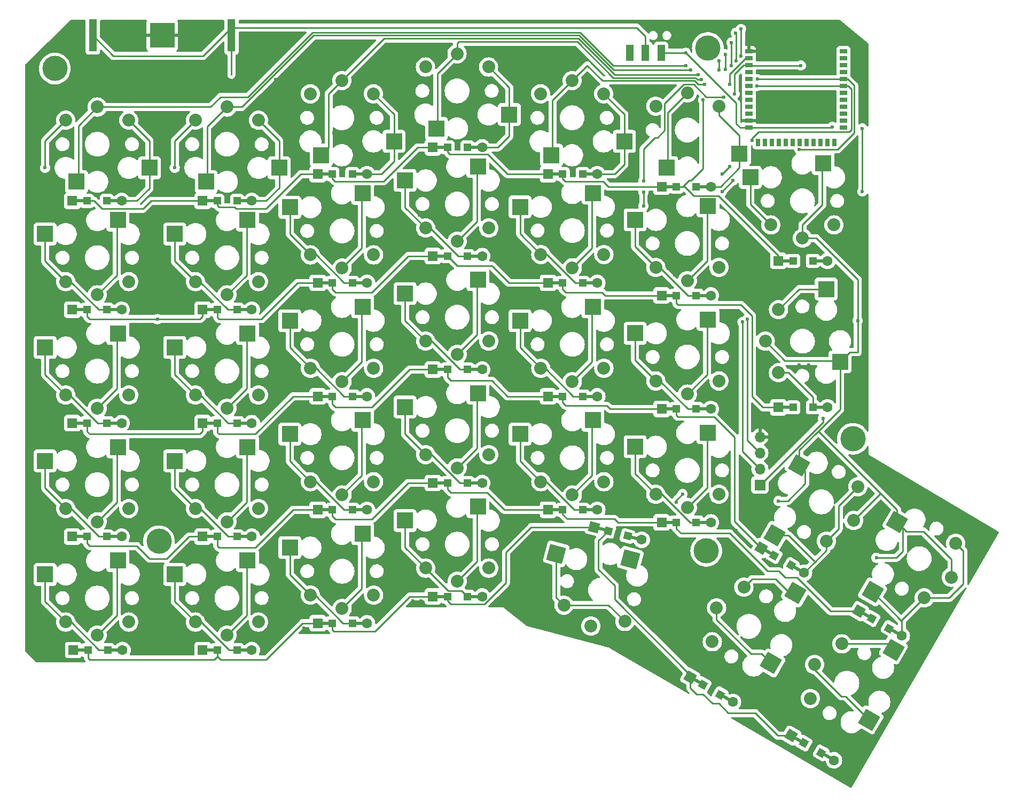
<source format=gtl>
G04 #@! TF.GenerationSoftware,KiCad,Pcbnew,7.0.2*
G04 #@! TF.CreationDate,2023-04-27T22:28:51+02:00*
G04 #@! TF.ProjectId,redox_rev1,7265646f-785f-4726-9576-312e6b696361,1.0*
G04 #@! TF.SameCoordinates,Original*
G04 #@! TF.FileFunction,Copper,L1,Top*
G04 #@! TF.FilePolarity,Positive*
%FSLAX46Y46*%
G04 Gerber Fmt 4.6, Leading zero omitted, Abs format (unit mm)*
G04 Created by KiCad (PCBNEW 7.0.2) date 2023-04-27 22:28:51*
%MOMM*%
%LPD*%
G01*
G04 APERTURE LIST*
G04 Aperture macros list*
%AMRotRect*
0 Rectangle, with rotation*
0 The origin of the aperture is its center*
0 $1 length*
0 $2 width*
0 $3 Rotation angle, in degrees counterclockwise*
0 Add horizontal line*
21,1,$1,$2,0,0,$3*%
G04 Aperture macros list end*
G04 #@! TA.AperFunction,SMDPad,CuDef*
%ADD10R,1.200000X1.200000*%
G04 #@! TD*
G04 #@! TA.AperFunction,SMDPad,CuDef*
%ADD11R,2.500000X0.500000*%
G04 #@! TD*
G04 #@! TA.AperFunction,ComponentPad*
%ADD12R,1.600000X1.600000*%
G04 #@! TD*
G04 #@! TA.AperFunction,ComponentPad*
%ADD13C,1.600000*%
G04 #@! TD*
G04 #@! TA.AperFunction,SMDPad,CuDef*
%ADD14RotRect,1.200000X1.200000X150.000000*%
G04 #@! TD*
G04 #@! TA.AperFunction,SMDPad,CuDef*
%ADD15RotRect,2.500000X0.500000X150.000000*%
G04 #@! TD*
G04 #@! TA.AperFunction,ComponentPad*
%ADD16RotRect,1.600000X1.600000X150.000000*%
G04 #@! TD*
G04 #@! TA.AperFunction,SMDPad,CuDef*
%ADD17RotRect,1.200000X1.200000X165.000000*%
G04 #@! TD*
G04 #@! TA.AperFunction,SMDPad,CuDef*
%ADD18RotRect,2.500000X0.500000X165.000000*%
G04 #@! TD*
G04 #@! TA.AperFunction,ComponentPad*
%ADD19RotRect,1.600000X1.600000X165.000000*%
G04 #@! TD*
G04 #@! TA.AperFunction,ComponentPad*
%ADD20C,2.032000*%
G04 #@! TD*
G04 #@! TA.AperFunction,SMDPad,CuDef*
%ADD21R,2.600000X2.600000*%
G04 #@! TD*
G04 #@! TA.AperFunction,SMDPad,CuDef*
%ADD22RotRect,2.600000X2.600000X60.000000*%
G04 #@! TD*
G04 #@! TA.AperFunction,SMDPad,CuDef*
%ADD23RotRect,2.600000X2.600000X345.000000*%
G04 #@! TD*
G04 #@! TA.AperFunction,SMDPad,CuDef*
%ADD24RotRect,2.600000X2.600000X240.000000*%
G04 #@! TD*
G04 #@! TA.AperFunction,ComponentPad*
%ADD25C,4.000000*%
G04 #@! TD*
G04 #@! TA.AperFunction,SMDPad,CuDef*
%ADD26R,1.198880X0.698500*%
G04 #@! TD*
G04 #@! TA.AperFunction,SMDPad,CuDef*
%ADD27R,0.698500X1.198880*%
G04 #@! TD*
G04 #@! TA.AperFunction,SMDPad,CuDef*
%ADD28R,1.270000X5.080000*%
G04 #@! TD*
G04 #@! TA.AperFunction,SMDPad,CuDef*
%ADD29R,3.960000X3.960000*%
G04 #@! TD*
G04 #@! TA.AperFunction,SMDPad,CuDef*
%ADD30R,1.250000X2.500000*%
G04 #@! TD*
G04 #@! TA.AperFunction,ComponentPad*
%ADD31R,1.700000X1.700000*%
G04 #@! TD*
G04 #@! TA.AperFunction,ComponentPad*
%ADD32O,1.700000X1.700000*%
G04 #@! TD*
G04 #@! TA.AperFunction,ViaPad*
%ADD33C,0.600000*%
G04 #@! TD*
G04 #@! TA.AperFunction,Conductor*
%ADD34C,0.250000*%
G04 #@! TD*
G04 APERTURE END LIST*
D10*
X79470000Y-62800000D03*
D11*
X78345000Y-62800000D03*
D12*
X77145000Y-62800000D03*
D13*
X84945000Y-62800000D03*
D11*
X83745000Y-62800000D03*
D10*
X82620000Y-62800000D03*
X100120000Y-62800000D03*
D11*
X98995000Y-62800000D03*
D12*
X97795000Y-62800000D03*
D13*
X105595000Y-62800000D03*
D11*
X104395000Y-62800000D03*
D10*
X103270000Y-62800000D03*
X118370000Y-58550000D03*
D11*
X117245000Y-58550000D03*
D12*
X116045000Y-58550000D03*
D13*
X123845000Y-58550000D03*
D11*
X122645000Y-58550000D03*
D10*
X121520000Y-58550000D03*
X136620000Y-54300000D03*
D11*
X135495000Y-54300000D03*
D12*
X134295000Y-54300000D03*
D13*
X142095000Y-54300000D03*
D11*
X140895000Y-54300000D03*
D10*
X139770000Y-54300000D03*
X154870000Y-58550000D03*
D11*
X153745000Y-58550000D03*
D12*
X152545000Y-58550000D03*
D13*
X160345000Y-58550000D03*
D11*
X159145000Y-58550000D03*
D10*
X158020000Y-58550000D03*
X172870000Y-60550000D03*
D11*
X171745000Y-60550000D03*
D12*
X170545000Y-60550000D03*
D13*
X178345000Y-60550000D03*
D11*
X177145000Y-60550000D03*
D10*
X176020000Y-60550000D03*
X191370000Y-72300000D03*
D11*
X190245000Y-72300000D03*
D12*
X189045000Y-72300000D03*
D13*
X196845000Y-72300000D03*
D11*
X195645000Y-72300000D03*
D10*
X194520000Y-72300000D03*
X79470000Y-80050000D03*
D11*
X78345000Y-80050000D03*
D12*
X77145000Y-80050000D03*
D13*
X84945000Y-80050000D03*
D11*
X83745000Y-80050000D03*
D10*
X82620000Y-80050000D03*
X100120000Y-80050000D03*
D11*
X98995000Y-80050000D03*
D12*
X97795000Y-80050000D03*
D13*
X105595000Y-80050000D03*
D11*
X104395000Y-80050000D03*
D10*
X103270000Y-80050000D03*
X118370000Y-75800000D03*
D11*
X117245000Y-75800000D03*
D12*
X116045000Y-75800000D03*
D13*
X123845000Y-75800000D03*
D11*
X122645000Y-75800000D03*
D10*
X121520000Y-75800000D03*
X136620000Y-71550000D03*
D11*
X135495000Y-71550000D03*
D12*
X134295000Y-71550000D03*
D13*
X142095000Y-71550000D03*
D11*
X140895000Y-71550000D03*
D10*
X139770000Y-71550000D03*
X154870000Y-75800000D03*
D11*
X153745000Y-75800000D03*
D12*
X152545000Y-75800000D03*
D13*
X160345000Y-75800000D03*
D11*
X159145000Y-75800000D03*
D10*
X158020000Y-75800000D03*
X172870000Y-77800000D03*
D11*
X171745000Y-77800000D03*
D12*
X170545000Y-77800000D03*
D13*
X178345000Y-77800000D03*
D11*
X177145000Y-77800000D03*
D10*
X176020000Y-77800000D03*
X191370000Y-95550000D03*
D11*
X190245000Y-95550000D03*
D12*
X189045000Y-95550000D03*
D13*
X196845000Y-95550000D03*
D11*
X195645000Y-95550000D03*
D10*
X194520000Y-95550000D03*
X79470000Y-98050000D03*
D11*
X78345000Y-98050000D03*
D12*
X77145000Y-98050000D03*
D13*
X84945000Y-98050000D03*
D11*
X83745000Y-98050000D03*
D10*
X82620000Y-98050000D03*
X100120000Y-98050000D03*
D11*
X98995000Y-98050000D03*
D12*
X97795000Y-98050000D03*
D13*
X105595000Y-98050000D03*
D11*
X104395000Y-98050000D03*
D10*
X103270000Y-98050000D03*
X118370000Y-93800000D03*
D11*
X117245000Y-93800000D03*
D12*
X116045000Y-93800000D03*
D13*
X123845000Y-93800000D03*
D11*
X122645000Y-93800000D03*
D10*
X121520000Y-93800000D03*
X136620000Y-89550000D03*
D11*
X135495000Y-89550000D03*
D12*
X134295000Y-89550000D03*
D13*
X142095000Y-89550000D03*
D11*
X140895000Y-89550000D03*
D10*
X139770000Y-89550000D03*
X154870000Y-93800000D03*
D11*
X153745000Y-93800000D03*
D12*
X152545000Y-93800000D03*
D13*
X160345000Y-93800000D03*
D11*
X159145000Y-93800000D03*
D10*
X158020000Y-93800000D03*
X172870000Y-95800000D03*
D11*
X171745000Y-95800000D03*
D12*
X170545000Y-95800000D03*
D13*
X178345000Y-95800000D03*
D11*
X177145000Y-95800000D03*
D10*
X176020000Y-95800000D03*
D14*
X188370000Y-119050000D03*
D15*
X187395721Y-118487500D03*
D16*
X186356491Y-117887500D03*
D13*
X193111489Y-121787500D03*
D15*
X192072259Y-121187500D03*
D14*
X191097980Y-120625000D03*
D10*
X79470000Y-116050000D03*
D11*
X78345000Y-116050000D03*
D12*
X77145000Y-116050000D03*
D13*
X84945000Y-116050000D03*
D11*
X83745000Y-116050000D03*
D10*
X82620000Y-116050000D03*
X100120000Y-116050000D03*
D11*
X98995000Y-116050000D03*
D12*
X97795000Y-116050000D03*
D13*
X105595000Y-116050000D03*
D11*
X104395000Y-116050000D03*
D10*
X103270000Y-116050000D03*
X118370000Y-111800000D03*
D11*
X117245000Y-111800000D03*
D12*
X116045000Y-111800000D03*
D13*
X123845000Y-111800000D03*
D11*
X122645000Y-111800000D03*
D10*
X121520000Y-111800000D03*
X136620000Y-107550000D03*
D11*
X135495000Y-107550000D03*
D12*
X134295000Y-107550000D03*
D13*
X142095000Y-107550000D03*
D11*
X140895000Y-107550000D03*
D10*
X139770000Y-107550000D03*
X154870000Y-111800000D03*
D11*
X153745000Y-111800000D03*
D12*
X152545000Y-111800000D03*
D13*
X160345000Y-111800000D03*
D11*
X159145000Y-111800000D03*
D10*
X158020000Y-111800000D03*
X172870000Y-113800000D03*
D11*
X171745000Y-113800000D03*
D12*
X170545000Y-113800000D03*
D13*
X178345000Y-113800000D03*
D11*
X177145000Y-113800000D03*
D10*
X176020000Y-113800000D03*
D14*
X203870000Y-129050000D03*
D15*
X202895721Y-128487500D03*
D16*
X201856491Y-127887500D03*
D13*
X208611489Y-131787500D03*
D15*
X207572259Y-131187500D03*
D14*
X206597980Y-130625000D03*
D10*
X79620000Y-134050000D03*
D11*
X78495000Y-134050000D03*
D12*
X77295000Y-134050000D03*
D13*
X85095000Y-134050000D03*
D11*
X83895000Y-134050000D03*
D10*
X82770000Y-134050000D03*
X100120000Y-134050000D03*
D11*
X98995000Y-134050000D03*
D12*
X97795000Y-134050000D03*
D13*
X105595000Y-134050000D03*
D11*
X104395000Y-134050000D03*
D10*
X103270000Y-134050000D03*
X118370000Y-129800000D03*
D11*
X117245000Y-129800000D03*
D12*
X116045000Y-129800000D03*
D13*
X123845000Y-129800000D03*
D11*
X122645000Y-129800000D03*
D10*
X121520000Y-129800000D03*
X136620000Y-125550000D03*
D11*
X135495000Y-125550000D03*
D12*
X134295000Y-125550000D03*
D13*
X142095000Y-125550000D03*
D11*
X140895000Y-125550000D03*
D10*
X139770000Y-125550000D03*
D17*
X162098667Y-115142360D03*
D18*
X161012000Y-114851189D03*
D19*
X159852889Y-114540606D03*
D13*
X167387111Y-116559394D03*
D18*
X166228000Y-116248811D03*
D17*
X165141333Y-115957640D03*
D14*
X177120000Y-139550000D03*
D15*
X176145721Y-138987500D03*
D16*
X175106491Y-138387500D03*
D13*
X181861489Y-142287500D03*
D15*
X180822259Y-141687500D03*
D14*
X179847980Y-141125000D03*
X193120000Y-148800000D03*
D15*
X192145721Y-148237500D03*
D16*
X191106491Y-147637500D03*
D13*
X197861489Y-151537500D03*
D15*
X196822259Y-150937500D03*
D14*
X195847980Y-150375000D03*
D20*
X81095000Y-47900000D03*
D21*
X77820000Y-59750000D03*
X89370000Y-57550000D03*
D20*
X86095000Y-50000000D03*
X76095000Y-50000000D03*
X101645000Y-47900000D03*
D21*
X98370000Y-59750000D03*
X109920000Y-57550000D03*
D20*
X106645000Y-50000000D03*
X96645000Y-50000000D03*
X119870000Y-43700000D03*
D21*
X116595000Y-55550000D03*
X128145000Y-53350000D03*
D20*
X124870000Y-45800000D03*
X114870000Y-45800000D03*
X138120000Y-39450000D03*
D21*
X134845000Y-51300000D03*
X146395000Y-49100000D03*
D20*
X143120000Y-41550000D03*
X133120000Y-41550000D03*
X156370000Y-43700000D03*
D21*
X153095000Y-55550000D03*
X164645000Y-53350000D03*
D20*
X161370000Y-45800000D03*
X151370000Y-45800000D03*
X174620000Y-45650000D03*
D21*
X171345000Y-57500000D03*
X182895000Y-55300000D03*
D20*
X179620000Y-47750000D03*
X169620000Y-47750000D03*
X192870000Y-68700000D03*
D21*
X196145000Y-56850000D03*
X184595000Y-59050000D03*
D20*
X187870000Y-66600000D03*
X197870000Y-66600000D03*
X81095000Y-77700000D03*
D21*
X84370000Y-65850000D03*
X72820000Y-68050000D03*
D20*
X76095000Y-75600000D03*
X86095000Y-75600000D03*
X101645000Y-77700000D03*
D21*
X104920000Y-65850000D03*
X93370000Y-68050000D03*
D20*
X96645000Y-75600000D03*
X106645000Y-75600000D03*
X119895000Y-73450000D03*
D21*
X123170000Y-61600000D03*
X111620000Y-63800000D03*
D20*
X114895000Y-71350000D03*
X124895000Y-71350000D03*
X138145000Y-69200000D03*
D21*
X141420000Y-57350000D03*
X129870000Y-59550000D03*
D20*
X133145000Y-67100000D03*
X143145000Y-67100000D03*
X156395000Y-73400000D03*
D21*
X159670000Y-61550000D03*
X148120000Y-63750000D03*
D20*
X151395000Y-71300000D03*
X161395000Y-71300000D03*
X174620000Y-75450000D03*
D21*
X177895000Y-63600000D03*
X166345000Y-65800000D03*
D20*
X169620000Y-73350000D03*
X179620000Y-73350000D03*
X186970000Y-85050000D03*
D21*
X198820000Y-88325000D03*
X196620000Y-76775000D03*
D20*
X189070000Y-80050000D03*
X189070000Y-90050000D03*
X81095000Y-95700000D03*
D21*
X84370000Y-83850000D03*
X72820000Y-86050000D03*
D20*
X76095000Y-93600000D03*
X86095000Y-93600000D03*
X101645000Y-95700000D03*
D21*
X104920000Y-83850000D03*
X93370000Y-86050000D03*
D20*
X96645000Y-93600000D03*
X106645000Y-93600000D03*
X119895000Y-91450000D03*
D21*
X123170000Y-79600000D03*
X111620000Y-81800000D03*
D20*
X114895000Y-89350000D03*
X124895000Y-89350000D03*
X138145000Y-87150000D03*
D21*
X141420000Y-75300000D03*
X129870000Y-77500000D03*
D20*
X133145000Y-85050000D03*
X143145000Y-85050000D03*
X156395000Y-91450000D03*
D21*
X159670000Y-79600000D03*
X148120000Y-81800000D03*
D20*
X151395000Y-89350000D03*
X161395000Y-89350000D03*
X174620000Y-93450000D03*
D21*
X177895000Y-81600000D03*
X166345000Y-83800000D03*
D20*
X169620000Y-91350000D03*
X179620000Y-91350000D03*
X200979550Y-113500000D03*
D22*
X192354649Y-104738767D03*
X188484905Y-115841360D03*
D20*
X196660897Y-116780127D03*
X201660897Y-108119873D03*
X81095000Y-113700000D03*
D21*
X84370000Y-101850000D03*
X72820000Y-104050000D03*
D20*
X76095000Y-111600000D03*
X86095000Y-111600000D03*
X101645000Y-113700000D03*
D21*
X104920000Y-101850000D03*
X93370000Y-104050000D03*
D20*
X96645000Y-111600000D03*
X106645000Y-111600000D03*
X119895000Y-109450000D03*
D21*
X123170000Y-97600000D03*
X111620000Y-99800000D03*
D20*
X114895000Y-107350000D03*
X124895000Y-107350000D03*
X138145000Y-105150000D03*
D21*
X141420000Y-93300000D03*
X129870000Y-95500000D03*
D20*
X133145000Y-103050000D03*
X143145000Y-103050000D03*
X156395000Y-109450000D03*
D21*
X159670000Y-97600000D03*
X148120000Y-99800000D03*
D20*
X151395000Y-107350000D03*
X161395000Y-107350000D03*
X174620000Y-111450000D03*
D21*
X177895000Y-99600000D03*
X166345000Y-101800000D03*
D20*
X169620000Y-109350000D03*
X179620000Y-109350000D03*
X216479550Y-122500000D03*
D22*
X207854649Y-113738767D03*
X203984905Y-124841360D03*
D20*
X212160897Y-125780127D03*
X217160897Y-117119873D03*
X81095000Y-131700000D03*
D21*
X84370000Y-119850000D03*
X72820000Y-122050000D03*
D20*
X76095000Y-129600000D03*
X86095000Y-129600000D03*
X101645000Y-131700000D03*
D21*
X104920000Y-119850000D03*
X93370000Y-122050000D03*
D20*
X96645000Y-129600000D03*
X106645000Y-129600000D03*
X119895000Y-127450000D03*
D21*
X123170000Y-115600000D03*
X111620000Y-117800000D03*
D20*
X114895000Y-125350000D03*
X124895000Y-125350000D03*
X138145000Y-123150000D03*
D21*
X141420000Y-111300000D03*
X129870000Y-113500000D03*
D20*
X133145000Y-121050000D03*
X143145000Y-121050000D03*
X159342968Y-130248962D03*
D23*
X165573380Y-119650374D03*
X153847535Y-118786051D03*
D20*
X155056858Y-126926423D03*
X164716117Y-129514613D03*
X179260450Y-127350000D03*
D24*
X187885351Y-136111233D03*
X191755095Y-125008640D03*
D20*
X183579103Y-124069873D03*
X178579103Y-132730127D03*
X194801347Y-136350000D03*
D24*
X203426248Y-145111233D03*
X207295992Y-134008640D03*
D20*
X199120000Y-133069873D03*
X194120000Y-141730127D03*
D25*
X90870000Y-116800000D03*
X177870000Y-38550000D03*
X74370000Y-41800000D03*
X177620000Y-118300000D03*
X200870000Y-100550000D03*
D26*
X184371920Y-39077740D03*
X184371920Y-40177560D03*
X184371920Y-41277380D03*
X184371920Y-42377200D03*
X184371920Y-43477020D03*
X184371920Y-44576840D03*
X184371920Y-45676660D03*
X184371920Y-46776480D03*
X184371920Y-47876300D03*
X184371920Y-48976120D03*
X184371920Y-50075940D03*
X184371920Y-51175760D03*
D27*
X185822260Y-53525260D03*
X186922080Y-53525260D03*
X188021900Y-53525260D03*
X189121720Y-53525260D03*
X190221540Y-53525260D03*
X191321360Y-53525260D03*
X192418640Y-53525260D03*
X193518460Y-53525260D03*
X194618280Y-53525260D03*
X195718100Y-53525260D03*
X196817920Y-53525260D03*
X197917740Y-53525260D03*
D26*
X199368080Y-51175760D03*
X199368080Y-50075940D03*
X199368080Y-48976120D03*
X199368080Y-47876300D03*
X199368080Y-46776480D03*
X199368080Y-45676660D03*
X199368080Y-44576840D03*
X199368080Y-43477020D03*
X199368080Y-42377200D03*
X199368080Y-41277380D03*
X199368080Y-40177560D03*
X199368080Y-39077740D03*
D28*
X102370000Y-36550000D03*
X80400000Y-36550000D03*
D29*
X91385000Y-36550000D03*
D30*
X170470000Y-39300000D03*
X167970000Y-39300000D03*
X165470000Y-39300000D03*
D31*
X186120000Y-107850000D03*
D32*
X186120000Y-105310000D03*
X186120000Y-102770000D03*
X186120000Y-100230000D03*
D33*
X181332433Y-44262432D03*
X184371920Y-40177560D03*
X177120000Y-46800000D03*
X182120000Y-45800000D03*
X184371920Y-41277380D03*
X90620000Y-81550000D03*
X192620000Y-41300000D03*
X180370000Y-46300000D03*
X167686589Y-61366589D03*
X167686589Y-63616589D03*
X184371920Y-42377200D03*
X167686589Y-59616589D03*
X184371920Y-47876300D03*
X172870000Y-110583178D03*
X180120000Y-61300000D03*
X181870000Y-59550000D03*
X173870000Y-109300000D03*
X184371920Y-48976120D03*
X181370000Y-57300000D03*
X180120000Y-58550000D03*
X185822260Y-53525260D03*
X174370000Y-41300000D03*
X84370000Y-65850000D03*
X175120000Y-42050000D03*
X179620000Y-40550000D03*
X104920000Y-65850000D03*
X186922080Y-53525260D03*
X179620000Y-42050000D03*
X123170000Y-61600000D03*
X180620000Y-39550000D03*
X180636378Y-41918633D03*
X189121720Y-53525260D03*
X176370000Y-42800000D03*
X181616161Y-37670661D03*
X176870000Y-43550000D03*
X141420000Y-57350000D03*
X190221540Y-53525260D03*
X181620000Y-41300000D03*
X182370000Y-40550000D03*
X159670000Y-61550000D03*
X165573380Y-119650374D03*
X191321360Y-53525260D03*
X177370000Y-44300000D03*
X182289218Y-36150971D03*
X183120000Y-39800000D03*
X177895000Y-63600000D03*
X187885351Y-136111233D03*
X192418640Y-53525260D03*
X183120000Y-35526471D03*
X203426248Y-145111233D03*
X189079649Y-110411233D03*
X196145000Y-56850000D03*
X193518460Y-53525260D03*
X204579649Y-119411233D03*
X201620000Y-81800000D03*
X202370000Y-61300000D03*
X196120000Y-97300000D03*
X202370000Y-51300000D03*
X174370000Y-39300000D03*
X197620000Y-51050000D03*
X159120000Y-72300000D03*
X175620000Y-66800000D03*
X132120000Y-65050000D03*
X146870000Y-108300000D03*
X118620000Y-52050000D03*
X188120000Y-92800000D03*
X168870000Y-75800000D03*
X102870000Y-86800000D03*
X187120000Y-46300000D03*
X154870000Y-52050000D03*
X113870000Y-130550000D03*
X173620000Y-128550000D03*
X164370000Y-45550000D03*
X115370000Y-73800000D03*
X100120000Y-51300000D03*
X193620000Y-82800000D03*
X111370000Y-43550000D03*
X117870000Y-70050000D03*
X105870000Y-72800000D03*
X137120000Y-114800000D03*
X161370000Y-128300000D03*
X93620000Y-48800000D03*
X146620000Y-89550000D03*
X163120000Y-94050000D03*
X172620000Y-74550000D03*
X95870000Y-37550000D03*
X109370000Y-43550000D03*
X166120000Y-45550000D03*
X178120000Y-75050000D03*
X194370000Y-46300000D03*
X152620000Y-121550000D03*
X139120000Y-60800000D03*
X140870000Y-87300000D03*
X87620000Y-40800000D03*
X175120000Y-85050000D03*
X196870000Y-49300000D03*
X151120000Y-113550000D03*
X151870000Y-68800000D03*
X120870000Y-52050000D03*
X93620000Y-46300000D03*
X136870000Y-96800000D03*
X79870000Y-105300000D03*
X118370000Y-65050000D03*
X133370000Y-65050000D03*
X155120000Y-65050000D03*
X165870000Y-111550000D03*
X88620000Y-46300000D03*
X178870000Y-68300000D03*
X207120000Y-107550000D03*
X100870000Y-69050000D03*
X177370000Y-111050000D03*
X191620000Y-118800000D03*
X102620000Y-105300000D03*
X139370000Y-47800000D03*
X89870000Y-128550000D03*
X164370000Y-72300000D03*
X89620000Y-40800000D03*
X82120000Y-56550000D03*
X202370000Y-110300000D03*
X108120000Y-41800000D03*
X120870000Y-83050000D03*
X148620000Y-108550000D03*
X175370000Y-103050000D03*
X187120000Y-129800000D03*
X136370000Y-78800000D03*
X185120000Y-133050000D03*
X191120000Y-82800000D03*
X150370000Y-68800000D03*
X90120000Y-131550000D03*
X164620000Y-94050000D03*
X114120000Y-69300000D03*
X196870000Y-113300000D03*
X82120000Y-69300000D03*
X180120000Y-35800000D03*
X80120000Y-123300000D03*
X120370000Y-65050000D03*
X94620000Y-40800000D03*
X106870000Y-43050000D03*
X85870000Y-36550000D03*
X149120000Y-113300000D03*
X173370000Y-54050000D03*
X190620000Y-117550000D03*
X91620000Y-48800000D03*
X140870000Y-86050000D03*
X205870000Y-107050000D03*
X122620000Y-73300000D03*
X104370000Y-39550000D03*
X95870000Y-35550000D03*
X178870000Y-71050000D03*
X87620000Y-78800000D03*
X89620000Y-48800000D03*
X196870000Y-46300000D03*
X90620000Y-48800000D03*
X92620000Y-48800000D03*
X201870000Y-137050000D03*
X183370000Y-74050000D03*
X173370000Y-66800000D03*
X91620000Y-40800000D03*
X94620000Y-46300000D03*
X173370000Y-103050000D03*
X102870000Y-123300000D03*
X164120000Y-124050000D03*
X146870000Y-90550000D03*
X174370000Y-36800000D03*
X93620000Y-40800000D03*
X181120000Y-114050000D03*
X85870000Y-37550000D03*
X102620000Y-69050000D03*
X113870000Y-73800000D03*
X115370000Y-69300000D03*
X131120000Y-126300000D03*
X120870000Y-119050000D03*
X157370000Y-65050000D03*
X100370000Y-105300000D03*
X199870000Y-96800000D03*
X165870000Y-109300000D03*
X88620000Y-40800000D03*
X212370000Y-122300000D03*
X187120000Y-48300000D03*
X136870000Y-60800000D03*
X184620000Y-111050000D03*
X219620000Y-114050000D03*
X174620000Y-126300000D03*
X147620000Y-89550000D03*
X197842260Y-39077740D03*
X139370000Y-96800000D03*
X183370000Y-75300000D03*
X191370000Y-60300000D03*
X158370000Y-105550000D03*
X189870000Y-92800000D03*
X100370000Y-87050000D03*
X214370000Y-118800000D03*
X121870000Y-70050000D03*
X139120000Y-114800000D03*
X87620000Y-46300000D03*
X90620000Y-46300000D03*
X173620000Y-85050000D03*
X132370000Y-126300000D03*
X88620000Y-48800000D03*
X181620000Y-97800000D03*
X159120000Y-73550000D03*
X80120000Y-69300000D03*
X182370000Y-115050000D03*
X174370000Y-35550000D03*
X87620000Y-77550000D03*
X94620000Y-48800000D03*
X104370000Y-40800000D03*
X170620000Y-70300000D03*
X184620000Y-112300000D03*
X114370000Y-41550000D03*
X200620000Y-136300000D03*
X154370000Y-105800000D03*
X175870000Y-54050000D03*
X220620000Y-115050000D03*
X122620000Y-72300000D03*
X198370000Y-110300000D03*
X152120000Y-123050000D03*
X170620000Y-75800000D03*
X89620000Y-46300000D03*
X192370000Y-88800000D03*
X112120000Y-41550000D03*
X103120000Y-51300000D03*
X118870000Y-119050000D03*
X171620000Y-73550000D03*
X136620000Y-47800000D03*
X193870000Y-88800000D03*
X148120000Y-90550000D03*
X87620000Y-80300000D03*
X105870000Y-70300000D03*
X157870000Y-83300000D03*
X181620000Y-96300000D03*
X92620000Y-46300000D03*
X157620000Y-52050000D03*
X81870000Y-123300000D03*
X85870000Y-35550000D03*
X201870000Y-96800000D03*
X109370000Y-40550000D03*
X148620000Y-56800000D03*
X120870000Y-101050000D03*
X118120000Y-83050000D03*
X90620000Y-40800000D03*
X100370000Y-123300000D03*
X81870000Y-105300000D03*
X104370000Y-42050000D03*
X201120000Y-110800000D03*
X79620000Y-56550000D03*
X91620000Y-46300000D03*
X194620000Y-49300000D03*
X118620000Y-101050000D03*
X92620000Y-40800000D03*
X170620000Y-67800000D03*
X154870000Y-83300000D03*
X194120000Y-60300000D03*
X147120000Y-56800000D03*
X183370000Y-72800000D03*
X95870000Y-36550000D03*
X139370000Y-78550000D03*
X164370000Y-74300000D03*
X192370000Y-54624202D03*
X183370000Y-82000498D03*
X185745500Y-43477020D03*
X184870000Y-53174500D03*
X185620000Y-44550000D03*
X184120000Y-81550000D03*
X72820000Y-57550000D03*
X93370000Y-57550000D03*
D34*
X146120000Y-58550000D02*
X152545000Y-58550000D01*
X100370000Y-63800000D02*
X102870000Y-63800000D01*
X107870000Y-64050000D02*
X113370000Y-58550000D01*
X181332433Y-44262432D02*
X181332433Y-42718177D01*
X131870000Y-54300000D02*
X134295000Y-54300000D01*
X81870000Y-64050000D02*
X88370000Y-64050000D01*
X136620000Y-54300000D02*
X136620000Y-55050000D01*
X79470000Y-62800000D02*
X80620000Y-62800000D01*
X155245000Y-59675000D02*
X161245000Y-59675000D01*
X136620000Y-55050000D02*
X136995000Y-55425000D01*
X89620000Y-62800000D02*
X97795000Y-62800000D01*
X177120000Y-57651650D02*
X177120000Y-46800000D01*
X175646650Y-61975000D02*
X179520000Y-61975000D01*
X174221650Y-60550000D02*
X175646650Y-61975000D01*
X100120000Y-63550000D02*
X100370000Y-63800000D01*
X118745000Y-59675000D02*
X126495000Y-59675000D01*
X175221650Y-59550000D02*
X177120000Y-57651650D01*
X113370000Y-58550000D02*
X116045000Y-58550000D01*
X172870000Y-60550000D02*
X174221650Y-60550000D01*
X118370000Y-58550000D02*
X118370000Y-59300000D01*
X173870000Y-60550000D02*
X174870000Y-59550000D01*
X189045000Y-71500000D02*
X189045000Y-72300000D01*
X183873050Y-40177560D02*
X184371920Y-40177560D01*
X103120000Y-64050000D02*
X107870000Y-64050000D01*
X100120000Y-62800000D02*
X100120000Y-63550000D01*
X142995000Y-55425000D02*
X146120000Y-58550000D01*
X126495000Y-59675000D02*
X131870000Y-54300000D01*
X80620000Y-62800000D02*
X81870000Y-64050000D01*
X162120000Y-60550000D02*
X170545000Y-60550000D01*
X154870000Y-58550000D02*
X154870000Y-59300000D01*
X102870000Y-63800000D02*
X103120000Y-64050000D01*
X181332433Y-42718177D02*
X183873050Y-40177560D01*
X174870000Y-59550000D02*
X175221650Y-59550000D01*
X88370000Y-64050000D02*
X89620000Y-62800000D01*
X118370000Y-59300000D02*
X118745000Y-59675000D01*
X154870000Y-59300000D02*
X155245000Y-59675000D01*
X172870000Y-60550000D02*
X173870000Y-60550000D01*
X136995000Y-55425000D02*
X142995000Y-55425000D01*
X161245000Y-59675000D02*
X162120000Y-60550000D01*
X179520000Y-61975000D02*
X189045000Y-71500000D01*
X143620000Y-73050000D02*
X146370000Y-75800000D01*
X107120000Y-81550000D02*
X112870000Y-75800000D01*
X186620000Y-95550000D02*
X189045000Y-95550000D01*
X97370000Y-81550000D02*
X97795000Y-81125000D01*
X138120000Y-73050000D02*
X143620000Y-73050000D01*
X112870000Y-75800000D02*
X116045000Y-75800000D01*
X183120000Y-79300000D02*
X184870000Y-81050000D01*
X192620000Y-41300000D02*
X184394540Y-41300000D01*
X161120000Y-77300000D02*
X161620000Y-77800000D01*
X100120000Y-80050000D02*
X100120000Y-81300000D01*
X155370000Y-77300000D02*
X161120000Y-77300000D01*
X124620000Y-77300000D02*
X130370000Y-71550000D01*
X184394540Y-41300000D02*
X184371920Y-41277380D01*
X130370000Y-71550000D02*
X134295000Y-71550000D01*
X183522480Y-41277380D02*
X182120000Y-42679860D01*
X118370000Y-76800000D02*
X118870000Y-77300000D01*
X184870000Y-81050000D02*
X184870000Y-93800000D01*
X136620000Y-71550000D02*
X138120000Y-73050000D01*
X161620000Y-77800000D02*
X170545000Y-77800000D01*
X172870000Y-79050000D02*
X173120000Y-79300000D01*
X184371920Y-41277380D02*
X183522480Y-41277380D01*
X146370000Y-75800000D02*
X152545000Y-75800000D01*
X79470000Y-80050000D02*
X79470000Y-81150000D01*
X184870000Y-93800000D02*
X186620000Y-95550000D01*
X79870000Y-81550000D02*
X97370000Y-81550000D01*
X100120000Y-81300000D02*
X100370000Y-81550000D01*
X79470000Y-81150000D02*
X79870000Y-81550000D01*
X154870000Y-76800000D02*
X155370000Y-77300000D01*
X100370000Y-81550000D02*
X107120000Y-81550000D01*
X154870000Y-75800000D02*
X154870000Y-76800000D01*
X173120000Y-79300000D02*
X183120000Y-79300000D01*
X118870000Y-77300000D02*
X124620000Y-77300000D01*
X97795000Y-81125000D02*
X97795000Y-80050000D01*
X118370000Y-75800000D02*
X118370000Y-76800000D01*
X182120000Y-42679860D02*
X182120000Y-45800000D01*
X172870000Y-77800000D02*
X172870000Y-79050000D01*
X182120000Y-100300000D02*
X182120000Y-113651009D01*
X79870000Y-99800000D02*
X97370000Y-99800000D01*
X169894100Y-52775900D02*
X171045000Y-51625000D01*
X100120000Y-99550000D02*
X100370000Y-99800000D01*
X118370000Y-95050000D02*
X118870000Y-95550000D01*
X167686589Y-63616589D02*
X167686589Y-61366589D01*
X100370000Y-99800000D02*
X106120000Y-99800000D01*
X143620000Y-91300000D02*
X146120000Y-93800000D01*
X172870000Y-96800000D02*
X173120000Y-97050000D01*
X161870000Y-95300000D02*
X162370000Y-95800000D01*
X155370000Y-95300000D02*
X161870000Y-95300000D01*
X175629000Y-44309000D02*
X177620000Y-46300000D01*
X174064539Y-44309000D02*
X175629000Y-44309000D01*
X97370000Y-99800000D02*
X97795000Y-99375000D01*
X100120000Y-98050000D02*
X100120000Y-99550000D01*
X177620000Y-46300000D02*
X180370000Y-46300000D01*
X162370000Y-95800000D02*
X170545000Y-95800000D01*
X154870000Y-94800000D02*
X155370000Y-95300000D01*
X112120000Y-93800000D02*
X116045000Y-93800000D01*
X79470000Y-98050000D02*
X79470000Y-99400000D01*
X124620000Y-95550000D02*
X130620000Y-89550000D01*
X97795000Y-99375000D02*
X97795000Y-98050000D01*
X118370000Y-93800000D02*
X118370000Y-95050000D01*
X172870000Y-95800000D02*
X172870000Y-96800000D01*
X79470000Y-99400000D02*
X79870000Y-99800000D01*
X167686589Y-59616589D02*
X167686589Y-54581761D01*
X171045000Y-47328539D02*
X174064539Y-44309000D01*
X136620000Y-89550000D02*
X136620000Y-90800000D01*
X167620000Y-61300000D02*
X167686589Y-61366589D01*
X169492450Y-52775900D02*
X169894100Y-52775900D01*
X137120000Y-91300000D02*
X143620000Y-91300000D01*
X118870000Y-95550000D02*
X124620000Y-95550000D01*
X146120000Y-93800000D02*
X152545000Y-93800000D01*
X171045000Y-51625000D02*
X171045000Y-47328539D01*
X167686589Y-54581761D02*
X169492450Y-52775900D01*
X182120000Y-113651009D02*
X186356491Y-117887500D01*
X136620000Y-90800000D02*
X137120000Y-91300000D01*
X173120000Y-97050000D02*
X178870000Y-97050000D01*
X154870000Y-93800000D02*
X154870000Y-94800000D01*
X178870000Y-97050000D02*
X182120000Y-100300000D01*
X130620000Y-89550000D02*
X134295000Y-89550000D01*
X106120000Y-99800000D02*
X112120000Y-93800000D01*
X192007741Y-122550000D02*
X190120000Y-122550000D01*
X172870000Y-110300000D02*
X172870000Y-110583178D01*
X172870000Y-114800000D02*
X172870000Y-113800000D01*
X136620000Y-108550000D02*
X137120000Y-109050000D01*
X142870000Y-109050000D02*
X145620000Y-111800000D01*
X201856491Y-127887500D02*
X197345241Y-127887500D01*
X189120000Y-121550000D02*
X187370000Y-121550000D01*
X79470000Y-117150000D02*
X79870000Y-117550000D01*
X154870000Y-112550000D02*
X155555810Y-113235810D01*
X181370000Y-115550000D02*
X173620000Y-115550000D01*
X181870000Y-59550000D02*
X180120000Y-61300000D01*
X163620000Y-113800000D02*
X170545000Y-113800000D01*
X173620000Y-115550000D02*
X172870000Y-114800000D01*
X173870000Y-109300000D02*
X172870000Y-110300000D01*
X155555810Y-113235810D02*
X163055810Y-113235810D01*
X118370000Y-111800000D02*
X118370000Y-112800000D01*
X100120000Y-116050000D02*
X100120000Y-117550000D01*
X118870000Y-113300000D02*
X124620000Y-113300000D01*
X130370000Y-107550000D02*
X134295000Y-107550000D01*
X118370000Y-112800000D02*
X118870000Y-113300000D01*
X89370000Y-119550000D02*
X92120000Y-119550000D01*
X187370000Y-121550000D02*
X181370000Y-115550000D01*
X145620000Y-111800000D02*
X152545000Y-111800000D01*
X100370000Y-117800000D02*
X106120000Y-117800000D01*
X137120000Y-109050000D02*
X142870000Y-109050000D01*
X154870000Y-111800000D02*
X154870000Y-112550000D01*
X136620000Y-107550000D02*
X136620000Y-108550000D01*
X79870000Y-117550000D02*
X87370000Y-117550000D01*
X190120000Y-122550000D02*
X189120000Y-121550000D01*
X79470000Y-116050000D02*
X79470000Y-117150000D01*
X197345241Y-127887500D02*
X192007741Y-122550000D01*
X100120000Y-117550000D02*
X100370000Y-117800000D01*
X163055810Y-113235810D02*
X163620000Y-113800000D01*
X112120000Y-111800000D02*
X116045000Y-111800000D01*
X124620000Y-113300000D02*
X130370000Y-107550000D01*
X106120000Y-117800000D02*
X112120000Y-111800000D01*
X95620000Y-116050000D02*
X97795000Y-116050000D01*
X92120000Y-119550000D02*
X95620000Y-116050000D01*
X87370000Y-117550000D02*
X89370000Y-119550000D01*
X191106491Y-147637500D02*
X188957500Y-147637500D01*
X118370000Y-129800000D02*
X118370000Y-130800000D01*
X136620000Y-126300000D02*
X137120000Y-126800000D01*
X179620000Y-142550000D02*
X178620000Y-142550000D01*
X175106491Y-140036491D02*
X175106491Y-138387500D01*
X177120000Y-141050000D02*
X176120000Y-141050000D01*
X79620000Y-134050000D02*
X79620000Y-135300000D01*
X79620000Y-135300000D02*
X79870000Y-135550000D01*
X100620000Y-135550000D02*
X107870000Y-135550000D01*
X145870000Y-118550000D02*
X149879394Y-114540606D01*
X99620000Y-135550000D02*
X100120000Y-135050000D01*
X149879394Y-114540606D02*
X159852889Y-114540606D01*
X181120000Y-144050000D02*
X179620000Y-142550000D01*
X107870000Y-135550000D02*
X113620000Y-129800000D01*
X137120000Y-126800000D02*
X142435991Y-126800000D01*
X113620000Y-129800000D02*
X116045000Y-129800000D01*
X142435991Y-126800000D02*
X145870000Y-123365991D01*
X160534973Y-116706054D02*
X160534973Y-121259974D01*
X145870000Y-123365991D02*
X145870000Y-118550000D01*
X100120000Y-135050000D02*
X100620000Y-135550000D01*
X188957500Y-147637500D02*
X185370000Y-144050000D01*
X175106491Y-138008526D02*
X175106491Y-138387500D01*
X125120000Y-131050000D02*
X130620000Y-125550000D01*
X130620000Y-125550000D02*
X134295000Y-125550000D01*
X180120000Y-58550000D02*
X181370000Y-57300000D01*
X163120000Y-126022035D02*
X175106491Y-138008526D01*
X79870000Y-135550000D02*
X99620000Y-135550000D01*
X100120000Y-135050000D02*
X100120000Y-134050000D01*
X162098667Y-115142360D02*
X160534973Y-116706054D01*
X178620000Y-142550000D02*
X177120000Y-141050000D01*
X160534973Y-121259974D02*
X163120000Y-123845001D01*
X185370000Y-144050000D02*
X181120000Y-144050000D01*
X136620000Y-125550000D02*
X136620000Y-126300000D01*
X176120000Y-141050000D02*
X175106491Y-140036491D01*
X118370000Y-130800000D02*
X118620000Y-131050000D01*
X163120000Y-123845001D02*
X163120000Y-126022035D01*
X118620000Y-131050000D02*
X125120000Y-131050000D01*
X81095000Y-47900000D02*
X99020000Y-47900000D01*
X84220000Y-92575000D02*
X81095000Y-95700000D01*
X77820000Y-59750000D02*
X78120000Y-59450000D01*
X78120000Y-50875000D02*
X81095000Y-47900000D01*
X100620000Y-46300000D02*
X104983604Y-46300000D01*
X99020000Y-47900000D02*
X100620000Y-46300000D01*
X84220000Y-110575000D02*
X81095000Y-113700000D01*
X84220000Y-84000000D02*
X84220000Y-92575000D01*
X115233604Y-36050000D02*
X157620000Y-36050000D01*
X84220000Y-102000000D02*
X84220000Y-110575000D01*
X104983604Y-46300000D02*
X115233604Y-36050000D01*
X84370000Y-65850000D02*
X84220000Y-66000000D01*
X84370000Y-83850000D02*
X84220000Y-84000000D01*
X84220000Y-128575000D02*
X81095000Y-131700000D01*
X78120000Y-59450000D02*
X78120000Y-50875000D01*
X84220000Y-66000000D02*
X84220000Y-74575000D01*
X84370000Y-119850000D02*
X84220000Y-120000000D01*
X157620000Y-36050000D02*
X162870000Y-41300000D01*
X84220000Y-74575000D02*
X81095000Y-77700000D01*
X162870000Y-41300000D02*
X174370000Y-41300000D01*
X84220000Y-120000000D02*
X84220000Y-128575000D01*
X84370000Y-101850000D02*
X84220000Y-102000000D01*
X104770000Y-110575000D02*
X101645000Y-113700000D01*
X104920000Y-65850000D02*
X104770000Y-66000000D01*
X104770000Y-128575000D02*
X101645000Y-131700000D01*
X104770000Y-74575000D02*
X101645000Y-77700000D01*
X98520000Y-59600000D02*
X98520000Y-51025000D01*
X179620000Y-42050000D02*
X179620000Y-40550000D01*
X104770000Y-102000000D02*
X104770000Y-110575000D01*
X104920000Y-101850000D02*
X104770000Y-102000000D01*
X101645000Y-47900000D02*
X104020000Y-47900000D01*
X104770000Y-92575000D02*
X101645000Y-95700000D01*
X104020000Y-47900000D02*
X115370000Y-36550000D01*
X104770000Y-120000000D02*
X104770000Y-128575000D01*
X104920000Y-119850000D02*
X104770000Y-120000000D01*
X98370000Y-59750000D02*
X98520000Y-59600000D01*
X157483604Y-36550000D02*
X162983604Y-42050000D01*
X104770000Y-84000000D02*
X104770000Y-92575000D01*
X104920000Y-83850000D02*
X104770000Y-84000000D01*
X104770000Y-66000000D02*
X104770000Y-74575000D01*
X115370000Y-36550000D02*
X157483604Y-36550000D01*
X162983604Y-42050000D02*
X175120000Y-42050000D01*
X98520000Y-51025000D02*
X101645000Y-47900000D01*
X123170000Y-115600000D02*
X123020000Y-115750000D01*
X123020000Y-97750000D02*
X123020000Y-106325000D01*
X180636378Y-39566378D02*
X180620000Y-39550000D01*
X117780500Y-45789500D02*
X119870000Y-43700000D01*
X116595000Y-55550000D02*
X117780500Y-54364500D01*
X123020000Y-124325000D02*
X119895000Y-127450000D01*
X123020000Y-106325000D02*
X119895000Y-109450000D01*
X126520000Y-37050000D02*
X119870000Y-43700000D01*
X123020000Y-79750000D02*
X123020000Y-88325000D01*
X157347208Y-37050000D02*
X126520000Y-37050000D01*
X123020000Y-88325000D02*
X119895000Y-91450000D01*
X123020000Y-61750000D02*
X123020000Y-70325000D01*
X123170000Y-97600000D02*
X123020000Y-97750000D01*
X163097208Y-42800000D02*
X157347208Y-37050000D01*
X123170000Y-79600000D02*
X123020000Y-79750000D01*
X175870000Y-42800000D02*
X176370000Y-42800000D01*
X123020000Y-115750000D02*
X123020000Y-124325000D01*
X180636378Y-41918633D02*
X180636378Y-39566378D01*
X117780500Y-54364500D02*
X117780500Y-45789500D01*
X176370000Y-42800000D02*
X163097208Y-42800000D01*
X123170000Y-61600000D02*
X123020000Y-61750000D01*
X123020000Y-70325000D02*
X119895000Y-73450000D01*
X141270000Y-120025000D02*
X138145000Y-123150000D01*
X141420000Y-93300000D02*
X141270000Y-93450000D01*
X141270000Y-84025000D02*
X138145000Y-87150000D01*
X141270000Y-66075000D02*
X138145000Y-69200000D01*
X141420000Y-75300000D02*
X141270000Y-75450000D01*
X157210812Y-37550000D02*
X138370000Y-37550000D01*
X134995000Y-42575000D02*
X138120000Y-39450000D01*
X138120000Y-37800000D02*
X138120000Y-39450000D01*
X181620000Y-37674500D02*
X181620000Y-41300000D01*
X175936116Y-43250000D02*
X162910812Y-43250000D01*
X141270000Y-102025000D02*
X138145000Y-105150000D01*
X141270000Y-93450000D02*
X141270000Y-102025000D01*
X138370000Y-37550000D02*
X138120000Y-37800000D01*
X141270000Y-75450000D02*
X141270000Y-84025000D01*
X134995000Y-51150000D02*
X134995000Y-42575000D01*
X176870000Y-43550000D02*
X176236116Y-43550000D01*
X141420000Y-57350000D02*
X141270000Y-57500000D01*
X176236116Y-43550000D02*
X175936116Y-43250000D01*
X181616161Y-37670661D02*
X181620000Y-37674500D01*
X134845000Y-51300000D02*
X134995000Y-51150000D01*
X141270000Y-57500000D02*
X141270000Y-66075000D01*
X141420000Y-111300000D02*
X141270000Y-111450000D01*
X141270000Y-111450000D02*
X141270000Y-120025000D01*
X162910812Y-43250000D02*
X157210812Y-37550000D01*
X159520000Y-97750000D02*
X159520000Y-106325000D01*
X156370000Y-43700000D02*
X158770000Y-41300000D01*
X159520000Y-61700000D02*
X159520000Y-70275000D01*
X182370000Y-36231753D02*
X182289218Y-36150971D01*
X158770000Y-41300000D02*
X161170000Y-43700000D01*
X159520000Y-70275000D02*
X156395000Y-73400000D01*
X153245000Y-55400000D02*
X153245000Y-46825000D01*
X182370000Y-40550000D02*
X182370000Y-36231753D01*
X161170000Y-43700000D02*
X175749720Y-43700000D01*
X159670000Y-61550000D02*
X159520000Y-61700000D01*
X159670000Y-97600000D02*
X159520000Y-97750000D01*
X176349720Y-44300000D02*
X177370000Y-44300000D01*
X175749720Y-43700000D02*
X176349720Y-44300000D01*
X159670000Y-79600000D02*
X159520000Y-79750000D01*
X159520000Y-79750000D02*
X159520000Y-88325000D01*
X159520000Y-106325000D02*
X156395000Y-109450000D01*
X159520000Y-88325000D02*
X156395000Y-91450000D01*
X153095000Y-55550000D02*
X153245000Y-55400000D01*
X153245000Y-46825000D02*
X156370000Y-43700000D01*
X171495000Y-57350000D02*
X171495000Y-48775000D01*
X183120000Y-39800000D02*
X183120000Y-35526471D01*
X177895000Y-63600000D02*
X177745000Y-63750000D01*
X177895000Y-99600000D02*
X177745000Y-99750000D01*
X177745000Y-63750000D02*
X177745000Y-72325000D01*
X186404245Y-134630127D02*
X187885351Y-136111233D01*
X177745000Y-81750000D02*
X177745000Y-90325000D01*
X177745000Y-99750000D02*
X177745000Y-108325000D01*
X177745000Y-90325000D02*
X174620000Y-93450000D01*
X179260450Y-129190450D02*
X184700127Y-134630127D01*
X177745000Y-108325000D02*
X174620000Y-111450000D01*
X177745000Y-72325000D02*
X174620000Y-75450000D01*
X179260450Y-127350000D02*
X179260450Y-129190450D01*
X184700127Y-134630127D02*
X186404245Y-134630127D01*
X177895000Y-81600000D02*
X177745000Y-81750000D01*
X171495000Y-48775000D02*
X174620000Y-45650000D01*
X171345000Y-57500000D02*
X171495000Y-57350000D01*
X194801347Y-137145449D02*
X194801347Y-136350000D01*
X192870000Y-68700000D02*
X195020000Y-68700000D01*
X199045398Y-141389500D02*
X194801347Y-137145449D01*
X193306315Y-107637484D02*
X190532566Y-110411233D01*
X192354649Y-104738767D02*
X193306315Y-105690433D01*
X192870000Y-68700000D02*
X192870000Y-66566316D01*
X198820000Y-95850000D02*
X195120000Y-99550000D01*
X207854649Y-111784649D02*
X205245000Y-109175000D01*
X203426248Y-145111233D02*
X199704515Y-141389500D01*
X192870000Y-66566316D02*
X195995000Y-63441316D01*
X207854649Y-113738767D02*
X208806315Y-114690433D01*
X195020000Y-68700000D02*
X201620000Y-75300000D01*
X200979550Y-113500000D02*
X205245000Y-109234550D01*
X192354649Y-102315351D02*
X192354649Y-104738767D01*
X190095000Y-88175000D02*
X198670000Y-88175000D01*
X201620000Y-81800000D02*
X201620000Y-86800000D01*
X198820000Y-88325000D02*
X198820000Y-95850000D01*
X205245000Y-109234550D02*
X205245000Y-109175000D01*
X205245000Y-109175000D02*
X195370000Y-99300000D01*
X212039873Y-115219873D02*
X216479550Y-119659550D01*
X190532566Y-110411233D02*
X189079649Y-110411233D01*
X201620000Y-86800000D02*
X200345000Y-86800000D01*
X208806315Y-118363685D02*
X207758767Y-119411233D01*
X195120000Y-99550000D02*
X192354649Y-102315351D01*
X201620000Y-75300000D02*
X201620000Y-81800000D01*
X199704515Y-141389500D02*
X199045398Y-141389500D01*
X193306315Y-105690433D02*
X193306315Y-107637484D01*
X208806315Y-114690433D02*
X208806315Y-118363685D01*
X198820000Y-88325000D02*
X198857500Y-88287500D01*
X207758767Y-119411233D02*
X204579649Y-119411233D01*
X195995000Y-63441316D02*
X195995000Y-57000000D01*
X216479550Y-119659550D02*
X216479550Y-122500000D01*
X195995000Y-57000000D02*
X196145000Y-56850000D01*
X198670000Y-88175000D02*
X198820000Y-88325000D01*
X209335755Y-115219873D02*
X212039873Y-115219873D01*
X207854649Y-113738767D02*
X209335755Y-115219873D01*
X200345000Y-86800000D02*
X198820000Y-88325000D01*
X207854649Y-113738767D02*
X207854649Y-111784649D01*
X186970000Y-85050000D02*
X190095000Y-88175000D01*
X202370000Y-51300000D02*
X202370000Y-61300000D01*
X182370000Y-50550000D02*
X182995760Y-51175760D01*
X182995760Y-51175760D02*
X184371920Y-51175760D01*
X184371920Y-51175760D02*
X197494240Y-51175760D01*
X174370000Y-39300000D02*
X182370000Y-47300000D01*
X170470000Y-39300000D02*
X174370000Y-39300000D01*
X196120000Y-97865991D02*
X196120000Y-97300000D01*
X186135991Y-107850000D02*
X196120000Y-97865991D01*
X182370000Y-47300000D02*
X182370000Y-50550000D01*
X197494240Y-51175760D02*
X197620000Y-51050000D01*
X186120000Y-107850000D02*
X186135991Y-107850000D01*
X184371920Y-39077740D02*
X197842260Y-39077740D01*
X197870000Y-39050000D02*
X197842260Y-39077740D01*
X167970000Y-36650000D02*
X167970000Y-39300000D01*
X102370000Y-35300000D02*
X166620000Y-35300000D01*
X80400000Y-36550000D02*
X83650000Y-39800000D01*
X102355000Y-42800000D02*
X102355000Y-35315000D01*
X83650000Y-39800000D02*
X97870000Y-39800000D01*
X102355000Y-35315000D02*
X102370000Y-35300000D01*
X97870000Y-39800000D02*
X102370000Y-35300000D01*
X166620000Y-35300000D02*
X167970000Y-36650000D01*
X183370000Y-82000498D02*
X183370000Y-102560000D01*
X192370000Y-54624202D02*
X198417488Y-54624202D01*
X200047020Y-43477020D02*
X199368080Y-43477020D01*
X201070000Y-51971690D02*
X201070000Y-44500000D01*
X198417488Y-54624202D02*
X200805845Y-52235845D01*
X183370000Y-102560000D02*
X186120000Y-105310000D01*
X201070000Y-44500000D02*
X200047020Y-43477020D01*
X185745500Y-43477020D02*
X199368080Y-43477020D01*
X200805845Y-52235845D02*
X200870000Y-52171690D01*
X200805845Y-52235845D02*
X201070000Y-51971690D01*
X185620000Y-44550000D02*
X185646840Y-44576840D01*
X200146840Y-44576840D02*
X199368080Y-44576840D01*
X184870000Y-52878830D02*
X185898820Y-51850010D01*
X186120000Y-102770000D02*
X184120000Y-100770000D01*
X200292520Y-51850010D02*
X200620000Y-51522530D01*
X200620000Y-45050000D02*
X200146840Y-44576840D01*
X184120000Y-100770000D02*
X184120000Y-81550000D01*
X200620000Y-51522530D02*
X200620000Y-45050000D01*
X185646840Y-44576840D02*
X199368080Y-44576840D01*
X185898820Y-51850010D02*
X200292520Y-51850010D01*
X184870000Y-53174500D02*
X184870000Y-52878830D01*
X89370000Y-57550000D02*
X89370000Y-53275000D01*
X89370000Y-60800000D02*
X87370000Y-62800000D01*
X72820000Y-53275000D02*
X72820000Y-57550000D01*
X87370000Y-62800000D02*
X84945000Y-62800000D01*
X89370000Y-57550000D02*
X89370000Y-60800000D01*
X76095000Y-50000000D02*
X72820000Y-53275000D01*
X89370000Y-53275000D02*
X86095000Y-50000000D01*
X109920000Y-57550000D02*
X109920000Y-53275000D01*
X107870000Y-62800000D02*
X105595000Y-62800000D01*
X96645000Y-50000000D02*
X93370000Y-53275000D01*
X109920000Y-57550000D02*
X109920000Y-60750000D01*
X109920000Y-53275000D02*
X106645000Y-50000000D01*
X109920000Y-60750000D02*
X107870000Y-62800000D01*
X93370000Y-53275000D02*
X93370000Y-57550000D01*
X128145000Y-53350000D02*
X128145000Y-56525000D01*
X126120000Y-58550000D02*
X123845000Y-58550000D01*
X128145000Y-53350000D02*
X128145000Y-49075000D01*
X128145000Y-56525000D02*
X126120000Y-58550000D01*
X128145000Y-49075000D02*
X124870000Y-45800000D01*
X146395000Y-52525000D02*
X144620000Y-54300000D01*
X144620000Y-54300000D02*
X142095000Y-54300000D01*
X146395000Y-44825000D02*
X143120000Y-41550000D01*
X146395000Y-49100000D02*
X146395000Y-44825000D01*
X146395000Y-49100000D02*
X146395000Y-52525000D01*
X164645000Y-49075000D02*
X161370000Y-45800000D01*
X163120000Y-58550000D02*
X160345000Y-58550000D01*
X164645000Y-53350000D02*
X164645000Y-57025000D01*
X164645000Y-57025000D02*
X163120000Y-58550000D01*
X164645000Y-53350000D02*
X164645000Y-49075000D01*
X179163324Y-47750000D02*
X179620000Y-47750000D01*
X182895000Y-55300000D02*
X182895000Y-57525000D01*
X179620000Y-49186840D02*
X179620000Y-47750000D01*
X182895000Y-52461840D02*
X179620000Y-49186840D01*
X182895000Y-57525000D02*
X179870000Y-60550000D01*
X179870000Y-60550000D02*
X178345000Y-60550000D01*
X182895000Y-55300000D02*
X182895000Y-52461840D01*
X184595000Y-63325000D02*
X187870000Y-66600000D01*
X184595000Y-59050000D02*
X184595000Y-63325000D01*
X72820000Y-72325000D02*
X76095000Y-75600000D01*
X72820000Y-68050000D02*
X72820000Y-72325000D01*
X76095000Y-75600000D02*
X76870000Y-75600000D01*
X81320000Y-80050000D02*
X82620000Y-80050000D01*
X76870000Y-75600000D02*
X81320000Y-80050000D01*
X97345000Y-75600000D02*
X101795000Y-80050000D01*
X101795000Y-80050000D02*
X103270000Y-80050000D01*
X93370000Y-72325000D02*
X96645000Y-75600000D01*
X96645000Y-75600000D02*
X97345000Y-75600000D01*
X93370000Y-68050000D02*
X93370000Y-72325000D01*
X111620000Y-68075000D02*
X114895000Y-71350000D01*
X115770000Y-71350000D02*
X120220000Y-75800000D01*
X111620000Y-63800000D02*
X111620000Y-68075000D01*
X120220000Y-75800000D02*
X121520000Y-75800000D01*
X114895000Y-71350000D02*
X115770000Y-71350000D01*
X129870000Y-63825000D02*
X133145000Y-67100000D01*
X129870000Y-59550000D02*
X129870000Y-63825000D01*
X133845000Y-67100000D02*
X138295000Y-71550000D01*
X133145000Y-67100000D02*
X133845000Y-67100000D01*
X138295000Y-71550000D02*
X139770000Y-71550000D01*
X151395000Y-71300000D02*
X152370000Y-71300000D01*
X152370000Y-71300000D02*
X156870000Y-75800000D01*
X148120000Y-63750000D02*
X148120000Y-68025000D01*
X156870000Y-75800000D02*
X158020000Y-75800000D01*
X148120000Y-68025000D02*
X151395000Y-71300000D01*
X166345000Y-70075000D02*
X169620000Y-73350000D01*
X174720000Y-77800000D02*
X176020000Y-77800000D01*
X170270000Y-73350000D02*
X174720000Y-77800000D01*
X169620000Y-73350000D02*
X170270000Y-73350000D01*
X166345000Y-65800000D02*
X166345000Y-70075000D01*
X190620000Y-90050000D02*
X194520000Y-93950000D01*
X194520000Y-93950000D02*
X194520000Y-95550000D01*
X189070000Y-90050000D02*
X190620000Y-90050000D01*
X192345000Y-76775000D02*
X196620000Y-76775000D01*
X189070000Y-80050000D02*
X192345000Y-76775000D01*
X72820000Y-90325000D02*
X76095000Y-93600000D01*
X81145000Y-98050000D02*
X82620000Y-98050000D01*
X76695000Y-93600000D02*
X81145000Y-98050000D01*
X72820000Y-86050000D02*
X72820000Y-90325000D01*
X76095000Y-93600000D02*
X76695000Y-93600000D01*
X96645000Y-93600000D02*
X97420000Y-93600000D01*
X93370000Y-90325000D02*
X96645000Y-93600000D01*
X97420000Y-93600000D02*
X101870000Y-98050000D01*
X93370000Y-86050000D02*
X93370000Y-90325000D01*
X101870000Y-98050000D02*
X103270000Y-98050000D01*
X114895000Y-89350000D02*
X115770000Y-89350000D01*
X111620000Y-86075000D02*
X114895000Y-89350000D01*
X115770000Y-89350000D02*
X120220000Y-93800000D01*
X120220000Y-93800000D02*
X121520000Y-93800000D01*
X111620000Y-81800000D02*
X111620000Y-86075000D01*
X133145000Y-85050000D02*
X134120000Y-85050000D01*
X138620000Y-89550000D02*
X139770000Y-89550000D01*
X129870000Y-77500000D02*
X129870000Y-81775000D01*
X134120000Y-85050000D02*
X138620000Y-89550000D01*
X129870000Y-81775000D02*
X133145000Y-85050000D01*
X148120000Y-81800000D02*
X148120000Y-86075000D01*
X152095000Y-89350000D02*
X156545000Y-93800000D01*
X151395000Y-89350000D02*
X152095000Y-89350000D01*
X156545000Y-93800000D02*
X158020000Y-93800000D01*
X148120000Y-86075000D02*
X151395000Y-89350000D01*
X170270000Y-91350000D02*
X174720000Y-95800000D01*
X166345000Y-83800000D02*
X166345000Y-88075000D01*
X174720000Y-95800000D02*
X176020000Y-95800000D01*
X166345000Y-88075000D02*
X169620000Y-91350000D01*
X169620000Y-91350000D02*
X170270000Y-91350000D01*
X201660897Y-108119873D02*
X198620000Y-111160770D01*
X190661360Y-115841360D02*
X194859494Y-120039494D01*
X194859494Y-120039494D02*
X193111489Y-121787500D01*
X198620000Y-111160770D02*
X198620000Y-114821024D01*
X188484905Y-115841360D02*
X190661360Y-115841360D01*
X198620000Y-114821024D02*
X196660897Y-116780127D01*
X196660897Y-118238092D02*
X194859494Y-120039494D01*
X196660897Y-116780127D02*
X196660897Y-118238092D01*
X72820000Y-104050000D02*
X72820000Y-108325000D01*
X76095000Y-111600000D02*
X76920000Y-111600000D01*
X81370000Y-116050000D02*
X82620000Y-116050000D01*
X76920000Y-111600000D02*
X81370000Y-116050000D01*
X72820000Y-108325000D02*
X76095000Y-111600000D01*
X101870000Y-116050000D02*
X103270000Y-116050000D01*
X93370000Y-108325000D02*
X96645000Y-111600000D01*
X96645000Y-111600000D02*
X97420000Y-111600000D01*
X93370000Y-104050000D02*
X93370000Y-108325000D01*
X97420000Y-111600000D02*
X101870000Y-116050000D01*
X111620000Y-104075000D02*
X114895000Y-107350000D01*
X115770000Y-107350000D02*
X120220000Y-111800000D01*
X120220000Y-111800000D02*
X121520000Y-111800000D01*
X114895000Y-107350000D02*
X115770000Y-107350000D01*
X111620000Y-99800000D02*
X111620000Y-104075000D01*
X138620000Y-107550000D02*
X139770000Y-107550000D01*
X129870000Y-99775000D02*
X133145000Y-103050000D01*
X133145000Y-103050000D02*
X134120000Y-103050000D01*
X129870000Y-95500000D02*
X129870000Y-99775000D01*
X134120000Y-103050000D02*
X138620000Y-107550000D01*
X151395000Y-107350000D02*
X152270000Y-107350000D01*
X148120000Y-99800000D02*
X148120000Y-104075000D01*
X152270000Y-107350000D02*
X156720000Y-111800000D01*
X148120000Y-104075000D02*
X151395000Y-107350000D01*
X156720000Y-111800000D02*
X158020000Y-111800000D01*
X170623539Y-109350000D02*
X169620000Y-109350000D01*
X176020000Y-113800000D02*
X175073539Y-113800000D01*
X166345000Y-101800000D02*
X166345000Y-106075000D01*
X166345000Y-106075000D02*
X169620000Y-109350000D01*
X175073539Y-113800000D02*
X170623539Y-109350000D01*
X212160897Y-125780127D02*
X208620000Y-129321024D01*
X216139873Y-125780127D02*
X212160897Y-125780127D01*
X217160897Y-117119873D02*
X218370000Y-118328976D01*
X208620000Y-130300000D02*
X208611489Y-130308511D01*
X208620000Y-129321024D02*
X208620000Y-129476455D01*
X218370000Y-118328976D02*
X218370000Y-123550000D01*
X208620000Y-129476455D02*
X208620000Y-130300000D01*
X208611489Y-130308511D02*
X208611489Y-131787500D01*
X218370000Y-123550000D02*
X216139873Y-125780127D01*
X203984905Y-124841360D02*
X208620000Y-129476455D01*
X76920000Y-129600000D02*
X81370000Y-134050000D01*
X72820000Y-126325000D02*
X76095000Y-129600000D01*
X81370000Y-134050000D02*
X82770000Y-134050000D01*
X76095000Y-129600000D02*
X76920000Y-129600000D01*
X72820000Y-122050000D02*
X72820000Y-126325000D01*
X96645000Y-129600000D02*
X97520000Y-129600000D01*
X93370000Y-122050000D02*
X93370000Y-126325000D01*
X97520000Y-129600000D02*
X101970000Y-134050000D01*
X101970000Y-134050000D02*
X103270000Y-134050000D01*
X93370000Y-126325000D02*
X96645000Y-129600000D01*
X111620000Y-122075000D02*
X114895000Y-125350000D01*
X111620000Y-117800000D02*
X111620000Y-122075000D01*
X114895000Y-125350000D02*
X115595000Y-125350000D01*
X120045000Y-129800000D02*
X121520000Y-129800000D01*
X115595000Y-125350000D02*
X120045000Y-129800000D01*
X133145000Y-121050000D02*
X133145000Y-121075000D01*
X133145000Y-121075000D02*
X136695000Y-124625000D01*
X129870000Y-117775000D02*
X133145000Y-121050000D01*
X129870000Y-113500000D02*
X129870000Y-117775000D01*
X136695000Y-124625000D02*
X138845000Y-124625000D01*
X138845000Y-124625000D02*
X139770000Y-125550000D01*
X162127927Y-126926423D02*
X164716117Y-129514613D01*
X155056858Y-126926423D02*
X162127927Y-126926423D01*
X153847535Y-118786051D02*
X153847535Y-125717100D01*
X153847535Y-125717100D02*
X155056858Y-126926423D01*
X183579103Y-124069873D02*
X184848976Y-122800000D01*
X188620000Y-122800000D02*
X190828640Y-125008640D01*
X190828640Y-125008640D02*
X191755095Y-125008640D01*
X184848976Y-122800000D02*
X188620000Y-122800000D01*
X207295992Y-134008640D02*
X206357225Y-133069873D01*
X206357225Y-133069873D02*
X199120000Y-133069873D01*
G04 #@! TA.AperFunction,Conductor*
G36*
X79198621Y-34120502D02*
G01*
X79245114Y-34174158D01*
X79256500Y-34226500D01*
X79256500Y-39138638D01*
X79263011Y-39199201D01*
X79280523Y-39246152D01*
X79314111Y-39336205D01*
X79401738Y-39453261D01*
X79518794Y-39540888D01*
X79518795Y-39540888D01*
X79518796Y-39540889D01*
X79655799Y-39591989D01*
X79716362Y-39598500D01*
X79719731Y-39598500D01*
X81080269Y-39598500D01*
X81083638Y-39598500D01*
X81144201Y-39591989D01*
X81281204Y-39540889D01*
X81398261Y-39453261D01*
X81485889Y-39336204D01*
X81536989Y-39199201D01*
X81543500Y-39138638D01*
X81543500Y-38893594D01*
X81563502Y-38825473D01*
X81617158Y-38778980D01*
X81687432Y-38768876D01*
X81752012Y-38798370D01*
X81758593Y-38804497D01*
X82478393Y-39524298D01*
X83142754Y-40188659D01*
X83155833Y-40204983D01*
X83157999Y-40207017D01*
X83158000Y-40207018D01*
X83207650Y-40253642D01*
X83210492Y-40256397D01*
X83230230Y-40276135D01*
X83233360Y-40278563D01*
X83233432Y-40278619D01*
X83242442Y-40286314D01*
X83274679Y-40316586D01*
X83291758Y-40325975D01*
X83292426Y-40326342D01*
X83308950Y-40337196D01*
X83324959Y-40349614D01*
X83365542Y-40367175D01*
X83376193Y-40372393D01*
X83414940Y-40393695D01*
X83434560Y-40398732D01*
X83453267Y-40405137D01*
X83459880Y-40407998D01*
X83471854Y-40413181D01*
X83482505Y-40414867D01*
X83515530Y-40420098D01*
X83527125Y-40422498D01*
X83569970Y-40433500D01*
X83590224Y-40433500D01*
X83609934Y-40435051D01*
X83629942Y-40438220D01*
X83629942Y-40438219D01*
X83629943Y-40438220D01*
X83673961Y-40434058D01*
X83685819Y-40433500D01*
X97786147Y-40433500D01*
X97806935Y-40435795D01*
X97809907Y-40435701D01*
X97809909Y-40435702D01*
X97877985Y-40433562D01*
X97881945Y-40433500D01*
X97905894Y-40433500D01*
X97909856Y-40433500D01*
X97913856Y-40432994D01*
X97925699Y-40432061D01*
X97969889Y-40430673D01*
X97989338Y-40425021D01*
X98008698Y-40421012D01*
X98028797Y-40418474D01*
X98069915Y-40402193D01*
X98081117Y-40398357D01*
X98123593Y-40386018D01*
X98141039Y-40375699D01*
X98158780Y-40367009D01*
X98177617Y-40359552D01*
X98213392Y-40333558D01*
X98223303Y-40327048D01*
X98261362Y-40304542D01*
X98275691Y-40290212D01*
X98290719Y-40277377D01*
X98307107Y-40265472D01*
X98335303Y-40231386D01*
X98343272Y-40222630D01*
X101011407Y-37554496D01*
X101073717Y-37520472D01*
X101144533Y-37525537D01*
X101201368Y-37568084D01*
X101226179Y-37634604D01*
X101226500Y-37643592D01*
X101226500Y-39138638D01*
X101233011Y-39199201D01*
X101250523Y-39246152D01*
X101284111Y-39336205D01*
X101371738Y-39453261D01*
X101488794Y-39540888D01*
X101488795Y-39540888D01*
X101488796Y-39540889D01*
X101625799Y-39591989D01*
X101625803Y-39591989D01*
X101639532Y-39597110D01*
X101696368Y-39639657D01*
X101721179Y-39706177D01*
X101721500Y-39715166D01*
X101721500Y-42839856D01*
X101721995Y-42843777D01*
X101721996Y-42843787D01*
X101736525Y-42958794D01*
X101736525Y-42958796D01*
X101736526Y-42958797D01*
X101787823Y-43088359D01*
X101795448Y-43107617D01*
X101889528Y-43237107D01*
X102012856Y-43339133D01*
X102157681Y-43407283D01*
X102314906Y-43437275D01*
X102474650Y-43427225D01*
X102626875Y-43377764D01*
X102762018Y-43292000D01*
X102871586Y-43175321D01*
X102948695Y-43035060D01*
X102959121Y-42994453D01*
X102988500Y-42880032D01*
X102988500Y-39718682D01*
X103008502Y-39650561D01*
X103062158Y-39604068D01*
X103101030Y-39593404D01*
X103114201Y-39591989D01*
X103251204Y-39540889D01*
X103368261Y-39453261D01*
X103455889Y-39336204D01*
X103506989Y-39199201D01*
X103513500Y-39138638D01*
X103513500Y-36059499D01*
X103533502Y-35991379D01*
X103587158Y-35944886D01*
X103639500Y-35933500D01*
X114150010Y-35933500D01*
X114218131Y-35953502D01*
X114264624Y-36007158D01*
X114274728Y-36077432D01*
X114245234Y-36142012D01*
X114239105Y-36148594D01*
X109493307Y-40894392D01*
X104758104Y-45629595D01*
X104695792Y-45663621D01*
X104669009Y-45666500D01*
X100703854Y-45666500D01*
X100683064Y-45664204D01*
X100612002Y-45666438D01*
X100608044Y-45666500D01*
X100580144Y-45666500D01*
X100576219Y-45666995D01*
X100576198Y-45666997D01*
X100576124Y-45667007D01*
X100564313Y-45667936D01*
X100520108Y-45669325D01*
X100500651Y-45674978D01*
X100481301Y-45678986D01*
X100461202Y-45681525D01*
X100420093Y-45697802D01*
X100408865Y-45701646D01*
X100366408Y-45713981D01*
X100348964Y-45724297D01*
X100331217Y-45732990D01*
X100312384Y-45740446D01*
X100276611Y-45766437D01*
X100266693Y-45772951D01*
X100228639Y-45795457D01*
X100214312Y-45809783D01*
X100199283Y-45822618D01*
X100182894Y-45834525D01*
X100154701Y-45868604D01*
X100146713Y-45877381D01*
X98794500Y-47229595D01*
X98732188Y-47263620D01*
X98705405Y-47266500D01*
X82565331Y-47266500D01*
X82497210Y-47246498D01*
X82457899Y-47206335D01*
X82361172Y-47048494D01*
X82332160Y-47001151D01*
X82176318Y-46818682D01*
X81993849Y-46662840D01*
X81956725Y-46640090D01*
X81789252Y-46537461D01*
X81567553Y-46445631D01*
X81334222Y-46389613D01*
X81095000Y-46370786D01*
X80855777Y-46389613D01*
X80622446Y-46445631D01*
X80400747Y-46537461D01*
X80196155Y-46662837D01*
X80196152Y-46662838D01*
X80196151Y-46662840D01*
X80013682Y-46818682D01*
X79865331Y-46992381D01*
X79857837Y-47001155D01*
X79732461Y-47205747D01*
X79640631Y-47427446D01*
X79584613Y-47660777D01*
X79565786Y-47900000D01*
X79584613Y-48139222D01*
X79640790Y-48373218D01*
X79637243Y-48444126D01*
X79607366Y-48491727D01*
X77825151Y-50273942D01*
X77762839Y-50307968D01*
X77692024Y-50302903D01*
X77635188Y-50260356D01*
X77610377Y-50193836D01*
X77610444Y-50174961D01*
X77610727Y-50171366D01*
X77624214Y-50000000D01*
X77605387Y-49760778D01*
X77549369Y-49527447D01*
X77457540Y-49305751D01*
X77445883Y-49286729D01*
X77356200Y-49140381D01*
X77332160Y-49101151D01*
X77176318Y-48918682D01*
X76993849Y-48762840D01*
X76914612Y-48714283D01*
X76789252Y-48637461D01*
X76567553Y-48545631D01*
X76334222Y-48489613D01*
X76288530Y-48486017D01*
X76095000Y-48470786D01*
X76094999Y-48470786D01*
X75855777Y-48489613D01*
X75622446Y-48545631D01*
X75400747Y-48637461D01*
X75196155Y-48762837D01*
X75196152Y-48762838D01*
X75196151Y-48762840D01*
X75013682Y-48918682D01*
X74867712Y-49089593D01*
X74857837Y-49101155D01*
X74732461Y-49305747D01*
X74640631Y-49527446D01*
X74584613Y-49760777D01*
X74565786Y-50000000D01*
X74584613Y-50239222D01*
X74640790Y-50473218D01*
X74637243Y-50544126D01*
X74607366Y-50591727D01*
X72431336Y-52767757D01*
X72415016Y-52780833D01*
X72366370Y-52832635D01*
X72363621Y-52835472D01*
X72346667Y-52852427D01*
X72346660Y-52852434D01*
X72343865Y-52855230D01*
X72341442Y-52858352D01*
X72341426Y-52858371D01*
X72341365Y-52858451D01*
X72333689Y-52867436D01*
X72303414Y-52899677D01*
X72293652Y-52917434D01*
X72282801Y-52933952D01*
X72270385Y-52949959D01*
X72252824Y-52990539D01*
X72247604Y-53001195D01*
X72226304Y-53039940D01*
X72221267Y-53059559D01*
X72214864Y-53078261D01*
X72206818Y-53096855D01*
X72199901Y-53140524D01*
X72197495Y-53152144D01*
X72186500Y-53194969D01*
X72186500Y-53215223D01*
X72184949Y-53234933D01*
X72181779Y-53254942D01*
X72185941Y-53298961D01*
X72186500Y-53310819D01*
X72186500Y-57002262D01*
X72167188Y-57069297D01*
X72086956Y-57196986D01*
X72026783Y-57368950D01*
X72008384Y-57532249D01*
X72006384Y-57550000D01*
X72011744Y-57597568D01*
X72026783Y-57731049D01*
X72086956Y-57903014D01*
X72183889Y-58057282D01*
X72312717Y-58186110D01*
X72413664Y-58249539D01*
X72466985Y-58283043D01*
X72638953Y-58343217D01*
X72820000Y-58363616D01*
X73001047Y-58343217D01*
X73173015Y-58283043D01*
X73327281Y-58186111D01*
X73456111Y-58057281D01*
X73553043Y-57903015D01*
X73613217Y-57731047D01*
X73633616Y-57550000D01*
X73613217Y-57368953D01*
X73553043Y-57196985D01*
X73476305Y-57074857D01*
X73472813Y-57069299D01*
X73453500Y-57002263D01*
X73453500Y-53747353D01*
X74489842Y-53747353D01*
X74499851Y-53957458D01*
X74549441Y-54161869D01*
X74636820Y-54353205D01*
X74732780Y-54487961D01*
X74758831Y-54524544D01*
X74911063Y-54669697D01*
X75007077Y-54731401D01*
X75088015Y-54783417D01*
X75283287Y-54861593D01*
X75489829Y-54901400D01*
X75644467Y-54901400D01*
X75647468Y-54901400D01*
X75804389Y-54886416D01*
X76006211Y-54827156D01*
X76193170Y-54730771D01*
X76358510Y-54600747D01*
X76496255Y-54441781D01*
X76601426Y-54259619D01*
X76670222Y-54060846D01*
X76695255Y-53886738D01*
X76700157Y-53852646D01*
X76700012Y-53849612D01*
X76690148Y-53642541D01*
X76640558Y-53438129D01*
X76578822Y-53302945D01*
X76553179Y-53246794D01*
X76431169Y-53075456D01*
X76385855Y-53032249D01*
X76278937Y-52930303D01*
X76203102Y-52881567D01*
X76101984Y-52816582D01*
X75906712Y-52738406D01*
X75700171Y-52698600D01*
X75542532Y-52698600D01*
X75539557Y-52698884D01*
X75539558Y-52698884D01*
X75385607Y-52713584D01*
X75183789Y-52772843D01*
X74996830Y-52869228D01*
X74872039Y-52967365D01*
X74838866Y-52993453D01*
X74831489Y-52999254D01*
X74693744Y-53158219D01*
X74588574Y-53340380D01*
X74519777Y-53539156D01*
X74489842Y-53747353D01*
X73453500Y-53747353D01*
X73453500Y-53589593D01*
X73473502Y-53521472D01*
X73490400Y-53500503D01*
X75503272Y-51487630D01*
X75565582Y-51453607D01*
X75621780Y-51454209D01*
X75855772Y-51510386D01*
X75855774Y-51510386D01*
X75855778Y-51510387D01*
X76095000Y-51529214D01*
X76334222Y-51510387D01*
X76567553Y-51454369D01*
X76789249Y-51362540D01*
X76993849Y-51237160D01*
X77176318Y-51081318D01*
X77264690Y-50977846D01*
X77324139Y-50939039D01*
X77395133Y-50938531D01*
X77455132Y-50976487D01*
X77485086Y-51040855D01*
X77486500Y-51059678D01*
X77486500Y-56159070D01*
X77466498Y-56227191D01*
X77412842Y-56273684D01*
X77342568Y-56283788D01*
X77281942Y-56257582D01*
X77083857Y-56099614D01*
X76856643Y-55968432D01*
X76819346Y-55953794D01*
X76612417Y-55872580D01*
X76356630Y-55814198D01*
X76162836Y-55799675D01*
X76162822Y-55799674D01*
X76160494Y-55799500D01*
X76029506Y-55799500D01*
X76027178Y-55799674D01*
X76027163Y-55799675D01*
X75833369Y-55814198D01*
X75577582Y-55872580D01*
X75333356Y-55968432D01*
X75121411Y-56090799D01*
X75106143Y-56099614D01*
X74901019Y-56263195D01*
X74820038Y-56350472D01*
X74722563Y-56455525D01*
X74574772Y-56672295D01*
X74460936Y-56908676D01*
X74392184Y-57131568D01*
X74383604Y-57159385D01*
X74344500Y-57418818D01*
X74344500Y-57681182D01*
X74383604Y-57940615D01*
X74383605Y-57940618D01*
X74460936Y-58191323D01*
X74574772Y-58427704D01*
X74722563Y-58644474D01*
X74722565Y-58644476D01*
X74722567Y-58644479D01*
X74901019Y-58836805D01*
X75106143Y-59000386D01*
X75333357Y-59131568D01*
X75577584Y-59227420D01*
X75833370Y-59285802D01*
X75894916Y-59290413D01*
X75961350Y-59315449D01*
X76003704Y-59372429D01*
X76011500Y-59416060D01*
X76011500Y-61098638D01*
X76018011Y-61159201D01*
X76038175Y-61213261D01*
X76069111Y-61296205D01*
X76125593Y-61371656D01*
X76150404Y-61438176D01*
X76135313Y-61507550D01*
X76100234Y-61548033D01*
X75981738Y-61636738D01*
X75894111Y-61753794D01*
X75855058Y-61858500D01*
X75843011Y-61890799D01*
X75836500Y-61951362D01*
X75836500Y-63648638D01*
X75843011Y-63709201D01*
X75856631Y-63745716D01*
X75894111Y-63846205D01*
X75981738Y-63963261D01*
X76098794Y-64050888D01*
X76098795Y-64050888D01*
X76098796Y-64050889D01*
X76235799Y-64101989D01*
X76296362Y-64108500D01*
X76299731Y-64108500D01*
X77990269Y-64108500D01*
X77993638Y-64108500D01*
X78054201Y-64101989D01*
X78191204Y-64050889D01*
X78270538Y-63991500D01*
X78308260Y-63963262D01*
X78308683Y-63962697D01*
X78395889Y-63846204D01*
X78395889Y-63846201D01*
X78399980Y-63840738D01*
X78456816Y-63798191D01*
X78527632Y-63793125D01*
X78576358Y-63815378D01*
X78623794Y-63850888D01*
X78623795Y-63850888D01*
X78623796Y-63850889D01*
X78760799Y-63901989D01*
X78821362Y-63908500D01*
X78824731Y-63908500D01*
X80115269Y-63908500D01*
X80118638Y-63908500D01*
X80179201Y-63901989D01*
X80316204Y-63850889D01*
X80387339Y-63797638D01*
X80433259Y-63763263D01*
X80433259Y-63763261D01*
X80433261Y-63763261D01*
X80454900Y-63734354D01*
X80511733Y-63691808D01*
X80582549Y-63686742D01*
X80644859Y-63720764D01*
X80644863Y-63720768D01*
X80839006Y-63914911D01*
X80873032Y-63977223D01*
X80867967Y-64048038D01*
X80825420Y-64104874D01*
X80777949Y-64126847D01*
X80577583Y-64172580D01*
X80333356Y-64268432D01*
X80106146Y-64399612D01*
X80106143Y-64399614D01*
X79901019Y-64563195D01*
X79779210Y-64694474D01*
X79722563Y-64755525D01*
X79574772Y-64972295D01*
X79460936Y-65208676D01*
X79397831Y-65413261D01*
X79383604Y-65459385D01*
X79344500Y-65718818D01*
X79344500Y-65981182D01*
X79383604Y-66240615D01*
X79383605Y-66240618D01*
X79460936Y-66491323D01*
X79574772Y-66727704D01*
X79722563Y-66944474D01*
X79722565Y-66944476D01*
X79722567Y-66944479D01*
X79901019Y-67136805D01*
X80106143Y-67300386D01*
X80333357Y-67431568D01*
X80577584Y-67527420D01*
X80833370Y-67585802D01*
X81029506Y-67600500D01*
X81031859Y-67600500D01*
X81158141Y-67600500D01*
X81160494Y-67600500D01*
X81356630Y-67585802D01*
X81612416Y-67527420D01*
X81856643Y-67431568D01*
X82083857Y-67300386D01*
X82288981Y-67136805D01*
X82343136Y-67078439D01*
X82404131Y-67042108D01*
X82475087Y-67044521D01*
X82533474Y-67084913D01*
X82560755Y-67150459D01*
X82561500Y-67164141D01*
X82561500Y-67198638D01*
X82568011Y-67259201D01*
X82583373Y-67300387D01*
X82619111Y-67396205D01*
X82706738Y-67513261D01*
X82823794Y-67600888D01*
X82823795Y-67600888D01*
X82823796Y-67600889D01*
X82960799Y-67651989D01*
X83021362Y-67658500D01*
X83460500Y-67658500D01*
X83528621Y-67678502D01*
X83575114Y-67732158D01*
X83586500Y-67784500D01*
X83586500Y-74260404D01*
X83566498Y-74328525D01*
X83549595Y-74349499D01*
X81686727Y-76212366D01*
X81624415Y-76246392D01*
X81568218Y-76245790D01*
X81334222Y-76189613D01*
X81095000Y-76170786D01*
X80855777Y-76189613D01*
X80622446Y-76245631D01*
X80400747Y-76337461D01*
X80196155Y-76462837D01*
X80196152Y-76462838D01*
X80196151Y-76462840D01*
X80013682Y-76618682D01*
X79863657Y-76794341D01*
X79857837Y-76801155D01*
X79732461Y-77005747D01*
X79640367Y-77228081D01*
X79595818Y-77283362D01*
X79528455Y-77305783D01*
X79459664Y-77288225D01*
X79434863Y-77268958D01*
X77644980Y-75479075D01*
X77610954Y-75416763D01*
X77608463Y-75399865D01*
X77605387Y-75360777D01*
X77589705Y-75295457D01*
X77549369Y-75127447D01*
X77457540Y-74905751D01*
X77456693Y-74904369D01*
X77383311Y-74784621D01*
X77332160Y-74701151D01*
X77176318Y-74518682D01*
X76993849Y-74362840D01*
X76962275Y-74343491D01*
X76789252Y-74237461D01*
X76567553Y-74145631D01*
X76334222Y-74089613D01*
X76225824Y-74081082D01*
X76095000Y-74070786D01*
X76094999Y-74070786D01*
X75855777Y-74089613D01*
X75768461Y-74110576D01*
X75628204Y-74144249D01*
X75621781Y-74145791D01*
X75550873Y-74142244D01*
X75503272Y-74112367D01*
X73490405Y-72099500D01*
X73456379Y-72037188D01*
X73453500Y-72010405D01*
X73453500Y-71747353D01*
X74489842Y-71747353D01*
X74499851Y-71957458D01*
X74549441Y-72161869D01*
X74636820Y-72353205D01*
X74758830Y-72524543D01*
X74758831Y-72524544D01*
X74911063Y-72669697D01*
X75016874Y-72737697D01*
X75088015Y-72783417D01*
X75283287Y-72861593D01*
X75489829Y-72901400D01*
X75644467Y-72901400D01*
X75647468Y-72901400D01*
X75804389Y-72886416D01*
X76006211Y-72827156D01*
X76193170Y-72730771D01*
X76358510Y-72600747D01*
X76496255Y-72441781D01*
X76601426Y-72259619D01*
X76670222Y-72060846D01*
X76692673Y-71904695D01*
X76700157Y-71852646D01*
X76697649Y-71800000D01*
X79124980Y-71800000D01*
X79145033Y-72080367D01*
X79204778Y-72355010D01*
X79204781Y-72355018D01*
X79303008Y-72618375D01*
X79401244Y-72798282D01*
X79437716Y-72865075D01*
X79606160Y-73090090D01*
X79804909Y-73288839D01*
X80003527Y-73437522D01*
X80029927Y-73457285D01*
X80276625Y-73591992D01*
X80539982Y-73690219D01*
X80539985Y-73690219D01*
X80539989Y-73690221D01*
X80814632Y-73749966D01*
X80814637Y-73749967D01*
X81024825Y-73765000D01*
X81027082Y-73765000D01*
X81162918Y-73765000D01*
X81165175Y-73765000D01*
X81375363Y-73749967D01*
X81515628Y-73719454D01*
X81650010Y-73690221D01*
X81650011Y-73690220D01*
X81650018Y-73690219D01*
X81913375Y-73591992D01*
X82160073Y-73457285D01*
X82385088Y-73288841D01*
X82583841Y-73090088D01*
X82752285Y-72865073D01*
X82886992Y-72618375D01*
X82985219Y-72355018D01*
X82985614Y-72353205D01*
X83044966Y-72080367D01*
X83044965Y-72080367D01*
X83044967Y-72080363D01*
X83065019Y-71800000D01*
X83044967Y-71519637D01*
X83016940Y-71390799D01*
X82985221Y-71244989D01*
X82985219Y-71244985D01*
X82985219Y-71244982D01*
X82886992Y-70981625D01*
X82752285Y-70734927D01*
X82739496Y-70717842D01*
X82583839Y-70509909D01*
X82385090Y-70311160D01*
X82160075Y-70142716D01*
X82105355Y-70112837D01*
X81913375Y-70008008D01*
X81650018Y-69909781D01*
X81650010Y-69909778D01*
X81375367Y-69850033D01*
X81167425Y-69835160D01*
X81167399Y-69835159D01*
X81165175Y-69835000D01*
X81024825Y-69835000D01*
X81022601Y-69835159D01*
X81022574Y-69835160D01*
X80814632Y-69850033D01*
X80539989Y-69909778D01*
X80404256Y-69960404D01*
X80276625Y-70008008D01*
X80276623Y-70008008D01*
X80276623Y-70008009D01*
X80029924Y-70142716D01*
X79804909Y-70311160D01*
X79606160Y-70509909D01*
X79437716Y-70734924D01*
X79319379Y-70951643D01*
X79303008Y-70981625D01*
X79271644Y-71065716D01*
X79204778Y-71244989D01*
X79145033Y-71519632D01*
X79124980Y-71800000D01*
X76697649Y-71800000D01*
X76690148Y-71642541D01*
X76655560Y-71499967D01*
X76640558Y-71438129D01*
X76577477Y-71300000D01*
X76553179Y-71246794D01*
X76431169Y-71075456D01*
X76428193Y-71072618D01*
X76278937Y-70930303D01*
X76196690Y-70877446D01*
X76101984Y-70816582D01*
X75906712Y-70738406D01*
X75700171Y-70698600D01*
X75542532Y-70698600D01*
X75539557Y-70698884D01*
X75539558Y-70698884D01*
X75385607Y-70713584D01*
X75183789Y-70772843D01*
X74996830Y-70869228D01*
X74876341Y-70963982D01*
X74833070Y-70998011D01*
X74831489Y-70999254D01*
X74693744Y-71158219D01*
X74588574Y-71340380D01*
X74519777Y-71539156D01*
X74489842Y-71747353D01*
X73453500Y-71747353D01*
X73453500Y-69984500D01*
X73473502Y-69916379D01*
X73527158Y-69869886D01*
X73579500Y-69858500D01*
X74165269Y-69858500D01*
X74168638Y-69858500D01*
X74229201Y-69851989D01*
X74366204Y-69800889D01*
X74483261Y-69713261D01*
X74570889Y-69596204D01*
X74621989Y-69459201D01*
X74628500Y-69398638D01*
X74628500Y-69364141D01*
X74648502Y-69296020D01*
X74702158Y-69249527D01*
X74772432Y-69239423D01*
X74837012Y-69268917D01*
X74846858Y-69278433D01*
X74901019Y-69336805D01*
X75106143Y-69500386D01*
X75333357Y-69631568D01*
X75577584Y-69727420D01*
X75833370Y-69785802D01*
X76029506Y-69800500D01*
X76031859Y-69800500D01*
X76158141Y-69800500D01*
X76160494Y-69800500D01*
X76356630Y-69785802D01*
X76612416Y-69727420D01*
X76856643Y-69631568D01*
X77083857Y-69500386D01*
X77288981Y-69336805D01*
X77467433Y-69144479D01*
X77615228Y-68927704D01*
X77729063Y-68691323D01*
X77806396Y-68440615D01*
X77845500Y-68181182D01*
X77845500Y-67918818D01*
X77806396Y-67659385D01*
X77729063Y-67408677D01*
X77723056Y-67396204D01*
X77662105Y-67269637D01*
X77615228Y-67172296D01*
X77522024Y-67035591D01*
X77467436Y-66955525D01*
X77467434Y-66955523D01*
X77467433Y-66955521D01*
X77288981Y-66763195D01*
X77083857Y-66599614D01*
X76856643Y-66468432D01*
X76856642Y-66468431D01*
X76612417Y-66372580D01*
X76356630Y-66314198D01*
X76162836Y-66299675D01*
X76162822Y-66299674D01*
X76160494Y-66299500D01*
X76029506Y-66299500D01*
X76027178Y-66299674D01*
X76027163Y-66299675D01*
X75833369Y-66314198D01*
X75577582Y-66372580D01*
X75333356Y-66468432D01*
X75106146Y-66599612D01*
X75106143Y-66599614D01*
X74901019Y-66763195D01*
X74901016Y-66763197D01*
X74901016Y-66763198D01*
X74846864Y-66821560D01*
X74785868Y-66857891D01*
X74714912Y-66855477D01*
X74656525Y-66815085D01*
X74629245Y-66749539D01*
X74628500Y-66735858D01*
X74628500Y-66704730D01*
X74628500Y-66704729D01*
X74628500Y-66701362D01*
X74621989Y-66640799D01*
X74570889Y-66503796D01*
X74559369Y-66488407D01*
X74483261Y-66386738D01*
X74366205Y-66299111D01*
X74261100Y-66259909D01*
X74229201Y-66248011D01*
X74168638Y-66241500D01*
X71471362Y-66241500D01*
X71468013Y-66241859D01*
X71468013Y-66241860D01*
X71410799Y-66248011D01*
X71273794Y-66299111D01*
X71156738Y-66386738D01*
X71069111Y-66503794D01*
X71036855Y-66590277D01*
X71018011Y-66640799D01*
X71011500Y-66701362D01*
X71011500Y-69398638D01*
X71018011Y-69459201D01*
X71033373Y-69500387D01*
X71069111Y-69596205D01*
X71156738Y-69713261D01*
X71273794Y-69800888D01*
X71273795Y-69800888D01*
X71273796Y-69800889D01*
X71410799Y-69851989D01*
X71471362Y-69858500D01*
X72060500Y-69858500D01*
X72128621Y-69878502D01*
X72175114Y-69932158D01*
X72186500Y-69984500D01*
X72186500Y-72241147D01*
X72184204Y-72261935D01*
X72186438Y-72332984D01*
X72186500Y-72336943D01*
X72186500Y-72364856D01*
X72186995Y-72368774D01*
X72186997Y-72368806D01*
X72187008Y-72368888D01*
X72187937Y-72380697D01*
X72189326Y-72424892D01*
X72194977Y-72444341D01*
X72198986Y-72463696D01*
X72201525Y-72483794D01*
X72201525Y-72483796D01*
X72201526Y-72483797D01*
X72213191Y-72513261D01*
X72217801Y-72524903D01*
X72221644Y-72536130D01*
X72233980Y-72578590D01*
X72244294Y-72596030D01*
X72252987Y-72613774D01*
X72260448Y-72632617D01*
X72260449Y-72632619D01*
X72286431Y-72668380D01*
X72292948Y-72678301D01*
X72315458Y-72716363D01*
X72329778Y-72730683D01*
X72342618Y-72745716D01*
X72354526Y-72762105D01*
X72354527Y-72762106D01*
X72354528Y-72762107D01*
X72384209Y-72786661D01*
X72388598Y-72790292D01*
X72397378Y-72798282D01*
X74607367Y-75008271D01*
X74641393Y-75070583D01*
X74640791Y-75126780D01*
X74584613Y-75360777D01*
X74565786Y-75600000D01*
X74584613Y-75839222D01*
X74640631Y-76072553D01*
X74732461Y-76294252D01*
X74827070Y-76448638D01*
X74857840Y-76498849D01*
X75013682Y-76681318D01*
X75196151Y-76837160D01*
X75268616Y-76881567D01*
X75400747Y-76962538D01*
X75400749Y-76962538D01*
X75400751Y-76962540D01*
X75622447Y-77054369D01*
X75855778Y-77110387D01*
X76095000Y-77129214D01*
X76334222Y-77110387D01*
X76567553Y-77054369D01*
X76789249Y-76962540D01*
X76993849Y-76837160D01*
X77022542Y-76812653D01*
X77087328Y-76783623D01*
X77157529Y-76794227D01*
X77193466Y-76819370D01*
X79100501Y-78726405D01*
X79134527Y-78788717D01*
X79129462Y-78859532D01*
X79086915Y-78916368D01*
X79020395Y-78941179D01*
X79011406Y-78941500D01*
X78821362Y-78941500D01*
X78818013Y-78941859D01*
X78818013Y-78941860D01*
X78760799Y-78948011D01*
X78623794Y-78999111D01*
X78576359Y-79034621D01*
X78509839Y-79059432D01*
X78440465Y-79044341D01*
X78399982Y-79009262D01*
X78308261Y-78886738D01*
X78191205Y-78799111D01*
X78076845Y-78756457D01*
X78054201Y-78748011D01*
X77993638Y-78741500D01*
X76296362Y-78741500D01*
X76293013Y-78741859D01*
X76293013Y-78741860D01*
X76235799Y-78748011D01*
X76098794Y-78799111D01*
X75981738Y-78886738D01*
X75894111Y-79003794D01*
X75843011Y-79140799D01*
X75839943Y-79169341D01*
X75836500Y-79201362D01*
X75836500Y-80898638D01*
X75843011Y-80959201D01*
X75868561Y-81027702D01*
X75894111Y-81096205D01*
X75981738Y-81213261D01*
X76098794Y-81300888D01*
X76098795Y-81300888D01*
X76098796Y-81300889D01*
X76235799Y-81351989D01*
X76296362Y-81358500D01*
X76299731Y-81358500D01*
X77990269Y-81358500D01*
X77993638Y-81358500D01*
X78054201Y-81351989D01*
X78191204Y-81300889D01*
X78278066Y-81235865D01*
X78308260Y-81213262D01*
X78308261Y-81213261D01*
X78395889Y-81096204D01*
X78395889Y-81096201D01*
X78399980Y-81090738D01*
X78456816Y-81048191D01*
X78527632Y-81043125D01*
X78576358Y-81065378D01*
X78623794Y-81100888D01*
X78623795Y-81100888D01*
X78623796Y-81100889D01*
X78757897Y-81150906D01*
X78814731Y-81193452D01*
X78830550Y-81235865D01*
X78834886Y-81234606D01*
X78844977Y-81269341D01*
X78848986Y-81288696D01*
X78851525Y-81308794D01*
X78851525Y-81308796D01*
X78851526Y-81308797D01*
X78865419Y-81343888D01*
X78867801Y-81349903D01*
X78871644Y-81361130D01*
X78883980Y-81403590D01*
X78894294Y-81421030D01*
X78902987Y-81438774D01*
X78910448Y-81457617D01*
X78910449Y-81457619D01*
X78936431Y-81493380D01*
X78942948Y-81503301D01*
X78965458Y-81541363D01*
X78979778Y-81555683D01*
X78992618Y-81570716D01*
X79004526Y-81587105D01*
X79004527Y-81587106D01*
X79004528Y-81587107D01*
X79029323Y-81607619D01*
X79038598Y-81615292D01*
X79047378Y-81623282D01*
X79362751Y-81938655D01*
X79375835Y-81954985D01*
X79378000Y-81957018D01*
X79421653Y-81998011D01*
X79427666Y-82003657D01*
X79430509Y-82006413D01*
X79450230Y-82026134D01*
X79453351Y-82028555D01*
X79453359Y-82028562D01*
X79453425Y-82028613D01*
X79462445Y-82036317D01*
X79494679Y-82066586D01*
X79512435Y-82076347D01*
X79528951Y-82087196D01*
X79544959Y-82099613D01*
X79585153Y-82117006D01*
X79585525Y-82117167D01*
X79596188Y-82122391D01*
X79622285Y-82136738D01*
X79634940Y-82143695D01*
X79654562Y-82148733D01*
X79673267Y-82155137D01*
X79691855Y-82163181D01*
X79735522Y-82170096D01*
X79747129Y-82172500D01*
X79789970Y-82183500D01*
X79810231Y-82183500D01*
X79829939Y-82185050D01*
X79849943Y-82188219D01*
X79849943Y-82188218D01*
X79849944Y-82188219D01*
X79893954Y-82184059D01*
X79905811Y-82183500D01*
X80017054Y-82183500D01*
X80085175Y-82203502D01*
X80131668Y-82257158D01*
X80141772Y-82327432D01*
X80112278Y-82392012D01*
X80095616Y-82408008D01*
X79901019Y-82563195D01*
X79779210Y-82694474D01*
X79722563Y-82755525D01*
X79574772Y-82972295D01*
X79460936Y-83208676D01*
X79393130Y-83428502D01*
X79383604Y-83459385D01*
X79344500Y-83718818D01*
X79344500Y-83981182D01*
X79383604Y-84240615D01*
X79383605Y-84240618D01*
X79460936Y-84491323D01*
X79574772Y-84727704D01*
X79722563Y-84944474D01*
X79722565Y-84944476D01*
X79722567Y-84944479D01*
X79901019Y-85136805D01*
X80106143Y-85300386D01*
X80333357Y-85431568D01*
X80577584Y-85527420D01*
X80833370Y-85585802D01*
X81029506Y-85600500D01*
X81031859Y-85600500D01*
X81158141Y-85600500D01*
X81160494Y-85600500D01*
X81356630Y-85585802D01*
X81612416Y-85527420D01*
X81856643Y-85431568D01*
X82083857Y-85300386D01*
X82288981Y-85136805D01*
X82343136Y-85078439D01*
X82404131Y-85042108D01*
X82475087Y-85044521D01*
X82533474Y-85084913D01*
X82560755Y-85150459D01*
X82561500Y-85164141D01*
X82561500Y-85198638D01*
X82568011Y-85259201D01*
X82583373Y-85300387D01*
X82619111Y-85396205D01*
X82706738Y-85513261D01*
X82823794Y-85600888D01*
X82823795Y-85600888D01*
X82823796Y-85600889D01*
X82960799Y-85651989D01*
X83021362Y-85658500D01*
X83460500Y-85658500D01*
X83528621Y-85678502D01*
X83575114Y-85732158D01*
X83586500Y-85784500D01*
X83586500Y-92260404D01*
X83566498Y-92328525D01*
X83549595Y-92349499D01*
X81686727Y-94212366D01*
X81624415Y-94246392D01*
X81568218Y-94245790D01*
X81334222Y-94189613D01*
X81182902Y-94177704D01*
X81095000Y-94170786D01*
X81094999Y-94170786D01*
X80855777Y-94189613D01*
X80622446Y-94245631D01*
X80400747Y-94337461D01*
X80196155Y-94462837D01*
X80196152Y-94462838D01*
X80196151Y-94462840D01*
X80013682Y-94618682D01*
X79863522Y-94794499D01*
X79857837Y-94801155D01*
X79732461Y-95005747D01*
X79640629Y-95227450D01*
X79611399Y-95349201D01*
X79576047Y-95410770D01*
X79513020Y-95443452D01*
X79442329Y-95436871D01*
X79399786Y-95408881D01*
X77659929Y-93669024D01*
X77625903Y-93606712D01*
X77623412Y-93589815D01*
X77622207Y-93574500D01*
X77605387Y-93360778D01*
X77549369Y-93127447D01*
X77457540Y-92905751D01*
X77456693Y-92904369D01*
X77354308Y-92737293D01*
X77332160Y-92701151D01*
X77176318Y-92518682D01*
X76993849Y-92362840D01*
X76962275Y-92343491D01*
X76789252Y-92237461D01*
X76567553Y-92145631D01*
X76334222Y-92089613D01*
X76095000Y-92070786D01*
X75855777Y-92089613D01*
X75761001Y-92112367D01*
X75628204Y-92144249D01*
X75621781Y-92145791D01*
X75550873Y-92142244D01*
X75503272Y-92112367D01*
X73490405Y-90099500D01*
X73456379Y-90037188D01*
X73453500Y-90010405D01*
X73453500Y-89747353D01*
X74489842Y-89747353D01*
X74499851Y-89957458D01*
X74549441Y-90161869D01*
X74636820Y-90353205D01*
X74758830Y-90524543D01*
X74758831Y-90524544D01*
X74911063Y-90669697D01*
X75024782Y-90742780D01*
X75088015Y-90783417D01*
X75283287Y-90861593D01*
X75489829Y-90901400D01*
X75644467Y-90901400D01*
X75647468Y-90901400D01*
X75804389Y-90886416D01*
X76006211Y-90827156D01*
X76193170Y-90730771D01*
X76358510Y-90600747D01*
X76496255Y-90441781D01*
X76601426Y-90259619D01*
X76670222Y-90060846D01*
X76692673Y-89904695D01*
X76700157Y-89852646D01*
X76698162Y-89810778D01*
X76697649Y-89799999D01*
X79124980Y-89799999D01*
X79145033Y-90080367D01*
X79204778Y-90355010D01*
X79204781Y-90355018D01*
X79303008Y-90618375D01*
X79381868Y-90762797D01*
X79437716Y-90865075D01*
X79606160Y-91090090D01*
X79804909Y-91288839D01*
X79970155Y-91412540D01*
X80029927Y-91457285D01*
X80276625Y-91591992D01*
X80539982Y-91690219D01*
X80539985Y-91690219D01*
X80539989Y-91690221D01*
X80814632Y-91749966D01*
X80814637Y-91749967D01*
X81024825Y-91765000D01*
X81027082Y-91765000D01*
X81162918Y-91765000D01*
X81165175Y-91765000D01*
X81375363Y-91749967D01*
X81479014Y-91727419D01*
X81650010Y-91690221D01*
X81650011Y-91690220D01*
X81650018Y-91690219D01*
X81913375Y-91591992D01*
X82160073Y-91457285D01*
X82385088Y-91288841D01*
X82583841Y-91090088D01*
X82752285Y-90865073D01*
X82886992Y-90618375D01*
X82985219Y-90355018D01*
X82985614Y-90353205D01*
X83043423Y-90087460D01*
X83044967Y-90080363D01*
X83065019Y-89800000D01*
X83044967Y-89519637D01*
X83029576Y-89448884D01*
X82985221Y-89244989D01*
X82985219Y-89244985D01*
X82985219Y-89244982D01*
X82886992Y-88981625D01*
X82752285Y-88734927D01*
X82739496Y-88717842D01*
X82583839Y-88509909D01*
X82385090Y-88311160D01*
X82160075Y-88142716D01*
X82105355Y-88112837D01*
X81913375Y-88008008D01*
X81650018Y-87909781D01*
X81650010Y-87909778D01*
X81375367Y-87850033D01*
X81167425Y-87835160D01*
X81167399Y-87835159D01*
X81165175Y-87835000D01*
X81024825Y-87835000D01*
X81022601Y-87835159D01*
X81022574Y-87835160D01*
X80814632Y-87850033D01*
X80539989Y-87909778D01*
X80380646Y-87969210D01*
X80276625Y-88008008D01*
X80276623Y-88008008D01*
X80276623Y-88008009D01*
X80029924Y-88142716D01*
X79804909Y-88311160D01*
X79606160Y-88509909D01*
X79437716Y-88734924D01*
X79317262Y-88955521D01*
X79303008Y-88981625D01*
X79273855Y-89059788D01*
X79204778Y-89244989D01*
X79145033Y-89519632D01*
X79124980Y-89799999D01*
X76697649Y-89799999D01*
X76690148Y-89642541D01*
X76640558Y-89438129D01*
X76567252Y-89277611D01*
X76553179Y-89246794D01*
X76431169Y-89075456D01*
X76376100Y-89022948D01*
X76278937Y-88930303D01*
X76196690Y-88877446D01*
X76101984Y-88816582D01*
X75906712Y-88738406D01*
X75700171Y-88698600D01*
X75542532Y-88698600D01*
X75539557Y-88698884D01*
X75539558Y-88698884D01*
X75385607Y-88713584D01*
X75183789Y-88772843D01*
X74996830Y-88869228D01*
X74876341Y-88963982D01*
X74852172Y-88982989D01*
X74831489Y-88999254D01*
X74693744Y-89158219D01*
X74588574Y-89340380D01*
X74519777Y-89539156D01*
X74489842Y-89747353D01*
X73453500Y-89747353D01*
X73453500Y-87984500D01*
X73473502Y-87916379D01*
X73527158Y-87869886D01*
X73579500Y-87858500D01*
X74165269Y-87858500D01*
X74168638Y-87858500D01*
X74229201Y-87851989D01*
X74366204Y-87800889D01*
X74483261Y-87713261D01*
X74570889Y-87596204D01*
X74621989Y-87459201D01*
X74628500Y-87398638D01*
X74628500Y-87364141D01*
X74648502Y-87296020D01*
X74702158Y-87249527D01*
X74772432Y-87239423D01*
X74837012Y-87268917D01*
X74846858Y-87278433D01*
X74901019Y-87336805D01*
X75106143Y-87500386D01*
X75333357Y-87631568D01*
X75577584Y-87727420D01*
X75833370Y-87785802D01*
X76029506Y-87800500D01*
X76031859Y-87800500D01*
X76158141Y-87800500D01*
X76160494Y-87800500D01*
X76356630Y-87785802D01*
X76612416Y-87727420D01*
X76856643Y-87631568D01*
X77083857Y-87500386D01*
X77288981Y-87336805D01*
X77467433Y-87144479D01*
X77615228Y-86927704D01*
X77729063Y-86691323D01*
X77806396Y-86440615D01*
X77845500Y-86181182D01*
X77845500Y-85918818D01*
X77806396Y-85659385D01*
X77745900Y-85463261D01*
X77729063Y-85408676D01*
X77662105Y-85269637D01*
X77615228Y-85172296D01*
X77522024Y-85035591D01*
X77467436Y-84955525D01*
X77467434Y-84955523D01*
X77467433Y-84955521D01*
X77288981Y-84763195D01*
X77083857Y-84599614D01*
X76856643Y-84468432D01*
X76850202Y-84465904D01*
X76612417Y-84372580D01*
X76356630Y-84314198D01*
X76162836Y-84299675D01*
X76162822Y-84299674D01*
X76160494Y-84299500D01*
X76029506Y-84299500D01*
X76027178Y-84299674D01*
X76027163Y-84299675D01*
X75833369Y-84314198D01*
X75577582Y-84372580D01*
X75333356Y-84468432D01*
X75144539Y-84577446D01*
X75106143Y-84599614D01*
X74901019Y-84763195D01*
X74901016Y-84763197D01*
X74901016Y-84763198D01*
X74846864Y-84821560D01*
X74785868Y-84857891D01*
X74714912Y-84855477D01*
X74656525Y-84815085D01*
X74629245Y-84749539D01*
X74628500Y-84735858D01*
X74628500Y-84704730D01*
X74628500Y-84704729D01*
X74628500Y-84701362D01*
X74621989Y-84640799D01*
X74570889Y-84503796D01*
X74570888Y-84503794D01*
X74483261Y-84386738D01*
X74366205Y-84299111D01*
X74261100Y-84259909D01*
X74229201Y-84248011D01*
X74168638Y-84241500D01*
X71471362Y-84241500D01*
X71468013Y-84241859D01*
X71468013Y-84241860D01*
X71410799Y-84248011D01*
X71273794Y-84299111D01*
X71156738Y-84386738D01*
X71069111Y-84503794D01*
X71041640Y-84577447D01*
X71018011Y-84640799D01*
X71011500Y-84701362D01*
X71011500Y-87398638D01*
X71018011Y-87459201D01*
X71033373Y-87500387D01*
X71069111Y-87596205D01*
X71156738Y-87713261D01*
X71273794Y-87800888D01*
X71273795Y-87800888D01*
X71273796Y-87800889D01*
X71410799Y-87851989D01*
X71471362Y-87858500D01*
X72060500Y-87858500D01*
X72128621Y-87878502D01*
X72175114Y-87932158D01*
X72186500Y-87984500D01*
X72186500Y-90241147D01*
X72184204Y-90261935D01*
X72186438Y-90332984D01*
X72186500Y-90336943D01*
X72186500Y-90364856D01*
X72186995Y-90368774D01*
X72186997Y-90368806D01*
X72187008Y-90368888D01*
X72187937Y-90380697D01*
X72189326Y-90424892D01*
X72194977Y-90444341D01*
X72198986Y-90463696D01*
X72201525Y-90483794D01*
X72201525Y-90483796D01*
X72201526Y-90483797D01*
X72216876Y-90522568D01*
X72217801Y-90524903D01*
X72221644Y-90536130D01*
X72233980Y-90578590D01*
X72233982Y-90578593D01*
X72242408Y-90592842D01*
X72244294Y-90596030D01*
X72252987Y-90613774D01*
X72260448Y-90632617D01*
X72260449Y-90632619D01*
X72286431Y-90668380D01*
X72292948Y-90678301D01*
X72315458Y-90716363D01*
X72329778Y-90730683D01*
X72342618Y-90745716D01*
X72354526Y-90762105D01*
X72354527Y-90762106D01*
X72354528Y-90762107D01*
X72388598Y-90790292D01*
X72397378Y-90798282D01*
X74607367Y-93008271D01*
X74641393Y-93070583D01*
X74640791Y-93126780D01*
X74584613Y-93360777D01*
X74566588Y-93589815D01*
X74565786Y-93600000D01*
X74578709Y-93764198D01*
X74584613Y-93839222D01*
X74640631Y-94072553D01*
X74732461Y-94294252D01*
X74840409Y-94470405D01*
X74857840Y-94498849D01*
X75013682Y-94681318D01*
X75196151Y-94837160D01*
X75290568Y-94895019D01*
X75400747Y-94962538D01*
X75400749Y-94962538D01*
X75400751Y-94962540D01*
X75622447Y-95054369D01*
X75855778Y-95110387D01*
X76095000Y-95129214D01*
X76334222Y-95110387D01*
X76567553Y-95054369D01*
X76789249Y-94962540D01*
X76935451Y-94872946D01*
X77003983Y-94854408D01*
X77071660Y-94875864D01*
X77090380Y-94891284D01*
X78925501Y-96726405D01*
X78959527Y-96788717D01*
X78954462Y-96859532D01*
X78911915Y-96916368D01*
X78845395Y-96941179D01*
X78836406Y-96941500D01*
X78821362Y-96941500D01*
X78818013Y-96941859D01*
X78818013Y-96941860D01*
X78760799Y-96948011D01*
X78623794Y-96999111D01*
X78576359Y-97034621D01*
X78509839Y-97059432D01*
X78440465Y-97044341D01*
X78399982Y-97009262D01*
X78308261Y-96886738D01*
X78191205Y-96799111D01*
X78076845Y-96756457D01*
X78054201Y-96748011D01*
X77993638Y-96741500D01*
X76296362Y-96741500D01*
X76293013Y-96741859D01*
X76293013Y-96741860D01*
X76235799Y-96748011D01*
X76098794Y-96799111D01*
X75981738Y-96886738D01*
X75894111Y-97003794D01*
X75855058Y-97108500D01*
X75843011Y-97140799D01*
X75836500Y-97201362D01*
X75836500Y-98898638D01*
X75843011Y-98959201D01*
X75851558Y-98982116D01*
X75894111Y-99096205D01*
X75981738Y-99213261D01*
X76098794Y-99300888D01*
X76098795Y-99300888D01*
X76098796Y-99300889D01*
X76235799Y-99351989D01*
X76296362Y-99358500D01*
X76299731Y-99358500D01*
X77990269Y-99358500D01*
X77993638Y-99358500D01*
X78054201Y-99351989D01*
X78191204Y-99300889D01*
X78259184Y-99250000D01*
X78308260Y-99213262D01*
X78310025Y-99210904D01*
X78395889Y-99096204D01*
X78395889Y-99096201D01*
X78399980Y-99090738D01*
X78456816Y-99048191D01*
X78527632Y-99043125D01*
X78576358Y-99065378D01*
X78623794Y-99100888D01*
X78623795Y-99100888D01*
X78623796Y-99100889D01*
X78754533Y-99149652D01*
X78811368Y-99192198D01*
X78836179Y-99258718D01*
X78836500Y-99267710D01*
X78836499Y-99316150D01*
X78834204Y-99336935D01*
X78836437Y-99407986D01*
X78836499Y-99411938D01*
X78836499Y-99435906D01*
X78836499Y-99435919D01*
X78836500Y-99439856D01*
X78836992Y-99443758D01*
X78836995Y-99443791D01*
X78837008Y-99443888D01*
X78837937Y-99455697D01*
X78839326Y-99499892D01*
X78844977Y-99519341D01*
X78848986Y-99538696D01*
X78851525Y-99558794D01*
X78851525Y-99558796D01*
X78851526Y-99558797D01*
X78865419Y-99593888D01*
X78867801Y-99599903D01*
X78871644Y-99611130D01*
X78883980Y-99653590D01*
X78894294Y-99671030D01*
X78902987Y-99688774D01*
X78909435Y-99705058D01*
X78910449Y-99707619D01*
X78936431Y-99743380D01*
X78942948Y-99753301D01*
X78965458Y-99791363D01*
X78979778Y-99805683D01*
X78992618Y-99820716D01*
X79004526Y-99837105D01*
X79004527Y-99837106D01*
X79004528Y-99837107D01*
X79029323Y-99857619D01*
X79038598Y-99865292D01*
X79047378Y-99873282D01*
X79362751Y-100188655D01*
X79375835Y-100204985D01*
X79427666Y-100253657D01*
X79430509Y-100256413D01*
X79450230Y-100276134D01*
X79453351Y-100278555D01*
X79453359Y-100278562D01*
X79453425Y-100278613D01*
X79462445Y-100286317D01*
X79494679Y-100316586D01*
X79512435Y-100326347D01*
X79528951Y-100337196D01*
X79544959Y-100349613D01*
X79585153Y-100367006D01*
X79585525Y-100367167D01*
X79596188Y-100372391D01*
X79629672Y-100390799D01*
X79634940Y-100393695D01*
X79654562Y-100398733D01*
X79673267Y-100405137D01*
X79691855Y-100413181D01*
X79735522Y-100420096D01*
X79747137Y-100422502D01*
X79771882Y-100428855D01*
X79832888Y-100465169D01*
X79864576Y-100528702D01*
X79856886Y-100599281D01*
X79832911Y-100636597D01*
X79722566Y-100755521D01*
X79574772Y-100972295D01*
X79460936Y-101208676D01*
X79394338Y-101424586D01*
X79383604Y-101459385D01*
X79344500Y-101718818D01*
X79344500Y-101981182D01*
X79383604Y-102240615D01*
X79383605Y-102240618D01*
X79460936Y-102491323D01*
X79574772Y-102727704D01*
X79722563Y-102944474D01*
X79722565Y-102944476D01*
X79722567Y-102944479D01*
X79901019Y-103136805D01*
X80106143Y-103300386D01*
X80333357Y-103431568D01*
X80577584Y-103527420D01*
X80833370Y-103585802D01*
X81029506Y-103600500D01*
X81031859Y-103600500D01*
X81158141Y-103600500D01*
X81160494Y-103600500D01*
X81356630Y-103585802D01*
X81612416Y-103527420D01*
X81856643Y-103431568D01*
X82083857Y-103300386D01*
X82288981Y-103136805D01*
X82343136Y-103078439D01*
X82404131Y-103042108D01*
X82475087Y-103044521D01*
X82533474Y-103084913D01*
X82560755Y-103150459D01*
X82561500Y-103164141D01*
X82561500Y-103198638D01*
X82568011Y-103259201D01*
X82587164Y-103310551D01*
X82619111Y-103396205D01*
X82706738Y-103513261D01*
X82823794Y-103600888D01*
X82823795Y-103600888D01*
X82823796Y-103600889D01*
X82960799Y-103651989D01*
X83021362Y-103658500D01*
X83460500Y-103658500D01*
X83528621Y-103678502D01*
X83575114Y-103732158D01*
X83586500Y-103784500D01*
X83586500Y-110260404D01*
X83566498Y-110328525D01*
X83549595Y-110349499D01*
X81686727Y-112212366D01*
X81624415Y-112246392D01*
X81568218Y-112245790D01*
X81334222Y-112189613D01*
X81095000Y-112170786D01*
X80855777Y-112189613D01*
X80622446Y-112245631D01*
X80400747Y-112337461D01*
X80196155Y-112462837D01*
X80196152Y-112462838D01*
X80196151Y-112462840D01*
X80013682Y-112618682D01*
X79863657Y-112794341D01*
X79857837Y-112801155D01*
X79732461Y-113005747D01*
X79655012Y-113192726D01*
X79610463Y-113248007D01*
X79543100Y-113270428D01*
X79474309Y-113252870D01*
X79449508Y-113233603D01*
X77639584Y-111423679D01*
X77606160Y-111363998D01*
X77593145Y-111309788D01*
X77549369Y-111127447D01*
X77457540Y-110905751D01*
X77457006Y-110904880D01*
X77370826Y-110764248D01*
X77332160Y-110701151D01*
X77176318Y-110518682D01*
X76993849Y-110362840D01*
X76962275Y-110343491D01*
X76789252Y-110237461D01*
X76567553Y-110145631D01*
X76334222Y-110089613D01*
X76225824Y-110081082D01*
X76095000Y-110070786D01*
X76094999Y-110070786D01*
X75855777Y-110089613D01*
X75768461Y-110110576D01*
X75628204Y-110144249D01*
X75621781Y-110145791D01*
X75550873Y-110142244D01*
X75503272Y-110112367D01*
X73490405Y-108099499D01*
X73456379Y-108037187D01*
X73453500Y-108010404D01*
X73453500Y-107747353D01*
X74489842Y-107747353D01*
X74499851Y-107957458D01*
X74549441Y-108161869D01*
X74636820Y-108353205D01*
X74758830Y-108524543D01*
X74758831Y-108524544D01*
X74911063Y-108669697D01*
X75016874Y-108737697D01*
X75088015Y-108783417D01*
X75283287Y-108861593D01*
X75489829Y-108901400D01*
X75644467Y-108901400D01*
X75647468Y-108901400D01*
X75804389Y-108886416D01*
X76006211Y-108827156D01*
X76193170Y-108730771D01*
X76358510Y-108600747D01*
X76496255Y-108441781D01*
X76601426Y-108259619D01*
X76670222Y-108060846D01*
X76692673Y-107904695D01*
X76700157Y-107852646D01*
X76698393Y-107815627D01*
X76697649Y-107799999D01*
X79124980Y-107799999D01*
X79145033Y-108080367D01*
X79204778Y-108355010D01*
X79204781Y-108355018D01*
X79303008Y-108618375D01*
X79381596Y-108762299D01*
X79437716Y-108865075D01*
X79606160Y-109090090D01*
X79804909Y-109288839D01*
X80018188Y-109448497D01*
X80029927Y-109457285D01*
X80276625Y-109591992D01*
X80539982Y-109690219D01*
X80539985Y-109690219D01*
X80539989Y-109690221D01*
X80814632Y-109749966D01*
X80814637Y-109749967D01*
X81024825Y-109765000D01*
X81027082Y-109765000D01*
X81162918Y-109765000D01*
X81165175Y-109765000D01*
X81375363Y-109749967D01*
X81466914Y-109730051D01*
X81650010Y-109690221D01*
X81650011Y-109690220D01*
X81650018Y-109690219D01*
X81913375Y-109591992D01*
X82160073Y-109457285D01*
X82385088Y-109288841D01*
X82583841Y-109090088D01*
X82752285Y-108865073D01*
X82886992Y-108618375D01*
X82985219Y-108355018D01*
X82985614Y-108353205D01*
X83043423Y-108087460D01*
X83044967Y-108080363D01*
X83065019Y-107800000D01*
X83044967Y-107519637D01*
X83028474Y-107443820D01*
X82985221Y-107244989D01*
X82985219Y-107244985D01*
X82985219Y-107244982D01*
X82886992Y-106981625D01*
X82752285Y-106734927D01*
X82739496Y-106717842D01*
X82583839Y-106509909D01*
X82385090Y-106311160D01*
X82160075Y-106142716D01*
X82105355Y-106112837D01*
X81913375Y-106008008D01*
X81650018Y-105909781D01*
X81650010Y-105909778D01*
X81375367Y-105850033D01*
X81167425Y-105835160D01*
X81167399Y-105835159D01*
X81165175Y-105835000D01*
X81024825Y-105835000D01*
X81022601Y-105835159D01*
X81022574Y-105835160D01*
X80814632Y-105850033D01*
X80539989Y-105909778D01*
X80408581Y-105958791D01*
X80276625Y-106008008D01*
X80276623Y-106008008D01*
X80276623Y-106008009D01*
X80029924Y-106142716D01*
X79804909Y-106311160D01*
X79606160Y-106509909D01*
X79437716Y-106734924D01*
X79319533Y-106951362D01*
X79303008Y-106981625D01*
X79273857Y-107059783D01*
X79204778Y-107244989D01*
X79145033Y-107519632D01*
X79124980Y-107799999D01*
X76697649Y-107799999D01*
X76690148Y-107642541D01*
X76640558Y-107438129D01*
X76553179Y-107246795D01*
X76553179Y-107246794D01*
X76431169Y-107075456D01*
X76428193Y-107072618D01*
X76278937Y-106930303D01*
X76196690Y-106877446D01*
X76101984Y-106816582D01*
X75906712Y-106738406D01*
X75700171Y-106698600D01*
X75542532Y-106698600D01*
X75539557Y-106698884D01*
X75539558Y-106698884D01*
X75385607Y-106713584D01*
X75183789Y-106772843D01*
X74996830Y-106869228D01*
X74831489Y-106999254D01*
X74693744Y-107158219D01*
X74588574Y-107340380D01*
X74519777Y-107539156D01*
X74489842Y-107747353D01*
X73453500Y-107747353D01*
X73453500Y-105984500D01*
X73473502Y-105916379D01*
X73527158Y-105869886D01*
X73579500Y-105858500D01*
X74165269Y-105858500D01*
X74168638Y-105858500D01*
X74229201Y-105851989D01*
X74366204Y-105800889D01*
X74483261Y-105713261D01*
X74570889Y-105596204D01*
X74621989Y-105459201D01*
X74628500Y-105398638D01*
X74628500Y-105364141D01*
X74648502Y-105296020D01*
X74702158Y-105249527D01*
X74772432Y-105239423D01*
X74837012Y-105268917D01*
X74846858Y-105278433D01*
X74901019Y-105336805D01*
X75106143Y-105500386D01*
X75333357Y-105631568D01*
X75577584Y-105727420D01*
X75833370Y-105785802D01*
X76029506Y-105800500D01*
X76031859Y-105800500D01*
X76158141Y-105800500D01*
X76160494Y-105800500D01*
X76356630Y-105785802D01*
X76612416Y-105727420D01*
X76856643Y-105631568D01*
X77083857Y-105500386D01*
X77288981Y-105336805D01*
X77467433Y-105144479D01*
X77615228Y-104927704D01*
X77729063Y-104691323D01*
X77806396Y-104440615D01*
X77845500Y-104181182D01*
X77845500Y-103918818D01*
X77806396Y-103659385D01*
X77732183Y-103418791D01*
X77729063Y-103408676D01*
X77662105Y-103269637D01*
X77615228Y-103172296D01*
X77517517Y-103028980D01*
X77467436Y-102955525D01*
X77467434Y-102955523D01*
X77467433Y-102955521D01*
X77288981Y-102763195D01*
X77083857Y-102599614D01*
X76856643Y-102468432D01*
X76850202Y-102465904D01*
X76612417Y-102372580D01*
X76356630Y-102314198D01*
X76162836Y-102299675D01*
X76162822Y-102299674D01*
X76160494Y-102299500D01*
X76029506Y-102299500D01*
X76027178Y-102299674D01*
X76027163Y-102299675D01*
X75833369Y-102314198D01*
X75577582Y-102372580D01*
X75333356Y-102468432D01*
X75106146Y-102599612D01*
X75106143Y-102599614D01*
X74901019Y-102763195D01*
X74901016Y-102763197D01*
X74901016Y-102763198D01*
X74846864Y-102821560D01*
X74785868Y-102857891D01*
X74714912Y-102855477D01*
X74656525Y-102815085D01*
X74629245Y-102749539D01*
X74628500Y-102735858D01*
X74628500Y-102704730D01*
X74628500Y-102704729D01*
X74628500Y-102701362D01*
X74621989Y-102640799D01*
X74570889Y-102503796D01*
X74559369Y-102488407D01*
X74483261Y-102386738D01*
X74366205Y-102299111D01*
X74294021Y-102272188D01*
X74229201Y-102248011D01*
X74168638Y-102241500D01*
X71471362Y-102241500D01*
X71468013Y-102241859D01*
X71468013Y-102241860D01*
X71410799Y-102248011D01*
X71273794Y-102299111D01*
X71156738Y-102386738D01*
X71069111Y-102503794D01*
X71041640Y-102577447D01*
X71018011Y-102640799D01*
X71011500Y-102701362D01*
X71011500Y-105398638D01*
X71018011Y-105459201D01*
X71033373Y-105500387D01*
X71069111Y-105596205D01*
X71156738Y-105713261D01*
X71273794Y-105800888D01*
X71273795Y-105800888D01*
X71273796Y-105800889D01*
X71410799Y-105851989D01*
X71471362Y-105858500D01*
X72060500Y-105858500D01*
X72128621Y-105878502D01*
X72175114Y-105932158D01*
X72186500Y-105984500D01*
X72186500Y-108241147D01*
X72184204Y-108261935D01*
X72186438Y-108332984D01*
X72186500Y-108336943D01*
X72186500Y-108364856D01*
X72186995Y-108368774D01*
X72186997Y-108368806D01*
X72187008Y-108368888D01*
X72187937Y-108380697D01*
X72189326Y-108424892D01*
X72194977Y-108444341D01*
X72198986Y-108463696D01*
X72201525Y-108483794D01*
X72201525Y-108483796D01*
X72201526Y-108483797D01*
X72213191Y-108513261D01*
X72217801Y-108524903D01*
X72221644Y-108536130D01*
X72233980Y-108578590D01*
X72239048Y-108587160D01*
X72242162Y-108592426D01*
X72244294Y-108596030D01*
X72252987Y-108613774D01*
X72260448Y-108632617D01*
X72260449Y-108632619D01*
X72286431Y-108668380D01*
X72292948Y-108678301D01*
X72315458Y-108716363D01*
X72329778Y-108730683D01*
X72342618Y-108745716D01*
X72354526Y-108762105D01*
X72354527Y-108762106D01*
X72354528Y-108762107D01*
X72388598Y-108790292D01*
X72397378Y-108798282D01*
X74607367Y-111008271D01*
X74641393Y-111070583D01*
X74640791Y-111126780D01*
X74584613Y-111360777D01*
X74565786Y-111600000D01*
X74584613Y-111839222D01*
X74640631Y-112072553D01*
X74732461Y-112294252D01*
X74820686Y-112438220D01*
X74857840Y-112498849D01*
X75013682Y-112681318D01*
X75196151Y-112837160D01*
X75268616Y-112881567D01*
X75400747Y-112962538D01*
X75400749Y-112962538D01*
X75400751Y-112962540D01*
X75622447Y-113054369D01*
X75855778Y-113110387D01*
X76095000Y-113129214D01*
X76334222Y-113110387D01*
X76567553Y-113054369D01*
X76789249Y-112962540D01*
X76993849Y-112837160D01*
X77049509Y-112789621D01*
X77114298Y-112760591D01*
X77184498Y-112771196D01*
X77220434Y-112796338D01*
X79150501Y-114726405D01*
X79184527Y-114788717D01*
X79179462Y-114859532D01*
X79136915Y-114916368D01*
X79070395Y-114941179D01*
X79061406Y-114941500D01*
X78821362Y-114941500D01*
X78818013Y-114941859D01*
X78818013Y-114941860D01*
X78760799Y-114948011D01*
X78623794Y-114999111D01*
X78576359Y-115034621D01*
X78509839Y-115059432D01*
X78440465Y-115044341D01*
X78399982Y-115009262D01*
X78308261Y-114886738D01*
X78191205Y-114799111D01*
X78076845Y-114756457D01*
X78054201Y-114748011D01*
X77993638Y-114741500D01*
X76296362Y-114741500D01*
X76293013Y-114741859D01*
X76293013Y-114741860D01*
X76235799Y-114748011D01*
X76098794Y-114799111D01*
X75981738Y-114886738D01*
X75894111Y-115003794D01*
X75849048Y-115124614D01*
X75843011Y-115140799D01*
X75836500Y-115201362D01*
X75836500Y-116898638D01*
X75843011Y-116959201D01*
X75863175Y-117013261D01*
X75894111Y-117096205D01*
X75981738Y-117213261D01*
X76098794Y-117300888D01*
X76098795Y-117300888D01*
X76098796Y-117300889D01*
X76235799Y-117351989D01*
X76296362Y-117358500D01*
X76299731Y-117358500D01*
X77990269Y-117358500D01*
X77993638Y-117358500D01*
X78054201Y-117351989D01*
X78191204Y-117300889D01*
X78278066Y-117235865D01*
X78308260Y-117213262D01*
X78308261Y-117213261D01*
X78395889Y-117096204D01*
X78395889Y-117096201D01*
X78399980Y-117090738D01*
X78456816Y-117048191D01*
X78527632Y-117043125D01*
X78576358Y-117065378D01*
X78623794Y-117100888D01*
X78623795Y-117100888D01*
X78623796Y-117100889D01*
X78757897Y-117150906D01*
X78814731Y-117193452D01*
X78830550Y-117235865D01*
X78834886Y-117234606D01*
X78844977Y-117269341D01*
X78848986Y-117288696D01*
X78851525Y-117308794D01*
X78851525Y-117308796D01*
X78851526Y-117308797D01*
X78862217Y-117335801D01*
X78867801Y-117349903D01*
X78871644Y-117361130D01*
X78883980Y-117403590D01*
X78894294Y-117421030D01*
X78902987Y-117438774D01*
X78908503Y-117452704D01*
X78910449Y-117457619D01*
X78936431Y-117493380D01*
X78942948Y-117503301D01*
X78965458Y-117541363D01*
X78979778Y-117555683D01*
X78992618Y-117570716D01*
X79004526Y-117587105D01*
X79004527Y-117587106D01*
X79004528Y-117587107D01*
X79012626Y-117593806D01*
X79038598Y-117615292D01*
X79047378Y-117623282D01*
X79362751Y-117938655D01*
X79375835Y-117954985D01*
X79427666Y-118003657D01*
X79430509Y-118006413D01*
X79450230Y-118026134D01*
X79453351Y-118028555D01*
X79453359Y-118028562D01*
X79453425Y-118028613D01*
X79462445Y-118036317D01*
X79494679Y-118066586D01*
X79512435Y-118076347D01*
X79528951Y-118087196D01*
X79544959Y-118099613D01*
X79576859Y-118113417D01*
X79585525Y-118117167D01*
X79596188Y-118122391D01*
X79628919Y-118140385D01*
X79634940Y-118143695D01*
X79654562Y-118148733D01*
X79673267Y-118155137D01*
X79691855Y-118163181D01*
X79735522Y-118170096D01*
X79747129Y-118172500D01*
X79789970Y-118183500D01*
X79810231Y-118183500D01*
X79829939Y-118185050D01*
X79849943Y-118188219D01*
X79849943Y-118188218D01*
X79849944Y-118188219D01*
X79893954Y-118184059D01*
X79905811Y-118183500D01*
X80017054Y-118183500D01*
X80085175Y-118203502D01*
X80131668Y-118257158D01*
X80141772Y-118327432D01*
X80112278Y-118392012D01*
X80095616Y-118408008D01*
X79901019Y-118563195D01*
X79776477Y-118697420D01*
X79722563Y-118755525D01*
X79574772Y-118972295D01*
X79460936Y-119208676D01*
X79383605Y-119459381D01*
X79383604Y-119459385D01*
X79344500Y-119718818D01*
X79344500Y-119981182D01*
X79383604Y-120240615D01*
X79383605Y-120240618D01*
X79460936Y-120491323D01*
X79574772Y-120727704D01*
X79722563Y-120944474D01*
X79722565Y-120944476D01*
X79722567Y-120944479D01*
X79901019Y-121136805D01*
X80106143Y-121300386D01*
X80333357Y-121431568D01*
X80577584Y-121527420D01*
X80833370Y-121585802D01*
X81029506Y-121600500D01*
X81031859Y-121600500D01*
X81158141Y-121600500D01*
X81160494Y-121600500D01*
X81356630Y-121585802D01*
X81612416Y-121527420D01*
X81856643Y-121431568D01*
X82083857Y-121300386D01*
X82288981Y-121136805D01*
X82343136Y-121078439D01*
X82404131Y-121042108D01*
X82475087Y-121044521D01*
X82533474Y-121084913D01*
X82560755Y-121150459D01*
X82561500Y-121164141D01*
X82561500Y-121198638D01*
X82568011Y-121259201D01*
X82593561Y-121327702D01*
X82619111Y-121396205D01*
X82706738Y-121513261D01*
X82823794Y-121600888D01*
X82823795Y-121600888D01*
X82823796Y-121600889D01*
X82960799Y-121651989D01*
X83021362Y-121658500D01*
X83460500Y-121658500D01*
X83528621Y-121678502D01*
X83575114Y-121732158D01*
X83586500Y-121784500D01*
X83586500Y-128260404D01*
X83566498Y-128328525D01*
X83549595Y-128349499D01*
X81686727Y-130212366D01*
X81624415Y-130246392D01*
X81568218Y-130245790D01*
X81334222Y-130189613D01*
X81095000Y-130170786D01*
X81094999Y-130170786D01*
X80855777Y-130189613D01*
X80622446Y-130245631D01*
X80400747Y-130337461D01*
X80196155Y-130462837D01*
X80196152Y-130462838D01*
X80196151Y-130462840D01*
X80013682Y-130618682D01*
X79892482Y-130760591D01*
X79857837Y-130801155D01*
X79732461Y-131005747D01*
X79655012Y-131192726D01*
X79610463Y-131248007D01*
X79543100Y-131270428D01*
X79474309Y-131252870D01*
X79449508Y-131233603D01*
X77639584Y-129423679D01*
X77606160Y-129363998D01*
X77602981Y-129350756D01*
X77549369Y-129127447D01*
X77457540Y-128905751D01*
X77456693Y-128904369D01*
X77364420Y-128753794D01*
X77332160Y-128701151D01*
X77176318Y-128518682D01*
X76993849Y-128362840D01*
X76960630Y-128342483D01*
X76789252Y-128237461D01*
X76567553Y-128145631D01*
X76334222Y-128089613D01*
X76095000Y-128070786D01*
X75855777Y-128089613D01*
X75761001Y-128112367D01*
X75628204Y-128144249D01*
X75621781Y-128145791D01*
X75550873Y-128142244D01*
X75503272Y-128112367D01*
X73490405Y-126099500D01*
X73456379Y-126037188D01*
X73453500Y-126010405D01*
X73453500Y-125747353D01*
X74489842Y-125747353D01*
X74499851Y-125957458D01*
X74549441Y-126161869D01*
X74636820Y-126353205D01*
X74755792Y-126520277D01*
X74758831Y-126524544D01*
X74911063Y-126669697D01*
X75016874Y-126737697D01*
X75088015Y-126783417D01*
X75283287Y-126861593D01*
X75489829Y-126901400D01*
X75644467Y-126901400D01*
X75647468Y-126901400D01*
X75804389Y-126886416D01*
X76006211Y-126827156D01*
X76193170Y-126730771D01*
X76358510Y-126600747D01*
X76496255Y-126441781D01*
X76601426Y-126259619D01*
X76670222Y-126060846D01*
X76700157Y-125852645D01*
X76697649Y-125800000D01*
X79124980Y-125800000D01*
X79145033Y-126080367D01*
X79204778Y-126355010D01*
X79204781Y-126355018D01*
X79303008Y-126618375D01*
X79383228Y-126765287D01*
X79437716Y-126865075D01*
X79606160Y-127090090D01*
X79804909Y-127288839D01*
X80025881Y-127454256D01*
X80029927Y-127457285D01*
X80276625Y-127591992D01*
X80539982Y-127690219D01*
X80539985Y-127690219D01*
X80539989Y-127690221D01*
X80814632Y-127749966D01*
X80814637Y-127749967D01*
X81024825Y-127765000D01*
X81027082Y-127765000D01*
X81162918Y-127765000D01*
X81165175Y-127765000D01*
X81375363Y-127749967D01*
X81495489Y-127723835D01*
X81650010Y-127690221D01*
X81650011Y-127690220D01*
X81650018Y-127690219D01*
X81913375Y-127591992D01*
X82160073Y-127457285D01*
X82385088Y-127288841D01*
X82583841Y-127090088D01*
X82752285Y-126865073D01*
X82886992Y-126618375D01*
X82985219Y-126355018D01*
X82985614Y-126353205D01*
X83034213Y-126129797D01*
X83044967Y-126080363D01*
X83065019Y-125800000D01*
X83044967Y-125519637D01*
X83043716Y-125513885D01*
X82985221Y-125244989D01*
X82985219Y-125244985D01*
X82985219Y-125244982D01*
X82886992Y-124981625D01*
X82752285Y-124734927D01*
X82739496Y-124717842D01*
X82583839Y-124509909D01*
X82385090Y-124311160D01*
X82160075Y-124142716D01*
X82084311Y-124101346D01*
X81913375Y-124008008D01*
X81650018Y-123909781D01*
X81650010Y-123909778D01*
X81375367Y-123850033D01*
X81167425Y-123835160D01*
X81167399Y-123835159D01*
X81165175Y-123835000D01*
X81024825Y-123835000D01*
X81022601Y-123835159D01*
X81022574Y-123835160D01*
X80814632Y-123850033D01*
X80539989Y-123909778D01*
X80420437Y-123954369D01*
X80276625Y-124008008D01*
X80276623Y-124008008D01*
X80276623Y-124008009D01*
X80029924Y-124142716D01*
X79804909Y-124311160D01*
X79606160Y-124509909D01*
X79437716Y-124734924D01*
X79307009Y-124974297D01*
X79303008Y-124981625D01*
X79282099Y-125037684D01*
X79204778Y-125244989D01*
X79145033Y-125519632D01*
X79124980Y-125800000D01*
X76697649Y-125800000D01*
X76690148Y-125642541D01*
X76640558Y-125438129D01*
X76577705Y-125300499D01*
X76553179Y-125246794D01*
X76431169Y-125075456D01*
X76428192Y-125072617D01*
X76278937Y-124930303D01*
X76221283Y-124893251D01*
X76101984Y-124816582D01*
X75906712Y-124738406D01*
X75700171Y-124698600D01*
X75542532Y-124698600D01*
X75539557Y-124698884D01*
X75539558Y-124698884D01*
X75385607Y-124713584D01*
X75183789Y-124772843D01*
X74996830Y-124869228D01*
X74863224Y-124974297D01*
X74852172Y-124982989D01*
X74831489Y-124999254D01*
X74693744Y-125158219D01*
X74588574Y-125340380D01*
X74519777Y-125539156D01*
X74489842Y-125747353D01*
X73453500Y-125747353D01*
X73453500Y-123984500D01*
X73473502Y-123916379D01*
X73527158Y-123869886D01*
X73579500Y-123858500D01*
X74165269Y-123858500D01*
X74168638Y-123858500D01*
X74229201Y-123851989D01*
X74366204Y-123800889D01*
X74483261Y-123713261D01*
X74570889Y-123596204D01*
X74621989Y-123459201D01*
X74628500Y-123398638D01*
X74628500Y-123364141D01*
X74648502Y-123296020D01*
X74702158Y-123249527D01*
X74772432Y-123239423D01*
X74837012Y-123268917D01*
X74846858Y-123278433D01*
X74887788Y-123322546D01*
X74900534Y-123336283D01*
X74901019Y-123336805D01*
X75106143Y-123500386D01*
X75333357Y-123631568D01*
X75577584Y-123727420D01*
X75833370Y-123785802D01*
X76029506Y-123800500D01*
X76031859Y-123800500D01*
X76158141Y-123800500D01*
X76160494Y-123800500D01*
X76356630Y-123785802D01*
X76612416Y-123727420D01*
X76856643Y-123631568D01*
X77083857Y-123500386D01*
X77288981Y-123336805D01*
X77467433Y-123144479D01*
X77615228Y-122927704D01*
X77729063Y-122691323D01*
X77806396Y-122440615D01*
X77845500Y-122181182D01*
X77845500Y-121918818D01*
X77806396Y-121659385D01*
X77738793Y-121440221D01*
X77729063Y-121408676D01*
X77663203Y-121271917D01*
X77615228Y-121172296D01*
X77495573Y-120996794D01*
X77467436Y-120955525D01*
X77467434Y-120955523D01*
X77467433Y-120955521D01*
X77288981Y-120763195D01*
X77083857Y-120599614D01*
X76856643Y-120468432D01*
X76850202Y-120465904D01*
X76612417Y-120372580D01*
X76356630Y-120314198D01*
X76162836Y-120299675D01*
X76162822Y-120299674D01*
X76160494Y-120299500D01*
X76029506Y-120299500D01*
X76027178Y-120299674D01*
X76027163Y-120299675D01*
X75833369Y-120314198D01*
X75577582Y-120372580D01*
X75333356Y-120468432D01*
X75109837Y-120597481D01*
X75106143Y-120599614D01*
X74901019Y-120763195D01*
X74901016Y-120763197D01*
X74901016Y-120763198D01*
X74846864Y-120821560D01*
X74785868Y-120857891D01*
X74714912Y-120855477D01*
X74656525Y-120815085D01*
X74629245Y-120749539D01*
X74628500Y-120735858D01*
X74628500Y-120704730D01*
X74628500Y-120704729D01*
X74628500Y-120701362D01*
X74621989Y-120640799D01*
X74570889Y-120503796D01*
X74569753Y-120502278D01*
X74483261Y-120386738D01*
X74366205Y-120299111D01*
X74258435Y-120258915D01*
X74229201Y-120248011D01*
X74168638Y-120241500D01*
X71471362Y-120241500D01*
X71468013Y-120241859D01*
X71468013Y-120241860D01*
X71410799Y-120248011D01*
X71273794Y-120299111D01*
X71156738Y-120386738D01*
X71069111Y-120503794D01*
X71018011Y-120640799D01*
X71012569Y-120691423D01*
X71011500Y-120701362D01*
X71011500Y-123398638D01*
X71018011Y-123459201D01*
X71036465Y-123508677D01*
X71069111Y-123596205D01*
X71156738Y-123713261D01*
X71273794Y-123800888D01*
X71273795Y-123800888D01*
X71273796Y-123800889D01*
X71410799Y-123851989D01*
X71471362Y-123858500D01*
X72060500Y-123858500D01*
X72128621Y-123878502D01*
X72175114Y-123932158D01*
X72186500Y-123984500D01*
X72186500Y-126241146D01*
X72184204Y-126261938D01*
X72186438Y-126332984D01*
X72186500Y-126336943D01*
X72186500Y-126364856D01*
X72186995Y-126368774D01*
X72186997Y-126368806D01*
X72187008Y-126368888D01*
X72187937Y-126380697D01*
X72189326Y-126424892D01*
X72194977Y-126444341D01*
X72198986Y-126463696D01*
X72201525Y-126483794D01*
X72201525Y-126483796D01*
X72201526Y-126483797D01*
X72213191Y-126513261D01*
X72217801Y-126524903D01*
X72221644Y-126536130D01*
X72233980Y-126578590D01*
X72244294Y-126596030D01*
X72252987Y-126613774D01*
X72260448Y-126632617D01*
X72260449Y-126632619D01*
X72286431Y-126668380D01*
X72292948Y-126678301D01*
X72315458Y-126716363D01*
X72329778Y-126730683D01*
X72342618Y-126745716D01*
X72354526Y-126762105D01*
X72354527Y-126762106D01*
X72354528Y-126762107D01*
X72388598Y-126790292D01*
X72397378Y-126798282D01*
X74607367Y-129008271D01*
X74641393Y-129070583D01*
X74640791Y-129126780D01*
X74584613Y-129360777D01*
X74565786Y-129600000D01*
X74584613Y-129839222D01*
X74640631Y-130072553D01*
X74732461Y-130294252D01*
X74805340Y-130413178D01*
X74857840Y-130498849D01*
X75013682Y-130681318D01*
X75196151Y-130837160D01*
X75261410Y-130877151D01*
X75400747Y-130962538D01*
X75400749Y-130962538D01*
X75400751Y-130962540D01*
X75622447Y-131054369D01*
X75855778Y-131110387D01*
X76095000Y-131129214D01*
X76334222Y-131110387D01*
X76567553Y-131054369D01*
X76789249Y-130962540D01*
X76993849Y-130837160D01*
X77049509Y-130789621D01*
X77114298Y-130760591D01*
X77184498Y-130771196D01*
X77220434Y-130796338D01*
X79150501Y-132726405D01*
X79184527Y-132788717D01*
X79179462Y-132859532D01*
X79136915Y-132916368D01*
X79070395Y-132941179D01*
X79061406Y-132941500D01*
X78971362Y-132941500D01*
X78968013Y-132941859D01*
X78968013Y-132941860D01*
X78910799Y-132948011D01*
X78773794Y-132999111D01*
X78726359Y-133034621D01*
X78659839Y-133059432D01*
X78590465Y-133044341D01*
X78549982Y-133009262D01*
X78458261Y-132886738D01*
X78341205Y-132799111D01*
X78226845Y-132756457D01*
X78204201Y-132748011D01*
X78143638Y-132741500D01*
X76446362Y-132741500D01*
X76443013Y-132741859D01*
X76443013Y-132741860D01*
X76385799Y-132748011D01*
X76248794Y-132799111D01*
X76131738Y-132886738D01*
X76044111Y-133003794D01*
X76002609Y-133115066D01*
X75993011Y-133140799D01*
X75986500Y-133201362D01*
X75986500Y-134898638D01*
X75993011Y-134959201D01*
X76003551Y-134987460D01*
X76044111Y-135096205D01*
X76131738Y-135213261D01*
X76248794Y-135300888D01*
X76248795Y-135300888D01*
X76248796Y-135300889D01*
X76385799Y-135351989D01*
X76446362Y-135358500D01*
X76449731Y-135358500D01*
X78140269Y-135358500D01*
X78143638Y-135358500D01*
X78204201Y-135351989D01*
X78341204Y-135300889D01*
X78435823Y-135230058D01*
X78458260Y-135213262D01*
X78458261Y-135213261D01*
X78545889Y-135096204D01*
X78545889Y-135096201D01*
X78549980Y-135090738D01*
X78606816Y-135048191D01*
X78677632Y-135043125D01*
X78726358Y-135065378D01*
X78773794Y-135100888D01*
X78773795Y-135100888D01*
X78773796Y-135100889D01*
X78903124Y-135149126D01*
X78959960Y-135191673D01*
X78984771Y-135258193D01*
X78985030Y-135263221D01*
X78986438Y-135307982D01*
X78986500Y-135311943D01*
X78986500Y-135339856D01*
X78986995Y-135343774D01*
X78986997Y-135343806D01*
X78987008Y-135343888D01*
X78987937Y-135355697D01*
X78989326Y-135399892D01*
X78994977Y-135419341D01*
X78998986Y-135438696D01*
X79001525Y-135458794D01*
X79017801Y-135499903D01*
X79021644Y-135511130D01*
X79033980Y-135553590D01*
X79044294Y-135571030D01*
X79052987Y-135588774D01*
X79056820Y-135598453D01*
X79060449Y-135607619D01*
X79086431Y-135643380D01*
X79092948Y-135653301D01*
X79115458Y-135691363D01*
X79129778Y-135705683D01*
X79142618Y-135720716D01*
X79154526Y-135737105D01*
X79154527Y-135737106D01*
X79154528Y-135737107D01*
X79170594Y-135750398D01*
X79188598Y-135765292D01*
X79197378Y-135773282D01*
X79208501Y-135784405D01*
X79242527Y-135846717D01*
X79237462Y-135917532D01*
X79194915Y-135974368D01*
X79128395Y-135999179D01*
X79119406Y-135999500D01*
X71443108Y-135999500D01*
X71374987Y-135979498D01*
X71354013Y-135962595D01*
X69707405Y-134315987D01*
X69673379Y-134253675D01*
X69670500Y-134226892D01*
X69670500Y-41800000D01*
X71856540Y-41800000D01*
X71856789Y-41803957D01*
X71876109Y-42111057D01*
X71876110Y-42111067D01*
X71876359Y-42115020D01*
X71877100Y-42118908D01*
X71877102Y-42118918D01*
X71934760Y-42421171D01*
X71934763Y-42421183D01*
X71935505Y-42425072D01*
X71936727Y-42428834D01*
X71936731Y-42428848D01*
X72028685Y-42711850D01*
X72033044Y-42725266D01*
X72034731Y-42728851D01*
X72034733Y-42728856D01*
X72155045Y-42984532D01*
X72167438Y-43010869D01*
X72169561Y-43014215D01*
X72169562Y-43014216D01*
X72304882Y-43227447D01*
X72336568Y-43277375D01*
X72537767Y-43520582D01*
X72767860Y-43736654D01*
X73023221Y-43922184D01*
X73299821Y-44074247D01*
X73593298Y-44190443D01*
X73899025Y-44268940D01*
X74212179Y-44308500D01*
X74216138Y-44308500D01*
X74523862Y-44308500D01*
X74527821Y-44308500D01*
X74840975Y-44268940D01*
X75146702Y-44190443D01*
X75440179Y-44074247D01*
X75716779Y-43922184D01*
X75972140Y-43736654D01*
X76202233Y-43520582D01*
X76403432Y-43277375D01*
X76572562Y-43010869D01*
X76706956Y-42725266D01*
X76804495Y-42425072D01*
X76863641Y-42115020D01*
X76883460Y-41800000D01*
X76863641Y-41484980D01*
X76804495Y-41174928D01*
X76706956Y-40874734D01*
X76572562Y-40589131D01*
X76403432Y-40322625D01*
X76202233Y-40079418D01*
X75972140Y-39863346D01*
X75861608Y-39783040D01*
X75719981Y-39680142D01*
X75719976Y-39680139D01*
X75716779Y-39677816D01*
X75704323Y-39670968D01*
X75443647Y-39527659D01*
X75443639Y-39527655D01*
X75440179Y-39525753D01*
X75420840Y-39518096D01*
X75150371Y-39411009D01*
X75150361Y-39411005D01*
X75146702Y-39409557D01*
X75117280Y-39402002D01*
X74844810Y-39332044D01*
X74844800Y-39332042D01*
X74840975Y-39331060D01*
X74837051Y-39330564D01*
X74837039Y-39330562D01*
X74531752Y-39291996D01*
X74531742Y-39291995D01*
X74527821Y-39291500D01*
X74212179Y-39291500D01*
X74208258Y-39291995D01*
X74208247Y-39291996D01*
X73902960Y-39330562D01*
X73902946Y-39330564D01*
X73899025Y-39331060D01*
X73895202Y-39332041D01*
X73895189Y-39332044D01*
X73597118Y-39408576D01*
X73597115Y-39408576D01*
X73593298Y-39409557D01*
X73589642Y-39411004D01*
X73589628Y-39411009D01*
X73303495Y-39524298D01*
X73303490Y-39524300D01*
X73299821Y-39525753D01*
X73296366Y-39527652D01*
X73296352Y-39527659D01*
X73026692Y-39675907D01*
X73026682Y-39675912D01*
X73023221Y-39677816D01*
X73020030Y-39680134D01*
X73020018Y-39680142D01*
X72771063Y-39861018D01*
X72771054Y-39861025D01*
X72767860Y-39863346D01*
X72764982Y-39866048D01*
X72764973Y-39866056D01*
X72558977Y-40059500D01*
X72537767Y-40079418D01*
X72535243Y-40082468D01*
X72535242Y-40082470D01*
X72339092Y-40319573D01*
X72339085Y-40319581D01*
X72336568Y-40322625D01*
X72334449Y-40325963D01*
X72334441Y-40325975D01*
X72169562Y-40585783D01*
X72169557Y-40585791D01*
X72167438Y-40589131D01*
X72165753Y-40592709D01*
X72165750Y-40592717D01*
X72034733Y-40871143D01*
X72034728Y-40871153D01*
X72033044Y-40874734D01*
X72031820Y-40878500D01*
X72031818Y-40878506D01*
X71936731Y-41171151D01*
X71936726Y-41171168D01*
X71935505Y-41174928D01*
X71934764Y-41178812D01*
X71934760Y-41178828D01*
X71877102Y-41481081D01*
X71877100Y-41481093D01*
X71876359Y-41484980D01*
X71876110Y-41488930D01*
X71876109Y-41488942D01*
X71863021Y-41696985D01*
X71856540Y-41800000D01*
X69670500Y-41800000D01*
X69670500Y-41172572D01*
X69690502Y-41104451D01*
X69708669Y-41082229D01*
X76853825Y-34136154D01*
X76916612Y-34103013D01*
X76941653Y-34100500D01*
X79130500Y-34100500D01*
X79198621Y-34120502D01*
G37*
G04 #@! TD.AperFunction*
G04 #@! TA.AperFunction,Conductor*
G36*
X125254526Y-37203502D02*
G01*
X125301019Y-37257158D01*
X125311123Y-37327432D01*
X125281629Y-37392012D01*
X125275500Y-37398595D01*
X120461727Y-42212366D01*
X120399415Y-42246392D01*
X120343218Y-42245790D01*
X120109222Y-42189613D01*
X119870000Y-42170786D01*
X119630777Y-42189613D01*
X119397446Y-42245631D01*
X119175747Y-42337461D01*
X118971155Y-42462837D01*
X118971152Y-42462838D01*
X118971151Y-42462840D01*
X118788682Y-42618682D01*
X118644790Y-42787160D01*
X118632837Y-42801155D01*
X118507461Y-43005747D01*
X118415631Y-43227446D01*
X118359613Y-43460777D01*
X118340786Y-43700000D01*
X118359613Y-43939222D01*
X118415790Y-44173218D01*
X118412243Y-44244126D01*
X118382366Y-44291727D01*
X117391836Y-45282257D01*
X117375516Y-45295333D01*
X117326870Y-45347135D01*
X117324121Y-45349972D01*
X117307167Y-45366927D01*
X117307160Y-45366934D01*
X117304365Y-45369730D01*
X117301942Y-45372852D01*
X117301926Y-45372871D01*
X117301865Y-45372951D01*
X117294189Y-45381936D01*
X117263914Y-45414177D01*
X117254152Y-45431934D01*
X117243301Y-45448452D01*
X117230885Y-45464459D01*
X117213324Y-45505039D01*
X117208104Y-45515695D01*
X117186804Y-45554440D01*
X117181767Y-45574059D01*
X117175364Y-45592761D01*
X117167318Y-45611355D01*
X117160401Y-45655024D01*
X117157995Y-45666644D01*
X117147000Y-45709469D01*
X117147000Y-45729723D01*
X117145449Y-45749433D01*
X117142279Y-45769442D01*
X117146441Y-45813461D01*
X117147000Y-45825319D01*
X117147000Y-53615500D01*
X117126998Y-53683621D01*
X117073342Y-53730114D01*
X117021000Y-53741500D01*
X116727678Y-53741500D01*
X116659557Y-53721498D01*
X116613064Y-53667842D01*
X116602960Y-53597568D01*
X116603085Y-53596721D01*
X116610176Y-53549675D01*
X116620500Y-53481182D01*
X116620500Y-53218818D01*
X116581396Y-52959385D01*
X116516929Y-52750387D01*
X116504063Y-52708676D01*
X116442329Y-52580485D01*
X116390228Y-52472296D01*
X116280367Y-52311160D01*
X116242436Y-52255525D01*
X116242434Y-52255523D01*
X116242433Y-52255521D01*
X116063981Y-52063195D01*
X115858857Y-51899614D01*
X115631643Y-51768432D01*
X115607399Y-51758917D01*
X115387417Y-51672580D01*
X115131630Y-51614198D01*
X114937836Y-51599675D01*
X114937822Y-51599674D01*
X114935494Y-51599500D01*
X114804506Y-51599500D01*
X114802178Y-51599674D01*
X114802163Y-51599675D01*
X114608369Y-51614198D01*
X114352582Y-51672580D01*
X114108356Y-51768432D01*
X113881146Y-51899612D01*
X113881143Y-51899614D01*
X113676019Y-52063195D01*
X113565531Y-52182273D01*
X113497563Y-52255525D01*
X113349772Y-52472295D01*
X113235936Y-52708676D01*
X113158605Y-52959381D01*
X113158604Y-52959385D01*
X113153469Y-52993453D01*
X113119499Y-53218820D01*
X113119499Y-53481179D01*
X113131804Y-53562811D01*
X113158604Y-53740615D01*
X113158605Y-53740618D01*
X113235936Y-53991323D01*
X113349772Y-54227704D01*
X113497563Y-54444474D01*
X113497565Y-54444476D01*
X113497567Y-54444479D01*
X113676019Y-54636805D01*
X113881143Y-54800386D01*
X114108357Y-54931568D01*
X114352584Y-55027420D01*
X114608370Y-55085802D01*
X114669916Y-55090413D01*
X114736350Y-55115449D01*
X114778704Y-55172429D01*
X114786500Y-55216060D01*
X114786500Y-56898638D01*
X114793011Y-56959201D01*
X114813686Y-57014632D01*
X114844111Y-57096205D01*
X114921498Y-57199581D01*
X114946309Y-57266101D01*
X114931218Y-57335475D01*
X114896140Y-57375957D01*
X114881739Y-57386737D01*
X114794111Y-57503794D01*
X114743011Y-57640799D01*
X114738670Y-57681182D01*
X114736500Y-57701362D01*
X114736500Y-57704730D01*
X114736500Y-57790500D01*
X114716498Y-57858621D01*
X114662842Y-57905114D01*
X114610500Y-57916500D01*
X113453854Y-57916500D01*
X113433064Y-57914204D01*
X113362002Y-57916438D01*
X113358044Y-57916500D01*
X113330144Y-57916500D01*
X113326219Y-57916995D01*
X113326198Y-57916997D01*
X113326124Y-57917007D01*
X113314313Y-57917936D01*
X113270109Y-57919325D01*
X113250653Y-57924978D01*
X113231301Y-57928986D01*
X113211200Y-57931526D01*
X113170094Y-57947800D01*
X113158870Y-57951643D01*
X113116405Y-57963981D01*
X113098960Y-57974297D01*
X113081217Y-57982989D01*
X113062384Y-57990446D01*
X113026616Y-58016433D01*
X113016697Y-58022949D01*
X112978636Y-58045458D01*
X112964311Y-58059783D01*
X112949284Y-58072617D01*
X112932894Y-58084525D01*
X112904701Y-58118604D01*
X112896713Y-58127381D01*
X111927576Y-59096518D01*
X111865264Y-59130544D01*
X111794449Y-59125479D01*
X111737613Y-59082932D01*
X111712802Y-59016412D01*
X111720426Y-58963389D01*
X111721989Y-58959201D01*
X111728500Y-58898638D01*
X111728500Y-56201362D01*
X111721989Y-56140799D01*
X111670889Y-56003796D01*
X111670888Y-56003794D01*
X111583261Y-55886738D01*
X111466205Y-55799111D01*
X111397702Y-55773560D01*
X111329201Y-55748011D01*
X111268638Y-55741500D01*
X111265269Y-55741500D01*
X110679500Y-55741500D01*
X110611379Y-55721498D01*
X110564886Y-55667842D01*
X110553500Y-55615500D01*
X110553500Y-53358848D01*
X110555794Y-53338070D01*
X110555700Y-53335093D01*
X110555701Y-53335091D01*
X110553562Y-53267031D01*
X110553500Y-53263073D01*
X110553500Y-53239096D01*
X110553500Y-53235144D01*
X110552993Y-53231134D01*
X110552061Y-53219295D01*
X110551933Y-53215223D01*
X110550673Y-53175110D01*
X110545020Y-53155656D01*
X110541012Y-53136299D01*
X110538474Y-53116203D01*
X110522197Y-53075092D01*
X110518358Y-53063882D01*
X110506018Y-53021406D01*
X110495700Y-53003961D01*
X110487008Y-52986216D01*
X110479552Y-52967383D01*
X110479539Y-52967365D01*
X110453564Y-52931613D01*
X110447046Y-52921690D01*
X110444529Y-52917434D01*
X110424542Y-52883637D01*
X110410213Y-52869308D01*
X110397376Y-52854277D01*
X110385473Y-52837893D01*
X110351406Y-52809711D01*
X110342626Y-52801721D01*
X108132633Y-50591728D01*
X108098607Y-50529416D01*
X108099209Y-50473219D01*
X108100055Y-50469697D01*
X108155387Y-50239222D01*
X108174214Y-50000000D01*
X108155387Y-49760778D01*
X108104148Y-49547353D01*
X113264842Y-49547353D01*
X113274851Y-49757458D01*
X113324441Y-49961869D01*
X113411820Y-50153205D01*
X113533830Y-50324543D01*
X113533831Y-50324544D01*
X113686063Y-50469697D01*
X113784565Y-50533000D01*
X113863015Y-50583417D01*
X114058287Y-50661593D01*
X114264829Y-50701400D01*
X114419467Y-50701400D01*
X114422468Y-50701400D01*
X114579389Y-50686416D01*
X114781211Y-50627156D01*
X114968170Y-50530771D01*
X115133510Y-50400747D01*
X115271255Y-50241781D01*
X115376426Y-50059619D01*
X115445222Y-49860846D01*
X115474131Y-49659781D01*
X115475157Y-49652646D01*
X115471934Y-49585000D01*
X115465148Y-49442541D01*
X115415558Y-49238129D01*
X115353004Y-49101155D01*
X115328179Y-49046794D01*
X115206169Y-48875456D01*
X115131203Y-48803976D01*
X115053937Y-48730303D01*
X114971668Y-48677432D01*
X114876984Y-48616582D01*
X114681712Y-48538406D01*
X114475171Y-48498600D01*
X114317532Y-48498600D01*
X114314557Y-48498884D01*
X114314558Y-48498884D01*
X114160607Y-48513584D01*
X113958789Y-48572843D01*
X113771830Y-48669228D01*
X113606489Y-48799254D01*
X113468744Y-48958219D01*
X113363574Y-49140380D01*
X113294777Y-49339156D01*
X113264842Y-49547353D01*
X108104148Y-49547353D01*
X108099369Y-49527447D01*
X108007540Y-49305751D01*
X107995883Y-49286729D01*
X107906200Y-49140381D01*
X107882160Y-49101151D01*
X107726318Y-48918682D01*
X107543849Y-48762840D01*
X107464612Y-48714283D01*
X107339252Y-48637461D01*
X107117553Y-48545631D01*
X106884222Y-48489613D01*
X106838530Y-48486017D01*
X106645000Y-48470786D01*
X106644999Y-48470786D01*
X106405777Y-48489613D01*
X106172446Y-48545631D01*
X105950747Y-48637461D01*
X105746155Y-48762837D01*
X105746152Y-48762838D01*
X105746151Y-48762840D01*
X105563682Y-48918682D01*
X105417712Y-49089593D01*
X105407837Y-49101155D01*
X105282461Y-49305747D01*
X105190631Y-49527446D01*
X105134613Y-49760777D01*
X105115786Y-50000000D01*
X105134613Y-50239222D01*
X105190631Y-50472553D01*
X105282461Y-50694252D01*
X105378211Y-50850500D01*
X105407840Y-50898849D01*
X105563682Y-51081318D01*
X105746151Y-51237160D01*
X105828141Y-51287404D01*
X105950747Y-51362538D01*
X105950749Y-51362538D01*
X105950751Y-51362540D01*
X106172447Y-51454369D01*
X106405778Y-51510387D01*
X106645000Y-51529214D01*
X106884222Y-51510387D01*
X106884225Y-51510386D01*
X106884227Y-51510386D01*
X107006431Y-51481047D01*
X107117553Y-51454369D01*
X107117554Y-51454368D01*
X107118218Y-51454209D01*
X107189126Y-51457755D01*
X107236728Y-51487632D01*
X109249595Y-53500499D01*
X109283621Y-53562811D01*
X109286500Y-53589594D01*
X109286500Y-55615500D01*
X109266498Y-55683621D01*
X109212842Y-55730114D01*
X109160500Y-55741500D01*
X108571362Y-55741500D01*
X108568013Y-55741859D01*
X108568013Y-55741860D01*
X108510799Y-55748011D01*
X108373794Y-55799111D01*
X108256738Y-55886738D01*
X108169111Y-56003794D01*
X108146956Y-56063195D01*
X108118011Y-56140799D01*
X108111500Y-56201362D01*
X108111500Y-56204730D01*
X108111500Y-56235858D01*
X108091498Y-56303979D01*
X108037842Y-56350472D01*
X107967568Y-56360576D01*
X107902988Y-56331082D01*
X107893136Y-56321560D01*
X107858088Y-56283788D01*
X107838981Y-56263195D01*
X107633857Y-56099614D01*
X107406643Y-55968432D01*
X107369346Y-55953794D01*
X107162417Y-55872580D01*
X106906630Y-55814198D01*
X106712836Y-55799675D01*
X106712822Y-55799674D01*
X106710494Y-55799500D01*
X106579506Y-55799500D01*
X106577178Y-55799674D01*
X106577163Y-55799675D01*
X106383369Y-55814198D01*
X106127582Y-55872580D01*
X105883356Y-55968432D01*
X105671411Y-56090799D01*
X105656143Y-56099614D01*
X105451019Y-56263195D01*
X105370038Y-56350472D01*
X105272563Y-56455525D01*
X105124772Y-56672295D01*
X105010936Y-56908676D01*
X104942184Y-57131568D01*
X104933604Y-57159385D01*
X104894500Y-57418818D01*
X104894500Y-57681182D01*
X104933604Y-57940615D01*
X104933605Y-57940618D01*
X105010936Y-58191323D01*
X105124772Y-58427704D01*
X105272563Y-58644474D01*
X105272565Y-58644476D01*
X105272567Y-58644479D01*
X105451019Y-58836805D01*
X105656143Y-59000386D01*
X105883357Y-59131568D01*
X106127584Y-59227420D01*
X106383370Y-59285802D01*
X106579506Y-59300500D01*
X106581859Y-59300500D01*
X106708141Y-59300500D01*
X106710494Y-59300500D01*
X106906630Y-59285802D01*
X107162416Y-59227420D01*
X107406643Y-59131568D01*
X107633857Y-59000386D01*
X107838981Y-58836805D01*
X107893136Y-58778439D01*
X107954131Y-58742108D01*
X108025087Y-58744521D01*
X108083474Y-58784913D01*
X108110755Y-58850459D01*
X108111500Y-58864140D01*
X108111500Y-58898638D01*
X108118011Y-58959201D01*
X108134871Y-59004404D01*
X108169111Y-59096205D01*
X108256738Y-59213261D01*
X108373794Y-59300888D01*
X108373795Y-59300888D01*
X108373796Y-59300889D01*
X108510799Y-59351989D01*
X108571362Y-59358500D01*
X109160500Y-59358500D01*
X109228621Y-59378502D01*
X109275114Y-59432158D01*
X109286500Y-59484500D01*
X109286500Y-60435405D01*
X109266498Y-60503526D01*
X109249595Y-60524500D01*
X107644500Y-62129595D01*
X107582188Y-62163621D01*
X107555405Y-62166500D01*
X106814393Y-62166500D01*
X106746272Y-62146498D01*
X106711181Y-62112772D01*
X106601198Y-61955700D01*
X106601196Y-61955698D01*
X106601195Y-61955696D01*
X106439303Y-61793804D01*
X106251750Y-61662477D01*
X106044243Y-61565715D01*
X105823087Y-61506457D01*
X105752986Y-61500324D01*
X105595000Y-61486502D01*
X105594999Y-61486502D01*
X105366912Y-61506457D01*
X105145756Y-61565715D01*
X104938249Y-61662477D01*
X104750696Y-61793804D01*
X104588802Y-61955698D01*
X104566346Y-61987770D01*
X104510889Y-62032099D01*
X104463133Y-62041500D01*
X104441085Y-62041500D01*
X104372964Y-62021498D01*
X104326471Y-61967842D01*
X104323030Y-61959535D01*
X104320889Y-61953796D01*
X104233261Y-61836738D01*
X104116205Y-61749111D01*
X104019331Y-61712979D01*
X103979201Y-61698011D01*
X103918638Y-61691500D01*
X102621362Y-61691500D01*
X102618013Y-61691859D01*
X102618013Y-61691860D01*
X102560799Y-61698011D01*
X102423794Y-61749111D01*
X102306738Y-61836738D01*
X102219111Y-61953794D01*
X102182912Y-62050849D01*
X102168011Y-62090799D01*
X102161500Y-62151362D01*
X102161500Y-62154729D01*
X102161500Y-62154730D01*
X102161500Y-63040500D01*
X102141498Y-63108621D01*
X102087842Y-63155114D01*
X102035500Y-63166500D01*
X101354500Y-63166500D01*
X101286379Y-63146498D01*
X101239886Y-63092842D01*
X101228500Y-63040500D01*
X101228500Y-62154730D01*
X101228500Y-62154729D01*
X101228500Y-62151362D01*
X101221989Y-62090799D01*
X101170889Y-61953796D01*
X101169067Y-61951362D01*
X101083261Y-61836738D01*
X100966205Y-61749111D01*
X100869331Y-61712979D01*
X100829201Y-61698011D01*
X100768638Y-61691500D01*
X100040148Y-61691500D01*
X99972027Y-61671498D01*
X99925534Y-61617842D01*
X99915430Y-61547568D01*
X99944924Y-61482988D01*
X99964639Y-61464632D01*
X100033261Y-61413261D01*
X100079129Y-61351989D01*
X100120889Y-61296204D01*
X100171989Y-61159201D01*
X100178500Y-61098638D01*
X100178500Y-61064141D01*
X100198502Y-60996020D01*
X100252158Y-60949527D01*
X100322432Y-60939423D01*
X100387012Y-60968917D01*
X100396858Y-60978433D01*
X100431205Y-61015450D01*
X100443423Y-61028619D01*
X100451019Y-61036805D01*
X100656143Y-61200386D01*
X100883357Y-61331568D01*
X101127584Y-61427420D01*
X101383370Y-61485802D01*
X101579506Y-61500500D01*
X101581859Y-61500500D01*
X101708141Y-61500500D01*
X101710494Y-61500500D01*
X101906630Y-61485802D01*
X102162416Y-61427420D01*
X102406643Y-61331568D01*
X102633857Y-61200386D01*
X102838981Y-61036805D01*
X103017433Y-60844479D01*
X103165228Y-60627704D01*
X103279063Y-60391323D01*
X103356396Y-60140615D01*
X103395500Y-59881182D01*
X103395500Y-59618818D01*
X103356396Y-59359385D01*
X103291418Y-59148732D01*
X103279063Y-59108676D01*
X103204111Y-58953038D01*
X103165228Y-58872296D01*
X103068926Y-58731047D01*
X103017436Y-58655525D01*
X103017434Y-58655523D01*
X103017433Y-58655521D01*
X102838981Y-58463195D01*
X102633857Y-58299614D01*
X102406643Y-58168432D01*
X102349026Y-58145819D01*
X102162417Y-58072580D01*
X101906630Y-58014198D01*
X101712836Y-57999675D01*
X101712822Y-57999674D01*
X101710494Y-57999500D01*
X101579506Y-57999500D01*
X101577178Y-57999674D01*
X101577163Y-57999675D01*
X101383369Y-58014198D01*
X101127582Y-58072580D01*
X100883356Y-58168432D01*
X100656146Y-58299612D01*
X100656143Y-58299614D01*
X100451019Y-58463195D01*
X100451016Y-58463197D01*
X100451016Y-58463198D01*
X100396864Y-58521560D01*
X100335868Y-58557891D01*
X100264912Y-58555477D01*
X100206525Y-58515085D01*
X100179245Y-58449539D01*
X100178500Y-58435858D01*
X100178500Y-58404730D01*
X100178500Y-58401362D01*
X100171989Y-58340799D01*
X100120889Y-58203796D01*
X100120888Y-58203794D01*
X100033261Y-58086738D01*
X99916205Y-57999111D01*
X99833951Y-57968432D01*
X99779201Y-57948011D01*
X99718638Y-57941500D01*
X99715269Y-57941500D01*
X99279500Y-57941500D01*
X99211379Y-57921498D01*
X99164886Y-57867842D01*
X99153500Y-57815500D01*
X99153500Y-53800000D01*
X99674980Y-53800000D01*
X99695033Y-54080367D01*
X99754778Y-54355010D01*
X99754781Y-54355018D01*
X99853008Y-54618375D01*
X99912227Y-54726827D01*
X99987716Y-54865075D01*
X100156160Y-55090090D01*
X100354909Y-55288839D01*
X100548678Y-55433892D01*
X100579927Y-55457285D01*
X100826625Y-55591992D01*
X101089982Y-55690219D01*
X101089985Y-55690219D01*
X101089989Y-55690221D01*
X101364632Y-55749966D01*
X101364637Y-55749967D01*
X101574825Y-55765000D01*
X101577082Y-55765000D01*
X101712918Y-55765000D01*
X101715175Y-55765000D01*
X101925363Y-55749967D01*
X102056232Y-55721498D01*
X102200010Y-55690221D01*
X102200011Y-55690220D01*
X102200018Y-55690219D01*
X102463375Y-55591992D01*
X102710073Y-55457285D01*
X102935088Y-55288841D01*
X103133841Y-55090088D01*
X103302285Y-54865073D01*
X103436992Y-54618375D01*
X103535219Y-54355018D01*
X103535614Y-54353205D01*
X103588223Y-54111365D01*
X103594967Y-54080363D01*
X103615019Y-53800000D01*
X103611254Y-53747353D01*
X106039842Y-53747353D01*
X106049851Y-53957458D01*
X106099441Y-54161869D01*
X106186820Y-54353205D01*
X106282780Y-54487961D01*
X106308831Y-54524544D01*
X106461063Y-54669697D01*
X106557077Y-54731401D01*
X106638015Y-54783417D01*
X106833287Y-54861593D01*
X107039829Y-54901400D01*
X107194467Y-54901400D01*
X107197468Y-54901400D01*
X107354389Y-54886416D01*
X107556211Y-54827156D01*
X107743170Y-54730771D01*
X107908510Y-54600747D01*
X108046255Y-54441781D01*
X108151426Y-54259619D01*
X108220222Y-54060846D01*
X108245255Y-53886738D01*
X108250157Y-53852646D01*
X108250012Y-53849612D01*
X108240148Y-53642541D01*
X108190558Y-53438129D01*
X108128822Y-53302945D01*
X108103179Y-53246794D01*
X107981169Y-53075456D01*
X107935855Y-53032249D01*
X107828937Y-52930303D01*
X107753102Y-52881567D01*
X107651984Y-52816582D01*
X107456712Y-52738406D01*
X107250171Y-52698600D01*
X107092532Y-52698600D01*
X107089557Y-52698884D01*
X107089558Y-52698884D01*
X106935607Y-52713584D01*
X106733789Y-52772843D01*
X106546830Y-52869228D01*
X106422039Y-52967365D01*
X106388866Y-52993453D01*
X106381489Y-52999254D01*
X106243744Y-53158219D01*
X106138574Y-53340380D01*
X106069777Y-53539156D01*
X106039842Y-53747353D01*
X103611254Y-53747353D01*
X103594967Y-53519637D01*
X103590263Y-53498011D01*
X103535221Y-53244989D01*
X103535219Y-53244985D01*
X103535219Y-53244982D01*
X103436992Y-52981625D01*
X103302285Y-52734927D01*
X103300394Y-52732400D01*
X103133839Y-52509909D01*
X102935090Y-52311160D01*
X102710075Y-52142716D01*
X102637716Y-52103205D01*
X102463375Y-52008008D01*
X102200018Y-51909781D01*
X102200010Y-51909778D01*
X101925367Y-51850033D01*
X101717425Y-51835160D01*
X101717399Y-51835159D01*
X101715175Y-51835000D01*
X101574825Y-51835000D01*
X101572601Y-51835159D01*
X101572574Y-51835160D01*
X101364632Y-51850033D01*
X101089989Y-51909778D01*
X101004098Y-51941814D01*
X100826625Y-52008008D01*
X100826623Y-52008008D01*
X100826623Y-52008009D01*
X100579924Y-52142716D01*
X100354909Y-52311160D01*
X100156160Y-52509909D01*
X99987716Y-52734924D01*
X99860786Y-52967381D01*
X99853008Y-52981625D01*
X99831668Y-53038839D01*
X99754778Y-53244989D01*
X99695033Y-53519632D01*
X99674980Y-53800000D01*
X99153500Y-53800000D01*
X99153500Y-51339593D01*
X99173502Y-51271472D01*
X99190400Y-51250503D01*
X101053272Y-49387630D01*
X101115582Y-49353607D01*
X101171780Y-49354209D01*
X101405772Y-49410386D01*
X101405774Y-49410386D01*
X101405778Y-49410387D01*
X101645000Y-49429214D01*
X101884222Y-49410387D01*
X102117553Y-49354369D01*
X102339249Y-49262540D01*
X102543849Y-49137160D01*
X102726318Y-48981318D01*
X102882160Y-48798849D01*
X102961592Y-48669229D01*
X103007899Y-48593665D01*
X103060547Y-48546033D01*
X103115331Y-48533500D01*
X103936147Y-48533500D01*
X103956935Y-48535795D01*
X103959907Y-48535701D01*
X103959909Y-48535702D01*
X104027985Y-48533562D01*
X104031945Y-48533500D01*
X104055894Y-48533500D01*
X104059856Y-48533500D01*
X104063856Y-48532994D01*
X104075699Y-48532061D01*
X104119889Y-48530673D01*
X104139338Y-48525021D01*
X104158698Y-48521012D01*
X104178797Y-48518474D01*
X104219915Y-48502193D01*
X104231117Y-48498357D01*
X104273593Y-48486018D01*
X104291039Y-48475699D01*
X104308780Y-48467009D01*
X104327617Y-48459552D01*
X104363392Y-48433558D01*
X104373303Y-48427048D01*
X104411362Y-48404542D01*
X104425691Y-48390212D01*
X104440719Y-48377377D01*
X104457107Y-48365472D01*
X104485303Y-48331386D01*
X104493272Y-48322630D01*
X107015902Y-45800000D01*
X113340786Y-45800000D01*
X113359613Y-46039222D01*
X113415631Y-46272553D01*
X113507461Y-46494252D01*
X113610691Y-46662706D01*
X113632840Y-46698849D01*
X113788682Y-46881318D01*
X113971151Y-47037160D01*
X114043482Y-47081485D01*
X114175747Y-47162538D01*
X114175749Y-47162538D01*
X114175751Y-47162540D01*
X114397447Y-47254369D01*
X114630778Y-47310387D01*
X114870000Y-47329214D01*
X115109222Y-47310387D01*
X115342553Y-47254369D01*
X115564249Y-47162540D01*
X115768849Y-47037160D01*
X115951318Y-46881318D01*
X116107160Y-46698849D01*
X116232540Y-46494249D01*
X116324369Y-46272553D01*
X116380387Y-46039222D01*
X116399214Y-45800000D01*
X116380387Y-45560778D01*
X116324369Y-45327447D01*
X116232540Y-45105751D01*
X116222370Y-45089156D01*
X116150184Y-44971359D01*
X116107160Y-44901151D01*
X115951318Y-44718682D01*
X115768849Y-44562840D01*
X115717908Y-44531623D01*
X115564252Y-44437461D01*
X115342553Y-44345631D01*
X115109222Y-44289613D01*
X114870000Y-44270786D01*
X114630777Y-44289613D01*
X114397446Y-44345631D01*
X114175747Y-44437461D01*
X113971155Y-44562837D01*
X113971152Y-44562838D01*
X113971151Y-44562840D01*
X113788682Y-44718682D01*
X113638148Y-44894937D01*
X113632837Y-44901155D01*
X113507461Y-45105747D01*
X113415631Y-45327446D01*
X113359613Y-45560777D01*
X113340786Y-45800000D01*
X107015902Y-45800000D01*
X115595499Y-37220405D01*
X115657812Y-37186379D01*
X115684595Y-37183500D01*
X125186405Y-37183500D01*
X125254526Y-37203502D01*
G37*
G04 #@! TD.AperFunction*
G04 #@! TA.AperFunction,Conductor*
G36*
X114678621Y-59203502D02*
G01*
X114725114Y-59257158D01*
X114736500Y-59309499D01*
X114736500Y-59398638D01*
X114743011Y-59459201D01*
X114763175Y-59513261D01*
X114794111Y-59596205D01*
X114881738Y-59713261D01*
X114998794Y-59800888D01*
X114998795Y-59800888D01*
X114998796Y-59800889D01*
X115135799Y-59851989D01*
X115196362Y-59858500D01*
X115199731Y-59858500D01*
X116890269Y-59858500D01*
X116893638Y-59858500D01*
X116954201Y-59851989D01*
X117091204Y-59800889D01*
X117184502Y-59731047D01*
X117208260Y-59713262D01*
X117213921Y-59705700D01*
X117295889Y-59596204D01*
X117295889Y-59596201D01*
X117299980Y-59590738D01*
X117356816Y-59548191D01*
X117427632Y-59543125D01*
X117476358Y-59565378D01*
X117523794Y-59600888D01*
X117523795Y-59600888D01*
X117523796Y-59600889D01*
X117660799Y-59651989D01*
X117721362Y-59658500D01*
X117780405Y-59658500D01*
X117848526Y-59678502D01*
X117869496Y-59695400D01*
X117879780Y-59705684D01*
X117892614Y-59720709D01*
X117904528Y-59737107D01*
X117936136Y-59763256D01*
X117938603Y-59765297D01*
X117947380Y-59773285D01*
X118237754Y-60063659D01*
X118250832Y-60079982D01*
X118252999Y-60082017D01*
X118253000Y-60082018D01*
X118302651Y-60128643D01*
X118305493Y-60131398D01*
X118325230Y-60151135D01*
X118328360Y-60153563D01*
X118328432Y-60153619D01*
X118337442Y-60161314D01*
X118369679Y-60191586D01*
X118387426Y-60201342D01*
X118403950Y-60212196D01*
X118419959Y-60224614D01*
X118460542Y-60242175D01*
X118471193Y-60247393D01*
X118509940Y-60268695D01*
X118509941Y-60268695D01*
X118522348Y-60275516D01*
X118572406Y-60325862D01*
X118587299Y-60395279D01*
X118562297Y-60461728D01*
X118554012Y-60471630D01*
X118522566Y-60505520D01*
X118374772Y-60722295D01*
X118260936Y-60958676D01*
X118184170Y-61207550D01*
X118183604Y-61209385D01*
X118144500Y-61468818D01*
X118144500Y-61731182D01*
X118183604Y-61990615D01*
X118186269Y-61999254D01*
X118260936Y-62241323D01*
X118374772Y-62477704D01*
X118522563Y-62694474D01*
X118522565Y-62694476D01*
X118522567Y-62694479D01*
X118701019Y-62886805D01*
X118906143Y-63050386D01*
X119133357Y-63181568D01*
X119377584Y-63277420D01*
X119633370Y-63335802D01*
X119829506Y-63350500D01*
X119831859Y-63350500D01*
X119958141Y-63350500D01*
X119960494Y-63350500D01*
X120156630Y-63335802D01*
X120412416Y-63277420D01*
X120656643Y-63181568D01*
X120883857Y-63050386D01*
X121088981Y-62886805D01*
X121143136Y-62828439D01*
X121204131Y-62792108D01*
X121275087Y-62794521D01*
X121333474Y-62834913D01*
X121360755Y-62900459D01*
X121361500Y-62914140D01*
X121361500Y-62948638D01*
X121368011Y-63009201D01*
X121383373Y-63050387D01*
X121419111Y-63146205D01*
X121506738Y-63263261D01*
X121623794Y-63350888D01*
X121623795Y-63350888D01*
X121623796Y-63350889D01*
X121760799Y-63401989D01*
X121821362Y-63408500D01*
X122260500Y-63408500D01*
X122328621Y-63428502D01*
X122375114Y-63482158D01*
X122386500Y-63534500D01*
X122386500Y-70010404D01*
X122366498Y-70078525D01*
X122349595Y-70099499D01*
X120486727Y-71962366D01*
X120424415Y-71996392D01*
X120368218Y-71995790D01*
X120134222Y-71939613D01*
X119895000Y-71920786D01*
X119655777Y-71939613D01*
X119422446Y-71995631D01*
X119200747Y-72087461D01*
X118996155Y-72212837D01*
X118996152Y-72212838D01*
X118996151Y-72212840D01*
X118813682Y-72368682D01*
X118669790Y-72537160D01*
X118657837Y-72551155D01*
X118532461Y-72755747D01*
X118469657Y-72907371D01*
X118425109Y-72962652D01*
X118357745Y-72985073D01*
X118288954Y-72967515D01*
X118264153Y-72948248D01*
X116423787Y-71107882D01*
X116390363Y-71048202D01*
X116349369Y-70877447D01*
X116257540Y-70655751D01*
X116256693Y-70654369D01*
X116161550Y-70499111D01*
X116132160Y-70451151D01*
X115976318Y-70268682D01*
X115793849Y-70112840D01*
X115751589Y-70086943D01*
X115589252Y-69987461D01*
X115367553Y-69895631D01*
X115134222Y-69839613D01*
X115134221Y-69839613D01*
X114895000Y-69820786D01*
X114894999Y-69820786D01*
X114655777Y-69839613D01*
X114577108Y-69858500D01*
X114428204Y-69894249D01*
X114421781Y-69895791D01*
X114350873Y-69892244D01*
X114303272Y-69862367D01*
X112290405Y-67849499D01*
X112256379Y-67787187D01*
X112253500Y-67760404D01*
X112253500Y-67497353D01*
X113289842Y-67497353D01*
X113299851Y-67707458D01*
X113349441Y-67911869D01*
X113436820Y-68103205D01*
X113556706Y-68271560D01*
X113558831Y-68274544D01*
X113711063Y-68419697D01*
X113810212Y-68483416D01*
X113888015Y-68533417D01*
X114083287Y-68611593D01*
X114289829Y-68651400D01*
X114444467Y-68651400D01*
X114447468Y-68651400D01*
X114604389Y-68636416D01*
X114806211Y-68577156D01*
X114993170Y-68480771D01*
X115158510Y-68350747D01*
X115296255Y-68191781D01*
X115401426Y-68009619D01*
X115470222Y-67810846D01*
X115493062Y-67651989D01*
X115500157Y-67602646D01*
X115497664Y-67550324D01*
X115497649Y-67550000D01*
X117924980Y-67550000D01*
X117945033Y-67830367D01*
X118004778Y-68105010D01*
X118004781Y-68105018D01*
X118103008Y-68368375D01*
X118187354Y-68522843D01*
X118237716Y-68615075D01*
X118406160Y-68840090D01*
X118604909Y-69038839D01*
X118804338Y-69188129D01*
X118829927Y-69207285D01*
X119076625Y-69341992D01*
X119339982Y-69440219D01*
X119339985Y-69440219D01*
X119339989Y-69440221D01*
X119614632Y-69499966D01*
X119614637Y-69499967D01*
X119824825Y-69515000D01*
X119827082Y-69515000D01*
X119962918Y-69515000D01*
X119965175Y-69515000D01*
X120175363Y-69499967D01*
X120266914Y-69480050D01*
X120450010Y-69440221D01*
X120450011Y-69440220D01*
X120450018Y-69440219D01*
X120713375Y-69341992D01*
X120960073Y-69207285D01*
X121185088Y-69038841D01*
X121383841Y-68840088D01*
X121552285Y-68615073D01*
X121686992Y-68368375D01*
X121785219Y-68105018D01*
X121785614Y-68103205D01*
X121844966Y-67830367D01*
X121844965Y-67830367D01*
X121844967Y-67830363D01*
X121865019Y-67550000D01*
X121864003Y-67535801D01*
X121858785Y-67462837D01*
X121844967Y-67269637D01*
X121842697Y-67259200D01*
X121785221Y-66994989D01*
X121785219Y-66994985D01*
X121785219Y-66994982D01*
X121686992Y-66731625D01*
X121552285Y-66484927D01*
X121519644Y-66441323D01*
X121383839Y-66259909D01*
X121185090Y-66061160D01*
X120960075Y-65892716D01*
X120905355Y-65862837D01*
X120713375Y-65758008D01*
X120450018Y-65659781D01*
X120450010Y-65659778D01*
X120175367Y-65600033D01*
X119967425Y-65585160D01*
X119967399Y-65585159D01*
X119965175Y-65585000D01*
X119824825Y-65585000D01*
X119822601Y-65585159D01*
X119822574Y-65585160D01*
X119614632Y-65600033D01*
X119339989Y-65659778D01*
X119181698Y-65718818D01*
X119076625Y-65758008D01*
X119076623Y-65758008D01*
X119076623Y-65758009D01*
X118829924Y-65892716D01*
X118604909Y-66061160D01*
X118406160Y-66259909D01*
X118237716Y-66484924D01*
X118132451Y-66677704D01*
X118103008Y-66731625D01*
X118093727Y-66756508D01*
X118004778Y-66994989D01*
X117945033Y-67269632D01*
X117924980Y-67550000D01*
X115497649Y-67550000D01*
X115490148Y-67392541D01*
X115440558Y-67188129D01*
X115373084Y-67040380D01*
X115353179Y-66996794D01*
X115231169Y-66825456D01*
X115195885Y-66791813D01*
X115078937Y-66680303D01*
X114996690Y-66627446D01*
X114901984Y-66566582D01*
X114706712Y-66488406D01*
X114500171Y-66448600D01*
X114342532Y-66448600D01*
X114339557Y-66448884D01*
X114339558Y-66448884D01*
X114185607Y-66463584D01*
X113983789Y-66522843D01*
X113796830Y-66619228D01*
X113631489Y-66749254D01*
X113493744Y-66908219D01*
X113388574Y-67090380D01*
X113319777Y-67289156D01*
X113289842Y-67497353D01*
X112253500Y-67497353D01*
X112253500Y-65734500D01*
X112273502Y-65666379D01*
X112327158Y-65619886D01*
X112379500Y-65608500D01*
X112965269Y-65608500D01*
X112968638Y-65608500D01*
X113029201Y-65601989D01*
X113166204Y-65550889D01*
X113283261Y-65463261D01*
X113370889Y-65346204D01*
X113421989Y-65209201D01*
X113428500Y-65148638D01*
X113428500Y-65114141D01*
X113448502Y-65046020D01*
X113502158Y-64999527D01*
X113572432Y-64989423D01*
X113637012Y-65018917D01*
X113646858Y-65028433D01*
X113701019Y-65086805D01*
X113906143Y-65250386D01*
X114133357Y-65381568D01*
X114377584Y-65477420D01*
X114633370Y-65535802D01*
X114829506Y-65550500D01*
X114831859Y-65550500D01*
X114958141Y-65550500D01*
X114960494Y-65550500D01*
X115156630Y-65535802D01*
X115412416Y-65477420D01*
X115656643Y-65381568D01*
X115883857Y-65250386D01*
X116088981Y-65086805D01*
X116267433Y-64894479D01*
X116415228Y-64677704D01*
X116529063Y-64441323D01*
X116606396Y-64190615D01*
X116645500Y-63931182D01*
X116645500Y-63668818D01*
X116606396Y-63409385D01*
X116540218Y-63194841D01*
X116529063Y-63158676D01*
X116462105Y-63019637D01*
X116415228Y-62922296D01*
X116321562Y-62784913D01*
X116267436Y-62705525D01*
X116267434Y-62705523D01*
X116267433Y-62705521D01*
X116088981Y-62513195D01*
X115883857Y-62349614D01*
X115656643Y-62218432D01*
X115645302Y-62213981D01*
X115412417Y-62122580D01*
X115156630Y-62064198D01*
X114962836Y-62049675D01*
X114962822Y-62049674D01*
X114960494Y-62049500D01*
X114829506Y-62049500D01*
X114827178Y-62049674D01*
X114827163Y-62049675D01*
X114633369Y-62064198D01*
X114377582Y-62122580D01*
X114133356Y-62218432D01*
X113906146Y-62349612D01*
X113906143Y-62349614D01*
X113701019Y-62513195D01*
X113701016Y-62513197D01*
X113701016Y-62513198D01*
X113646864Y-62571560D01*
X113585868Y-62607891D01*
X113514912Y-62605477D01*
X113456525Y-62565085D01*
X113429245Y-62499539D01*
X113428500Y-62485858D01*
X113428500Y-62454730D01*
X113428500Y-62454729D01*
X113428500Y-62451362D01*
X113421989Y-62390799D01*
X113370889Y-62253796D01*
X113370888Y-62253794D01*
X113283261Y-62136738D01*
X113166205Y-62049111D01*
X113083951Y-62018432D01*
X113029201Y-61998011D01*
X112968638Y-61991500D01*
X112965269Y-61991500D01*
X111128594Y-61991500D01*
X111060473Y-61971498D01*
X111013980Y-61917842D01*
X111003876Y-61847568D01*
X111033370Y-61782988D01*
X111039499Y-61776405D01*
X113595499Y-59220405D01*
X113657811Y-59186379D01*
X113684594Y-59183500D01*
X114610500Y-59183500D01*
X114678621Y-59203502D01*
G37*
G04 #@! TD.AperFunction*
G04 #@! TA.AperFunction,Conductor*
G36*
X127979531Y-59190537D02*
G01*
X128036367Y-59233084D01*
X128061178Y-59299604D01*
X128061499Y-59308593D01*
X128061499Y-60895269D01*
X128061500Y-60895287D01*
X128061500Y-60898638D01*
X128068011Y-60959201D01*
X128086215Y-61008008D01*
X128119111Y-61096205D01*
X128206738Y-61213261D01*
X128323794Y-61300888D01*
X128323795Y-61300888D01*
X128323796Y-61300889D01*
X128460799Y-61351989D01*
X128521362Y-61358500D01*
X129110500Y-61358500D01*
X129178621Y-61378502D01*
X129225114Y-61432158D01*
X129236500Y-61484500D01*
X129236500Y-63741147D01*
X129234204Y-63761935D01*
X129236438Y-63832984D01*
X129236500Y-63836943D01*
X129236500Y-63864856D01*
X129236995Y-63868774D01*
X129236997Y-63868806D01*
X129237008Y-63868888D01*
X129237937Y-63880697D01*
X129239326Y-63924892D01*
X129244977Y-63944341D01*
X129248986Y-63963696D01*
X129251525Y-63983794D01*
X129251525Y-63983796D01*
X129251526Y-63983797D01*
X129254718Y-63991860D01*
X129267801Y-64024903D01*
X129271644Y-64036130D01*
X129283980Y-64078590D01*
X129294294Y-64096030D01*
X129302987Y-64113774D01*
X129310448Y-64132617D01*
X129310449Y-64132619D01*
X129336431Y-64168380D01*
X129342948Y-64178301D01*
X129365458Y-64216363D01*
X129379778Y-64230683D01*
X129392618Y-64245716D01*
X129404526Y-64262105D01*
X129404527Y-64262106D01*
X129404528Y-64262107D01*
X129433793Y-64286317D01*
X129438598Y-64290292D01*
X129447378Y-64298282D01*
X131657367Y-66508271D01*
X131691393Y-66570583D01*
X131690791Y-66626780D01*
X131634613Y-66860777D01*
X131615786Y-67099999D01*
X131634613Y-67339222D01*
X131690631Y-67572553D01*
X131782461Y-67794252D01*
X131858798Y-67918820D01*
X131907840Y-67998849D01*
X132063682Y-68181318D01*
X132246151Y-68337160D01*
X132320330Y-68382617D01*
X132450747Y-68462538D01*
X132450749Y-68462538D01*
X132450751Y-68462540D01*
X132672447Y-68554369D01*
X132905778Y-68610387D01*
X133145000Y-68629214D01*
X133384222Y-68610387D01*
X133617553Y-68554369D01*
X133839249Y-68462540D01*
X133969667Y-68382619D01*
X134047454Y-68334951D01*
X134115987Y-68316412D01*
X134183664Y-68337868D01*
X134202384Y-68353288D01*
X136075501Y-70226405D01*
X136109527Y-70288717D01*
X136104462Y-70359532D01*
X136061915Y-70416368D01*
X135995395Y-70441179D01*
X135986406Y-70441500D01*
X135971362Y-70441500D01*
X135968013Y-70441859D01*
X135968013Y-70441860D01*
X135910799Y-70448011D01*
X135773794Y-70499111D01*
X135726359Y-70534621D01*
X135659839Y-70559432D01*
X135590465Y-70544341D01*
X135549982Y-70509262D01*
X135458261Y-70386738D01*
X135341205Y-70299111D01*
X135272702Y-70273560D01*
X135204201Y-70248011D01*
X135143638Y-70241500D01*
X133446362Y-70241500D01*
X133443013Y-70241859D01*
X133443013Y-70241860D01*
X133385799Y-70248011D01*
X133248794Y-70299111D01*
X133131738Y-70386738D01*
X133044111Y-70503794D01*
X133006085Y-70605747D01*
X132993011Y-70640799D01*
X132986500Y-70701362D01*
X132986500Y-70704730D01*
X132986500Y-70790500D01*
X132966498Y-70858621D01*
X132912842Y-70905114D01*
X132860500Y-70916500D01*
X130453853Y-70916500D01*
X130433064Y-70914204D01*
X130362014Y-70916438D01*
X130358055Y-70916500D01*
X130330144Y-70916500D01*
X130326218Y-70916995D01*
X130326200Y-70916997D01*
X130326108Y-70917009D01*
X130314303Y-70917937D01*
X130270111Y-70919326D01*
X130250658Y-70924978D01*
X130231304Y-70928986D01*
X130211205Y-70931525D01*
X130197090Y-70937113D01*
X130170091Y-70947802D01*
X130158874Y-70951643D01*
X130116407Y-70963982D01*
X130098964Y-70974297D01*
X130081217Y-70982990D01*
X130062384Y-70990446D01*
X130026611Y-71016437D01*
X130016693Y-71022951D01*
X129978639Y-71045457D01*
X129964312Y-71059783D01*
X129949283Y-71072618D01*
X129932894Y-71084525D01*
X129904701Y-71118604D01*
X129896713Y-71127381D01*
X125354840Y-75669253D01*
X125292528Y-75703279D01*
X125221713Y-75698214D01*
X125164877Y-75655667D01*
X125140225Y-75591138D01*
X125138543Y-75571913D01*
X125081969Y-75360777D01*
X125079284Y-75350756D01*
X124982522Y-75143249D01*
X124873654Y-74987770D01*
X124851198Y-74955700D01*
X124851196Y-74955698D01*
X124851195Y-74955696D01*
X124689303Y-74793804D01*
X124501750Y-74662477D01*
X124294243Y-74565715D01*
X124073087Y-74506457D01*
X123845000Y-74486502D01*
X123616912Y-74506457D01*
X123395756Y-74565715D01*
X123188249Y-74662477D01*
X123000696Y-74793804D01*
X122838802Y-74955698D01*
X122816346Y-74987770D01*
X122760889Y-75032099D01*
X122713133Y-75041500D01*
X122691085Y-75041500D01*
X122622964Y-75021498D01*
X122576471Y-74967842D01*
X122573030Y-74959535D01*
X122570889Y-74953796D01*
X122483261Y-74836738D01*
X122366205Y-74749111D01*
X122268154Y-74712540D01*
X122229201Y-74698011D01*
X122168638Y-74691500D01*
X121112824Y-74691500D01*
X121044703Y-74671498D01*
X120998210Y-74617842D01*
X120988106Y-74547568D01*
X121017013Y-74483670D01*
X121061726Y-74431317D01*
X121132160Y-74348849D01*
X121257540Y-74144249D01*
X121349369Y-73922553D01*
X121405387Y-73689222D01*
X121424214Y-73450000D01*
X121405387Y-73210778D01*
X121405008Y-73209201D01*
X121349209Y-72976780D01*
X121352755Y-72905872D01*
X121382630Y-72858272D01*
X123164850Y-71076052D01*
X123227160Y-71042028D01*
X123297975Y-71047093D01*
X123354811Y-71089640D01*
X123379622Y-71156160D01*
X123379555Y-71175034D01*
X123365785Y-71349999D01*
X123384613Y-71589222D01*
X123440631Y-71822553D01*
X123532461Y-72044252D01*
X123640409Y-72220405D01*
X123657840Y-72248849D01*
X123813682Y-72431318D01*
X123996151Y-72587160D01*
X124070330Y-72632617D01*
X124200747Y-72712538D01*
X124200749Y-72712538D01*
X124200751Y-72712540D01*
X124422447Y-72804369D01*
X124655778Y-72860387D01*
X124895000Y-72879214D01*
X125134222Y-72860387D01*
X125367553Y-72804369D01*
X125589249Y-72712540D01*
X125793849Y-72587160D01*
X125976318Y-72431318D01*
X126132160Y-72248849D01*
X126257540Y-72044249D01*
X126349369Y-71822553D01*
X126405387Y-71589222D01*
X126424214Y-71350000D01*
X126405387Y-71110778D01*
X126349369Y-70877447D01*
X126257540Y-70655751D01*
X126256693Y-70654369D01*
X126161550Y-70499111D01*
X126132160Y-70451151D01*
X125976318Y-70268682D01*
X125793849Y-70112840D01*
X125751589Y-70086943D01*
X125589252Y-69987461D01*
X125367553Y-69895631D01*
X125134222Y-69839613D01*
X125134221Y-69839613D01*
X124895000Y-69820786D01*
X124894999Y-69820786D01*
X124655777Y-69839613D01*
X124422446Y-69895631D01*
X124200747Y-69987461D01*
X123996154Y-70112837D01*
X123861330Y-70227987D01*
X123796540Y-70257017D01*
X123726340Y-70246412D01*
X123673018Y-70199536D01*
X123653500Y-70132175D01*
X123653500Y-67497353D01*
X124289842Y-67497353D01*
X124299851Y-67707458D01*
X124349441Y-67911869D01*
X124436820Y-68103205D01*
X124556706Y-68271560D01*
X124558831Y-68274544D01*
X124711063Y-68419697D01*
X124810212Y-68483416D01*
X124888015Y-68533417D01*
X125083287Y-68611593D01*
X125289829Y-68651400D01*
X125444467Y-68651400D01*
X125447468Y-68651400D01*
X125604389Y-68636416D01*
X125806211Y-68577156D01*
X125993170Y-68480771D01*
X126158510Y-68350747D01*
X126296255Y-68191781D01*
X126401426Y-68009619D01*
X126470222Y-67810846D01*
X126493062Y-67651989D01*
X126500157Y-67602646D01*
X126497664Y-67550324D01*
X126490148Y-67392541D01*
X126440558Y-67188129D01*
X126373084Y-67040380D01*
X126353179Y-66996794D01*
X126231169Y-66825456D01*
X126195885Y-66791813D01*
X126078937Y-66680303D01*
X125996690Y-66627446D01*
X125901984Y-66566582D01*
X125706712Y-66488406D01*
X125500171Y-66448600D01*
X125342532Y-66448600D01*
X125339557Y-66448884D01*
X125339558Y-66448884D01*
X125185607Y-66463584D01*
X124983789Y-66522843D01*
X124796830Y-66619228D01*
X124631489Y-66749254D01*
X124493744Y-66908219D01*
X124388574Y-67090380D01*
X124319777Y-67289156D01*
X124289842Y-67497353D01*
X123653500Y-67497353D01*
X123653500Y-65310551D01*
X123673502Y-65242430D01*
X123727158Y-65195937D01*
X123797432Y-65185833D01*
X123858059Y-65212040D01*
X123906143Y-65250386D01*
X124133357Y-65381568D01*
X124377584Y-65477420D01*
X124633370Y-65535802D01*
X124829506Y-65550500D01*
X124831859Y-65550500D01*
X124958141Y-65550500D01*
X124960494Y-65550500D01*
X125156630Y-65535802D01*
X125412416Y-65477420D01*
X125656643Y-65381568D01*
X125883857Y-65250386D01*
X126088981Y-65086805D01*
X126267433Y-64894479D01*
X126415228Y-64677704D01*
X126529063Y-64441323D01*
X126606396Y-64190615D01*
X126645500Y-63931182D01*
X126645500Y-63668818D01*
X126606396Y-63409385D01*
X126540218Y-63194841D01*
X126529063Y-63158676D01*
X126462105Y-63019637D01*
X126415228Y-62922296D01*
X126321562Y-62784913D01*
X126267436Y-62705525D01*
X126267434Y-62705523D01*
X126267433Y-62705521D01*
X126088981Y-62513195D01*
X125883857Y-62349614D01*
X125656643Y-62218432D01*
X125645302Y-62213981D01*
X125412417Y-62122580D01*
X125156630Y-62064198D01*
X125095082Y-62059585D01*
X125028647Y-62034547D01*
X124986295Y-61977566D01*
X124978500Y-61933937D01*
X124978500Y-60434500D01*
X124998502Y-60366379D01*
X125052158Y-60319886D01*
X125104500Y-60308500D01*
X126411147Y-60308500D01*
X126431935Y-60310795D01*
X126434907Y-60310701D01*
X126434909Y-60310702D01*
X126502985Y-60308562D01*
X126506945Y-60308500D01*
X126530894Y-60308500D01*
X126534856Y-60308500D01*
X126538856Y-60307994D01*
X126550699Y-60307061D01*
X126594889Y-60305673D01*
X126614338Y-60300021D01*
X126633698Y-60296012D01*
X126653797Y-60293474D01*
X126694915Y-60277193D01*
X126706117Y-60273357D01*
X126748593Y-60261018D01*
X126766039Y-60250699D01*
X126783780Y-60242009D01*
X126802617Y-60234552D01*
X126838392Y-60208558D01*
X126848303Y-60202048D01*
X126886362Y-60179542D01*
X126900691Y-60165212D01*
X126915719Y-60152377D01*
X126932107Y-60140472D01*
X126960303Y-60106386D01*
X126968272Y-60097630D01*
X127846407Y-59219495D01*
X127908716Y-59185472D01*
X127979531Y-59190537D01*
G37*
G04 #@! TD.AperFunction*
G04 #@! TA.AperFunction,Conductor*
G36*
X132928621Y-72203502D02*
G01*
X132975114Y-72257158D01*
X132986500Y-72309499D01*
X132986500Y-72398638D01*
X132993011Y-72459201D01*
X133013175Y-72513261D01*
X133044111Y-72596205D01*
X133131738Y-72713261D01*
X133248794Y-72800888D01*
X133248795Y-72800888D01*
X133248796Y-72800889D01*
X133385799Y-72851989D01*
X133446362Y-72858500D01*
X133449731Y-72858500D01*
X135140269Y-72858500D01*
X135143638Y-72858500D01*
X135204201Y-72851989D01*
X135341204Y-72800889D01*
X135401501Y-72755751D01*
X135458260Y-72713262D01*
X135458261Y-72713261D01*
X135545889Y-72596204D01*
X135545889Y-72596201D01*
X135549980Y-72590738D01*
X135606816Y-72548191D01*
X135677632Y-72543125D01*
X135726358Y-72565378D01*
X135773794Y-72600888D01*
X135773795Y-72600888D01*
X135773796Y-72600889D01*
X135910799Y-72651989D01*
X135971362Y-72658500D01*
X136780406Y-72658500D01*
X136848527Y-72678502D01*
X136869501Y-72695405D01*
X137612751Y-73438655D01*
X137629957Y-73460104D01*
X137630090Y-73460313D01*
X137649788Y-73528522D01*
X137629481Y-73596553D01*
X137575619Y-73642805D01*
X137569823Y-73645249D01*
X137383354Y-73718433D01*
X137194563Y-73827432D01*
X137156143Y-73849614D01*
X136951019Y-74013195D01*
X136870038Y-74100472D01*
X136772563Y-74205525D01*
X136624772Y-74422295D01*
X136510936Y-74658676D01*
X136433834Y-74908638D01*
X136433604Y-74909385D01*
X136394500Y-75168818D01*
X136394500Y-75431182D01*
X136433604Y-75690615D01*
X136433605Y-75690618D01*
X136510936Y-75941323D01*
X136624772Y-76177704D01*
X136772563Y-76394474D01*
X136772565Y-76394476D01*
X136772567Y-76394479D01*
X136951019Y-76586805D01*
X137156143Y-76750386D01*
X137383357Y-76881568D01*
X137627584Y-76977420D01*
X137883370Y-77035802D01*
X138079506Y-77050500D01*
X138081859Y-77050500D01*
X138208141Y-77050500D01*
X138210494Y-77050500D01*
X138406630Y-77035802D01*
X138662416Y-76977420D01*
X138906643Y-76881568D01*
X139133857Y-76750386D01*
X139338981Y-76586805D01*
X139393136Y-76528439D01*
X139454131Y-76492108D01*
X139525087Y-76494521D01*
X139583474Y-76534913D01*
X139610755Y-76600459D01*
X139611500Y-76614140D01*
X139611500Y-76648638D01*
X139618011Y-76709201D01*
X139638175Y-76763261D01*
X139669111Y-76846205D01*
X139756738Y-76963261D01*
X139873794Y-77050888D01*
X139873795Y-77050888D01*
X139873796Y-77050889D01*
X140010799Y-77101989D01*
X140071362Y-77108500D01*
X140510500Y-77108500D01*
X140578621Y-77128502D01*
X140625114Y-77182158D01*
X140636500Y-77234500D01*
X140636500Y-83710404D01*
X140616498Y-83778525D01*
X140599595Y-83799499D01*
X138736727Y-85662366D01*
X138674415Y-85696392D01*
X138618218Y-85695790D01*
X138384222Y-85639613D01*
X138384221Y-85639613D01*
X138145000Y-85620786D01*
X138144999Y-85620786D01*
X137905777Y-85639613D01*
X137672446Y-85695631D01*
X137450747Y-85787461D01*
X137246155Y-85912837D01*
X137246152Y-85912838D01*
X137246151Y-85912840D01*
X137063682Y-86068682D01*
X136922665Y-86233794D01*
X136907837Y-86251155D01*
X136782461Y-86455747D01*
X136748946Y-86536661D01*
X136704398Y-86591942D01*
X136637034Y-86614363D01*
X136568243Y-86596805D01*
X136543442Y-86577538D01*
X135648062Y-85682158D01*
X134642194Y-84676289D01*
X134608770Y-84616607D01*
X134599369Y-84577447D01*
X134507540Y-84355751D01*
X134473176Y-84299675D01*
X134431474Y-84231623D01*
X134382160Y-84151151D01*
X134226318Y-83968682D01*
X134043849Y-83812840D01*
X134022079Y-83799499D01*
X133839252Y-83687461D01*
X133617553Y-83595631D01*
X133384222Y-83539613D01*
X133145000Y-83520786D01*
X132905777Y-83539613D01*
X132671781Y-83595791D01*
X132600873Y-83592244D01*
X132553272Y-83562367D01*
X130540405Y-81549500D01*
X130506379Y-81487188D01*
X130503500Y-81460405D01*
X130503500Y-81197353D01*
X131539842Y-81197353D01*
X131549851Y-81407458D01*
X131599441Y-81611869D01*
X131686820Y-81803205D01*
X131807460Y-81972619D01*
X131808831Y-81974544D01*
X131961063Y-82119697D01*
X132060343Y-82183500D01*
X132138015Y-82233417D01*
X132333287Y-82311593D01*
X132539829Y-82351400D01*
X132694467Y-82351400D01*
X132697468Y-82351400D01*
X132854389Y-82336416D01*
X133056211Y-82277156D01*
X133243170Y-82180771D01*
X133408510Y-82050747D01*
X133546255Y-81891781D01*
X133651426Y-81709619D01*
X133720222Y-81510846D01*
X133743062Y-81351989D01*
X133750157Y-81302646D01*
X133747649Y-81250000D01*
X136174980Y-81250000D01*
X136195033Y-81530367D01*
X136254778Y-81805010D01*
X136254781Y-81805018D01*
X136353008Y-82068375D01*
X136434556Y-82217720D01*
X136487716Y-82315075D01*
X136656160Y-82540090D01*
X136854909Y-82738839D01*
X137070809Y-82900459D01*
X137079927Y-82907285D01*
X137326625Y-83041992D01*
X137589982Y-83140219D01*
X137589985Y-83140219D01*
X137589989Y-83140221D01*
X137864632Y-83199966D01*
X137864637Y-83199967D01*
X138074825Y-83215000D01*
X138077082Y-83215000D01*
X138212918Y-83215000D01*
X138215175Y-83215000D01*
X138425363Y-83199967D01*
X138610094Y-83159781D01*
X138700010Y-83140221D01*
X138700011Y-83140220D01*
X138700018Y-83140219D01*
X138963375Y-83041992D01*
X139210073Y-82907285D01*
X139435088Y-82738841D01*
X139633841Y-82540088D01*
X139802285Y-82315073D01*
X139936992Y-82068375D01*
X140035219Y-81805018D01*
X140035614Y-81803205D01*
X140089459Y-81555683D01*
X140094967Y-81530363D01*
X140115019Y-81250000D01*
X140094967Y-80969637D01*
X140089666Y-80945269D01*
X140035221Y-80694989D01*
X140035219Y-80694985D01*
X140035219Y-80694982D01*
X139936992Y-80431625D01*
X139802285Y-80184927D01*
X139799480Y-80181179D01*
X139633839Y-79959909D01*
X139435090Y-79761160D01*
X139210075Y-79592716D01*
X139168473Y-79570000D01*
X138963375Y-79458008D01*
X138700018Y-79359781D01*
X138700010Y-79359778D01*
X138425367Y-79300033D01*
X138217425Y-79285160D01*
X138217399Y-79285159D01*
X138215175Y-79285000D01*
X138074825Y-79285000D01*
X138072601Y-79285159D01*
X138072574Y-79285160D01*
X137864632Y-79300033D01*
X137589989Y-79359778D01*
X137437912Y-79416500D01*
X137326625Y-79458008D01*
X137326623Y-79458008D01*
X137326623Y-79458009D01*
X137079924Y-79592716D01*
X136854909Y-79761160D01*
X136656160Y-79959909D01*
X136487716Y-80184924D01*
X136362976Y-80413370D01*
X136353008Y-80431625D01*
X136325641Y-80504999D01*
X136254778Y-80694989D01*
X136195033Y-80969632D01*
X136174980Y-81250000D01*
X133747649Y-81250000D01*
X133740148Y-81092541D01*
X133733558Y-81065378D01*
X133690558Y-80888129D01*
X133630550Y-80756730D01*
X133603179Y-80696794D01*
X133481169Y-80525456D01*
X133453988Y-80499539D01*
X133328937Y-80380303D01*
X133233902Y-80319228D01*
X133151984Y-80266582D01*
X132956712Y-80188406D01*
X132750171Y-80148600D01*
X132592532Y-80148600D01*
X132589557Y-80148884D01*
X132589558Y-80148884D01*
X132435607Y-80163584D01*
X132233789Y-80222843D01*
X132046830Y-80319228D01*
X131919074Y-80419697D01*
X131892471Y-80440618D01*
X131881489Y-80449254D01*
X131743744Y-80608219D01*
X131638574Y-80790380D01*
X131569777Y-80989156D01*
X131539842Y-81197353D01*
X130503500Y-81197353D01*
X130503500Y-79434500D01*
X130523502Y-79366379D01*
X130577158Y-79319886D01*
X130629500Y-79308500D01*
X131215269Y-79308500D01*
X131218638Y-79308500D01*
X131279201Y-79301989D01*
X131416204Y-79250889D01*
X131533261Y-79163261D01*
X131620889Y-79046204D01*
X131671989Y-78909201D01*
X131678500Y-78848638D01*
X131678500Y-78814141D01*
X131698502Y-78746020D01*
X131752158Y-78699527D01*
X131822432Y-78689423D01*
X131887012Y-78718917D01*
X131896858Y-78728433D01*
X131934386Y-78768879D01*
X131947872Y-78783414D01*
X131951019Y-78786805D01*
X132156143Y-78950386D01*
X132383357Y-79081568D01*
X132627584Y-79177420D01*
X132883370Y-79235802D01*
X133079506Y-79250500D01*
X133081859Y-79250500D01*
X133208141Y-79250500D01*
X133210494Y-79250500D01*
X133406630Y-79235802D01*
X133662416Y-79177420D01*
X133906643Y-79081568D01*
X134133857Y-78950386D01*
X134338981Y-78786805D01*
X134517433Y-78594479D01*
X134665228Y-78377704D01*
X134779063Y-78141323D01*
X134856396Y-77890615D01*
X134895500Y-77631182D01*
X134895500Y-77368818D01*
X134856396Y-77109385D01*
X134795918Y-76913320D01*
X134779063Y-76858676D01*
X134707079Y-76709200D01*
X134665228Y-76622296D01*
X134556513Y-76462840D01*
X134517436Y-76405525D01*
X134517434Y-76405523D01*
X134517433Y-76405521D01*
X134338981Y-76213195D01*
X134133857Y-76049614D01*
X133906643Y-75918432D01*
X133788046Y-75871886D01*
X133662417Y-75822580D01*
X133406630Y-75764198D01*
X133212836Y-75749675D01*
X133212822Y-75749674D01*
X133210494Y-75749500D01*
X133079506Y-75749500D01*
X133077178Y-75749674D01*
X133077163Y-75749675D01*
X132883369Y-75764198D01*
X132627582Y-75822580D01*
X132383356Y-75918432D01*
X132156146Y-76049612D01*
X132156143Y-76049614D01*
X131951019Y-76213195D01*
X131951016Y-76213197D01*
X131951016Y-76213198D01*
X131896864Y-76271560D01*
X131835868Y-76307891D01*
X131764912Y-76305477D01*
X131706525Y-76265085D01*
X131679245Y-76199539D01*
X131678500Y-76185858D01*
X131678500Y-76154730D01*
X131678500Y-76151362D01*
X131671989Y-76090799D01*
X131620889Y-75953796D01*
X131535120Y-75839222D01*
X131533261Y-75836738D01*
X131416205Y-75749111D01*
X131347702Y-75723561D01*
X131279201Y-75698011D01*
X131218638Y-75691500D01*
X128521362Y-75691500D01*
X128518013Y-75691859D01*
X128518013Y-75691860D01*
X128460799Y-75698011D01*
X128323794Y-75749111D01*
X128206738Y-75836738D01*
X128119111Y-75953794D01*
X128068011Y-76090799D01*
X128062506Y-76142009D01*
X128061500Y-76151362D01*
X128061500Y-78848638D01*
X128068011Y-78909201D01*
X128093561Y-78977702D01*
X128119111Y-79046205D01*
X128206738Y-79163261D01*
X128323794Y-79250888D01*
X128323795Y-79250888D01*
X128323796Y-79250889D01*
X128460799Y-79301989D01*
X128521362Y-79308500D01*
X129110500Y-79308500D01*
X129178621Y-79328502D01*
X129225114Y-79382158D01*
X129236500Y-79434500D01*
X129236500Y-81691147D01*
X129234204Y-81711935D01*
X129236438Y-81782984D01*
X129236500Y-81786943D01*
X129236500Y-81814856D01*
X129236995Y-81818774D01*
X129236997Y-81818806D01*
X129237008Y-81818888D01*
X129237937Y-81830697D01*
X129239326Y-81874892D01*
X129244977Y-81894341D01*
X129248986Y-81913696D01*
X129251525Y-81933794D01*
X129251525Y-81933796D01*
X129251526Y-81933797D01*
X129266896Y-81972619D01*
X129267801Y-81974903D01*
X129271644Y-81986130D01*
X129283980Y-82028590D01*
X129294294Y-82046030D01*
X129302987Y-82063774D01*
X129309856Y-82081122D01*
X129310449Y-82082619D01*
X129336431Y-82118380D01*
X129342948Y-82128301D01*
X129365458Y-82166363D01*
X129379778Y-82180683D01*
X129392618Y-82195716D01*
X129404526Y-82212105D01*
X129404527Y-82212106D01*
X129404528Y-82212107D01*
X129438598Y-82240292D01*
X129447378Y-82248282D01*
X131657367Y-84458271D01*
X131691393Y-84520583D01*
X131690791Y-84576780D01*
X131642950Y-84776054D01*
X131634613Y-84810778D01*
X131615786Y-85050000D01*
X131631557Y-85250386D01*
X131634613Y-85289222D01*
X131690631Y-85522553D01*
X131782461Y-85744252D01*
X131873441Y-85892715D01*
X131907840Y-85948849D01*
X132063682Y-86131318D01*
X132246151Y-86287160D01*
X132313758Y-86328590D01*
X132450747Y-86412538D01*
X132450749Y-86412538D01*
X132450751Y-86412540D01*
X132672447Y-86504369D01*
X132905778Y-86560387D01*
X133145000Y-86579214D01*
X133384222Y-86560387D01*
X133617553Y-86504369D01*
X133839249Y-86412540D01*
X134043849Y-86287160D01*
X134180412Y-86170524D01*
X134245202Y-86141494D01*
X134315402Y-86152099D01*
X134351337Y-86177241D01*
X136400500Y-88226405D01*
X136434526Y-88288717D01*
X136429461Y-88359533D01*
X136386914Y-88416368D01*
X136320394Y-88441179D01*
X136311405Y-88441500D01*
X135971362Y-88441500D01*
X135968013Y-88441859D01*
X135968013Y-88441860D01*
X135910799Y-88448011D01*
X135773794Y-88499111D01*
X135726359Y-88534621D01*
X135659839Y-88559432D01*
X135590465Y-88544341D01*
X135549982Y-88509262D01*
X135458261Y-88386738D01*
X135341205Y-88299111D01*
X135272702Y-88273561D01*
X135204201Y-88248011D01*
X135143638Y-88241500D01*
X133446362Y-88241500D01*
X133443013Y-88241859D01*
X133443013Y-88241860D01*
X133385799Y-88248011D01*
X133248794Y-88299111D01*
X133131738Y-88386738D01*
X133044111Y-88503794D01*
X133009858Y-88595631D01*
X132993011Y-88640799D01*
X132986500Y-88701362D01*
X132986500Y-88704730D01*
X132986500Y-88790500D01*
X132966498Y-88858621D01*
X132912842Y-88905114D01*
X132860500Y-88916500D01*
X130703849Y-88916500D01*
X130683064Y-88914205D01*
X130612033Y-88916438D01*
X130608075Y-88916500D01*
X130580144Y-88916500D01*
X130576232Y-88916993D01*
X130576199Y-88916996D01*
X130576101Y-88917009D01*
X130564300Y-88917937D01*
X130520110Y-88919326D01*
X130500657Y-88924978D01*
X130481303Y-88928986D01*
X130461201Y-88931526D01*
X130420084Y-88947804D01*
X130408859Y-88951647D01*
X130366408Y-88963980D01*
X130348967Y-88974295D01*
X130331219Y-88982989D01*
X130312383Y-88990447D01*
X130276614Y-89016434D01*
X130266697Y-89022948D01*
X130228637Y-89045457D01*
X130214305Y-89059788D01*
X130199281Y-89072619D01*
X130182896Y-89084524D01*
X130154711Y-89118593D01*
X130146723Y-89127370D01*
X125373026Y-93901067D01*
X125310714Y-93935093D01*
X125239899Y-93930028D01*
X125183063Y-93887481D01*
X125158252Y-93820961D01*
X125158410Y-93800995D01*
X125158498Y-93800000D01*
X125138543Y-93571913D01*
X125079284Y-93350757D01*
X125074100Y-93339640D01*
X124982522Y-93143249D01*
X124873654Y-92987770D01*
X124851198Y-92955700D01*
X124851196Y-92955698D01*
X124851195Y-92955696D01*
X124689303Y-92793804D01*
X124501750Y-92662477D01*
X124294243Y-92565715D01*
X124073087Y-92506457D01*
X123845000Y-92486502D01*
X123616912Y-92506457D01*
X123395756Y-92565715D01*
X123188249Y-92662477D01*
X123000696Y-92793804D01*
X122838802Y-92955698D01*
X122816346Y-92987770D01*
X122760889Y-93032099D01*
X122713133Y-93041500D01*
X122691085Y-93041500D01*
X122622964Y-93021498D01*
X122576471Y-92967842D01*
X122573030Y-92959535D01*
X122570889Y-92953796D01*
X122483261Y-92836738D01*
X122366205Y-92749111D01*
X122268154Y-92712540D01*
X122229201Y-92698011D01*
X122168638Y-92691500D01*
X121112824Y-92691500D01*
X121044703Y-92671498D01*
X120998210Y-92617842D01*
X120988106Y-92547568D01*
X121017013Y-92483670D01*
X121061726Y-92431317D01*
X121132160Y-92348849D01*
X121257540Y-92144249D01*
X121349369Y-91922553D01*
X121405387Y-91689222D01*
X121424214Y-91450000D01*
X121405387Y-91210778D01*
X121400826Y-91191781D01*
X121349209Y-90976780D01*
X121352755Y-90905872D01*
X121382630Y-90858272D01*
X123164850Y-89076052D01*
X123227160Y-89042028D01*
X123297975Y-89047093D01*
X123354811Y-89089640D01*
X123379622Y-89156160D01*
X123379555Y-89175034D01*
X123365785Y-89349999D01*
X123384613Y-89589222D01*
X123440631Y-89822553D01*
X123532461Y-90044252D01*
X123635666Y-90212664D01*
X123657840Y-90248849D01*
X123813682Y-90431318D01*
X123996151Y-90587160D01*
X124070330Y-90632617D01*
X124200747Y-90712538D01*
X124200749Y-90712538D01*
X124200751Y-90712540D01*
X124422447Y-90804369D01*
X124655778Y-90860387D01*
X124895000Y-90879214D01*
X125134222Y-90860387D01*
X125367553Y-90804369D01*
X125589249Y-90712540D01*
X125793849Y-90587160D01*
X125976318Y-90431318D01*
X126132160Y-90248849D01*
X126257540Y-90044249D01*
X126349369Y-89822553D01*
X126405387Y-89589222D01*
X126424214Y-89350000D01*
X126405387Y-89110778D01*
X126349369Y-88877447D01*
X126257540Y-88655751D01*
X126254138Y-88650200D01*
X126174832Y-88520785D01*
X126132160Y-88451151D01*
X125976318Y-88268682D01*
X125793849Y-88112840D01*
X125751589Y-88086943D01*
X125589252Y-87987461D01*
X125367553Y-87895631D01*
X125134222Y-87839613D01*
X124895000Y-87820786D01*
X124655777Y-87839613D01*
X124422446Y-87895631D01*
X124200747Y-87987461D01*
X123996154Y-88112837D01*
X123861330Y-88227987D01*
X123796540Y-88257017D01*
X123726340Y-88246412D01*
X123673018Y-88199536D01*
X123653500Y-88132175D01*
X123653500Y-85497353D01*
X124289842Y-85497353D01*
X124299851Y-85707458D01*
X124349441Y-85911869D01*
X124436820Y-86103205D01*
X124558830Y-86274543D01*
X124558831Y-86274544D01*
X124711063Y-86419697D01*
X124812559Y-86484924D01*
X124888015Y-86533417D01*
X125083287Y-86611593D01*
X125289829Y-86651400D01*
X125444467Y-86651400D01*
X125447468Y-86651400D01*
X125604389Y-86636416D01*
X125806211Y-86577156D01*
X125993170Y-86480771D01*
X126158510Y-86350747D01*
X126296255Y-86191781D01*
X126401426Y-86009619D01*
X126470222Y-85810846D01*
X126493062Y-85651989D01*
X126500157Y-85602646D01*
X126497664Y-85550324D01*
X126490148Y-85392541D01*
X126440558Y-85188129D01*
X126377477Y-85050000D01*
X126353179Y-84996794D01*
X126231169Y-84825456D01*
X126193606Y-84789640D01*
X126078937Y-84680303D01*
X126017467Y-84640799D01*
X125901984Y-84566582D01*
X125706712Y-84488406D01*
X125500171Y-84448600D01*
X125342532Y-84448600D01*
X125339557Y-84448884D01*
X125339558Y-84448884D01*
X125185607Y-84463584D01*
X124983789Y-84522843D01*
X124796830Y-84619228D01*
X124688106Y-84704730D01*
X124640678Y-84742028D01*
X124631489Y-84749254D01*
X124493744Y-84908219D01*
X124388574Y-85090380D01*
X124319777Y-85289156D01*
X124289842Y-85497353D01*
X123653500Y-85497353D01*
X123653500Y-83310551D01*
X123673502Y-83242430D01*
X123727158Y-83195937D01*
X123797432Y-83185833D01*
X123858059Y-83212040D01*
X123906143Y-83250386D01*
X124133357Y-83381568D01*
X124377584Y-83477420D01*
X124633370Y-83535802D01*
X124829506Y-83550500D01*
X124831859Y-83550500D01*
X124958141Y-83550500D01*
X124960494Y-83550500D01*
X125156630Y-83535802D01*
X125412416Y-83477420D01*
X125656643Y-83381568D01*
X125883857Y-83250386D01*
X126088981Y-83086805D01*
X126267433Y-82894479D01*
X126415228Y-82677704D01*
X126529063Y-82441323D01*
X126606396Y-82190615D01*
X126645500Y-81931182D01*
X126645500Y-81668818D01*
X126606396Y-81409385D01*
X126538987Y-81190850D01*
X126529063Y-81158676D01*
X126438026Y-80969637D01*
X126415228Y-80922296D01*
X126314768Y-80774949D01*
X126267436Y-80705525D01*
X126267434Y-80705523D01*
X126267433Y-80705521D01*
X126088981Y-80513195D01*
X125883857Y-80349614D01*
X125656643Y-80218432D01*
X125620900Y-80204404D01*
X125412417Y-80122580D01*
X125156631Y-80064198D01*
X125095081Y-80059585D01*
X125028646Y-80034547D01*
X124986294Y-79977566D01*
X124978499Y-79933942D01*
X124978500Y-78251362D01*
X124971989Y-78190799D01*
X124920889Y-78053796D01*
X124905669Y-78033465D01*
X124880859Y-77966946D01*
X124895950Y-77897571D01*
X124932471Y-77856024D01*
X124963397Y-77833554D01*
X124973303Y-77827048D01*
X125011362Y-77804542D01*
X125025691Y-77790212D01*
X125040719Y-77777377D01*
X125057107Y-77765472D01*
X125085303Y-77731386D01*
X125093272Y-77722630D01*
X130595499Y-72220405D01*
X130657812Y-72186379D01*
X130684595Y-72183500D01*
X132860500Y-72183500D01*
X132928621Y-72203502D01*
G37*
G04 #@! TD.AperFunction*
G04 #@! TA.AperFunction,Conductor*
G36*
X143382510Y-73724517D02*
G01*
X143427575Y-73753479D01*
X145862751Y-76188655D01*
X145875835Y-76204985D01*
X145878000Y-76207018D01*
X145922965Y-76249243D01*
X145927666Y-76253657D01*
X145930509Y-76256413D01*
X145950230Y-76276134D01*
X145953351Y-76278555D01*
X145953359Y-76278562D01*
X145953425Y-76278613D01*
X145962445Y-76286317D01*
X145994679Y-76316586D01*
X146012435Y-76326347D01*
X146028951Y-76337196D01*
X146044959Y-76349613D01*
X146085525Y-76367167D01*
X146096188Y-76372391D01*
X146134935Y-76393693D01*
X146134937Y-76393693D01*
X146134940Y-76393695D01*
X146154574Y-76398736D01*
X146173259Y-76405134D01*
X146191855Y-76413181D01*
X146235530Y-76420098D01*
X146247125Y-76422498D01*
X146289970Y-76433500D01*
X146310224Y-76433500D01*
X146329934Y-76435051D01*
X146349942Y-76438220D01*
X146349942Y-76438219D01*
X146349943Y-76438220D01*
X146393961Y-76434058D01*
X146405819Y-76433500D01*
X151110500Y-76433500D01*
X151178621Y-76453502D01*
X151225114Y-76507158D01*
X151236500Y-76559499D01*
X151236500Y-76648638D01*
X151243011Y-76709201D01*
X151263175Y-76763261D01*
X151294111Y-76846205D01*
X151381738Y-76963261D01*
X151498794Y-77050888D01*
X151498795Y-77050888D01*
X151498796Y-77050889D01*
X151635799Y-77101989D01*
X151696362Y-77108500D01*
X151699731Y-77108500D01*
X153390269Y-77108500D01*
X153393638Y-77108500D01*
X153454201Y-77101989D01*
X153591204Y-77050889D01*
X153651501Y-77005751D01*
X153708260Y-76963262D01*
X153708261Y-76963261D01*
X153795889Y-76846204D01*
X153795889Y-76846201D01*
X153799980Y-76840738D01*
X153856816Y-76798191D01*
X153927632Y-76793125D01*
X153976358Y-76815378D01*
X154023794Y-76850888D01*
X154023795Y-76850888D01*
X154023796Y-76850889D01*
X154160799Y-76901989D01*
X154160801Y-76901989D01*
X154175627Y-76907519D01*
X154174993Y-76909217D01*
X154221986Y-76928679D01*
X154260084Y-76980412D01*
X154267801Y-76999904D01*
X154271644Y-77011130D01*
X154283980Y-77053590D01*
X154294294Y-77071030D01*
X154302987Y-77088774D01*
X154303789Y-77090799D01*
X154310449Y-77107619D01*
X154336431Y-77143380D01*
X154342948Y-77153301D01*
X154365458Y-77191363D01*
X154379778Y-77205683D01*
X154392618Y-77220716D01*
X154404526Y-77237105D01*
X154438592Y-77265287D01*
X154447373Y-77273277D01*
X154862757Y-77688662D01*
X154875834Y-77704984D01*
X154927651Y-77753643D01*
X154930493Y-77756398D01*
X154950230Y-77776135D01*
X154953360Y-77778563D01*
X154953432Y-77778619D01*
X154962442Y-77786314D01*
X154994679Y-77816586D01*
X155012426Y-77826342D01*
X155028950Y-77837196D01*
X155044959Y-77849614D01*
X155085542Y-77867175D01*
X155096193Y-77872393D01*
X155134940Y-77893695D01*
X155154560Y-77898732D01*
X155173267Y-77905137D01*
X155179880Y-77907998D01*
X155191854Y-77913181D01*
X155202505Y-77914867D01*
X155235530Y-77920098D01*
X155247125Y-77922498D01*
X155289970Y-77933500D01*
X155310224Y-77933500D01*
X155329925Y-77935050D01*
X155335623Y-77935952D01*
X155399778Y-77966359D01*
X155437310Y-78026624D01*
X155436302Y-78097613D01*
X155397074Y-78156788D01*
X155394482Y-78158912D01*
X155201023Y-78313191D01*
X155201020Y-78313194D01*
X155201019Y-78313195D01*
X155148749Y-78369529D01*
X155022563Y-78505525D01*
X154874772Y-78722295D01*
X154760936Y-78958676D01*
X154683786Y-79208794D01*
X154683604Y-79209385D01*
X154644500Y-79468818D01*
X154644500Y-79731182D01*
X154683604Y-79990615D01*
X154683605Y-79990618D01*
X154760936Y-80241323D01*
X154874772Y-80477704D01*
X155022563Y-80694474D01*
X155022565Y-80694476D01*
X155022567Y-80694479D01*
X155201019Y-80886805D01*
X155406143Y-81050386D01*
X155633357Y-81181568D01*
X155877584Y-81277420D01*
X156133370Y-81335802D01*
X156329506Y-81350500D01*
X156331859Y-81350500D01*
X156458141Y-81350500D01*
X156460494Y-81350500D01*
X156656630Y-81335802D01*
X156912416Y-81277420D01*
X157156643Y-81181568D01*
X157383857Y-81050386D01*
X157588981Y-80886805D01*
X157643136Y-80828439D01*
X157704131Y-80792108D01*
X157775087Y-80794521D01*
X157833474Y-80834913D01*
X157860755Y-80900459D01*
X157861500Y-80914140D01*
X157861500Y-80948638D01*
X157868011Y-81009201D01*
X157883373Y-81050387D01*
X157919111Y-81146205D01*
X158006738Y-81263261D01*
X158123794Y-81350888D01*
X158123795Y-81350888D01*
X158123796Y-81350889D01*
X158260799Y-81401989D01*
X158321362Y-81408500D01*
X158760500Y-81408500D01*
X158828621Y-81428502D01*
X158875114Y-81482158D01*
X158886500Y-81534500D01*
X158886500Y-88010404D01*
X158866498Y-88078525D01*
X158849595Y-88099499D01*
X156986727Y-89962366D01*
X156924415Y-89996392D01*
X156868218Y-89995790D01*
X156634222Y-89939613D01*
X156395000Y-89920786D01*
X156155777Y-89939613D01*
X155922446Y-89995631D01*
X155700747Y-90087461D01*
X155496155Y-90212837D01*
X155496152Y-90212838D01*
X155496151Y-90212840D01*
X155313682Y-90368682D01*
X155175538Y-90530430D01*
X155157837Y-90551155D01*
X155032461Y-90755747D01*
X154940629Y-90977449D01*
X154930759Y-91018562D01*
X154895406Y-91080131D01*
X154832379Y-91112812D01*
X154761688Y-91106231D01*
X154719146Y-91078241D01*
X152951386Y-89310481D01*
X152917360Y-89248169D01*
X152914869Y-89231271D01*
X152905387Y-89110778D01*
X152849369Y-88877447D01*
X152757540Y-88655751D01*
X152754138Y-88650200D01*
X152674832Y-88520785D01*
X152632160Y-88451151D01*
X152476318Y-88268682D01*
X152293849Y-88112840D01*
X152251589Y-88086943D01*
X152089252Y-87987461D01*
X151867553Y-87895631D01*
X151634222Y-87839613D01*
X151395000Y-87820786D01*
X151155777Y-87839613D01*
X150921781Y-87895791D01*
X150850873Y-87892244D01*
X150803272Y-87862367D01*
X149800788Y-86859883D01*
X148790405Y-85849499D01*
X148756379Y-85787187D01*
X148753500Y-85760404D01*
X148753500Y-85497353D01*
X149789842Y-85497353D01*
X149799851Y-85707458D01*
X149849441Y-85911869D01*
X149936820Y-86103205D01*
X150058830Y-86274543D01*
X150058831Y-86274544D01*
X150211063Y-86419697D01*
X150312559Y-86484924D01*
X150388015Y-86533417D01*
X150583287Y-86611593D01*
X150789829Y-86651400D01*
X150944467Y-86651400D01*
X150947468Y-86651400D01*
X151104389Y-86636416D01*
X151306211Y-86577156D01*
X151493170Y-86480771D01*
X151658510Y-86350747D01*
X151796255Y-86191781D01*
X151901426Y-86009619D01*
X151970222Y-85810846D01*
X151993062Y-85651989D01*
X152000157Y-85602646D01*
X151997664Y-85550324D01*
X151997649Y-85550000D01*
X154424980Y-85550000D01*
X154445033Y-85830367D01*
X154504778Y-86105010D01*
X154504781Y-86105018D01*
X154603008Y-86368375D01*
X154693127Y-86533416D01*
X154737716Y-86615075D01*
X154906160Y-86840090D01*
X155104909Y-87038839D01*
X155304338Y-87188129D01*
X155329927Y-87207285D01*
X155576625Y-87341992D01*
X155839982Y-87440219D01*
X155839985Y-87440219D01*
X155839989Y-87440221D01*
X156114632Y-87499966D01*
X156114637Y-87499967D01*
X156324825Y-87515000D01*
X156327082Y-87515000D01*
X156462918Y-87515000D01*
X156465175Y-87515000D01*
X156675363Y-87499967D01*
X156862760Y-87459201D01*
X156950010Y-87440221D01*
X156950011Y-87440220D01*
X156950018Y-87440219D01*
X157213375Y-87341992D01*
X157460073Y-87207285D01*
X157685088Y-87038841D01*
X157883841Y-86840088D01*
X158052285Y-86615073D01*
X158186992Y-86368375D01*
X158285219Y-86105018D01*
X158285614Y-86103205D01*
X158344966Y-85830367D01*
X158344965Y-85830367D01*
X158344967Y-85830363D01*
X158365019Y-85550000D01*
X158344967Y-85269637D01*
X158342697Y-85259200D01*
X158285221Y-84994989D01*
X158285219Y-84994985D01*
X158285219Y-84994982D01*
X158186992Y-84731625D01*
X158052285Y-84484927D01*
X158022923Y-84445703D01*
X157883839Y-84259909D01*
X157685090Y-84061160D01*
X157460075Y-83892716D01*
X157349202Y-83832175D01*
X157213375Y-83758008D01*
X156950018Y-83659781D01*
X156950010Y-83659778D01*
X156675367Y-83600033D01*
X156467425Y-83585160D01*
X156467399Y-83585159D01*
X156465175Y-83585000D01*
X156324825Y-83585000D01*
X156322601Y-83585159D01*
X156322574Y-83585160D01*
X156114632Y-83600033D01*
X155839989Y-83659778D01*
X155704256Y-83710404D01*
X155576625Y-83758008D01*
X155576623Y-83758008D01*
X155576623Y-83758009D01*
X155329924Y-83892716D01*
X155104909Y-84061160D01*
X154906160Y-84259909D01*
X154737716Y-84484924D01*
X154632451Y-84677704D01*
X154603008Y-84731625D01*
X154571879Y-84815085D01*
X154504778Y-84994989D01*
X154445033Y-85269632D01*
X154424980Y-85550000D01*
X151997649Y-85550000D01*
X151990148Y-85392541D01*
X151940558Y-85188129D01*
X151877477Y-85050000D01*
X151853179Y-84996794D01*
X151731169Y-84825456D01*
X151693606Y-84789640D01*
X151578937Y-84680303D01*
X151517467Y-84640799D01*
X151401984Y-84566582D01*
X151206712Y-84488406D01*
X151000171Y-84448600D01*
X150842532Y-84448600D01*
X150839557Y-84448884D01*
X150839558Y-84448884D01*
X150685607Y-84463584D01*
X150483789Y-84522843D01*
X150296830Y-84619228D01*
X150188106Y-84704730D01*
X150140678Y-84742028D01*
X150131489Y-84749254D01*
X149993744Y-84908219D01*
X149888574Y-85090380D01*
X149819777Y-85289156D01*
X149789842Y-85497353D01*
X148753500Y-85497353D01*
X148753500Y-83734500D01*
X148773502Y-83666379D01*
X148827158Y-83619886D01*
X148879500Y-83608500D01*
X149465269Y-83608500D01*
X149468638Y-83608500D01*
X149529201Y-83601989D01*
X149666204Y-83550889D01*
X149783261Y-83463261D01*
X149870889Y-83346204D01*
X149921989Y-83209201D01*
X149928500Y-83148638D01*
X149928500Y-83114140D01*
X149948502Y-83046020D01*
X150002158Y-82999527D01*
X150072432Y-82989423D01*
X150137012Y-83018917D01*
X150146858Y-83028433D01*
X150167228Y-83050387D01*
X150199492Y-83085160D01*
X150201019Y-83086805D01*
X150406143Y-83250386D01*
X150633357Y-83381568D01*
X150877584Y-83477420D01*
X151133370Y-83535802D01*
X151329506Y-83550500D01*
X151331859Y-83550500D01*
X151458141Y-83550500D01*
X151460494Y-83550500D01*
X151656630Y-83535802D01*
X151912416Y-83477420D01*
X152156643Y-83381568D01*
X152383857Y-83250386D01*
X152588981Y-83086805D01*
X152767433Y-82894479D01*
X152915228Y-82677704D01*
X153029063Y-82441323D01*
X153106396Y-82190615D01*
X153145500Y-81931182D01*
X153145500Y-81668818D01*
X153106396Y-81409385D01*
X153038987Y-81190850D01*
X153029063Y-81158676D01*
X152938026Y-80969637D01*
X152915228Y-80922296D01*
X152814768Y-80774949D01*
X152767436Y-80705525D01*
X152767434Y-80705523D01*
X152767433Y-80705521D01*
X152588981Y-80513195D01*
X152383857Y-80349614D01*
X152156643Y-80218432D01*
X152120900Y-80204404D01*
X151912417Y-80122580D01*
X151656630Y-80064198D01*
X151462836Y-80049675D01*
X151462822Y-80049674D01*
X151460494Y-80049500D01*
X151329506Y-80049500D01*
X151327178Y-80049674D01*
X151327163Y-80049675D01*
X151133369Y-80064198D01*
X150877582Y-80122580D01*
X150633356Y-80218432D01*
X150469217Y-80313198D01*
X150406143Y-80349614D01*
X150201019Y-80513195D01*
X150201016Y-80513197D01*
X150201016Y-80513198D01*
X150146864Y-80571560D01*
X150085868Y-80607891D01*
X150014912Y-80605477D01*
X149956525Y-80565085D01*
X149929245Y-80499539D01*
X149928500Y-80485858D01*
X149928500Y-80454730D01*
X149928500Y-80451362D01*
X149921989Y-80390799D01*
X149870889Y-80253796D01*
X149833915Y-80204404D01*
X149783261Y-80136738D01*
X149666205Y-80049111D01*
X149583951Y-80018432D01*
X149529201Y-79998011D01*
X149468638Y-79991500D01*
X146771362Y-79991500D01*
X146768013Y-79991859D01*
X146768013Y-79991860D01*
X146710799Y-79998011D01*
X146573794Y-80049111D01*
X146456738Y-80136738D01*
X146369111Y-80253794D01*
X146332950Y-80350747D01*
X146318011Y-80390799D01*
X146311500Y-80451362D01*
X146311500Y-83148638D01*
X146318011Y-83209201D01*
X146333373Y-83250387D01*
X146369111Y-83346205D01*
X146456738Y-83463261D01*
X146573794Y-83550888D01*
X146573795Y-83550888D01*
X146573796Y-83550889D01*
X146710799Y-83601989D01*
X146771362Y-83608500D01*
X147360500Y-83608500D01*
X147428621Y-83628502D01*
X147475114Y-83682158D01*
X147486500Y-83734500D01*
X147486500Y-85991147D01*
X147484204Y-86011935D01*
X147486438Y-86082984D01*
X147486500Y-86086943D01*
X147486500Y-86114856D01*
X147486995Y-86118774D01*
X147486997Y-86118806D01*
X147487008Y-86118888D01*
X147487937Y-86130697D01*
X147489326Y-86174892D01*
X147494977Y-86194341D01*
X147498986Y-86213696D01*
X147501525Y-86233794D01*
X147501525Y-86233796D01*
X147501526Y-86233797D01*
X147511865Y-86259912D01*
X147517801Y-86274903D01*
X147521644Y-86286130D01*
X147533980Y-86328590D01*
X147544294Y-86346030D01*
X147552987Y-86363774D01*
X147560448Y-86382617D01*
X147560449Y-86382619D01*
X147586431Y-86418380D01*
X147592948Y-86428301D01*
X147615458Y-86466363D01*
X147629778Y-86480683D01*
X147642618Y-86495716D01*
X147654526Y-86512105D01*
X147654527Y-86512106D01*
X147654528Y-86512107D01*
X147684209Y-86536661D01*
X147688598Y-86540292D01*
X147697378Y-86548282D01*
X149907367Y-88758271D01*
X149941393Y-88820583D01*
X149940791Y-88876780D01*
X149884613Y-89110777D01*
X149865786Y-89350000D01*
X149884613Y-89589222D01*
X149940631Y-89822553D01*
X150032461Y-90044252D01*
X150135666Y-90212664D01*
X150157840Y-90248849D01*
X150313682Y-90431318D01*
X150496151Y-90587160D01*
X150570330Y-90632617D01*
X150700747Y-90712538D01*
X150700749Y-90712538D01*
X150700751Y-90712540D01*
X150922447Y-90804369D01*
X151155778Y-90860387D01*
X151395000Y-90879214D01*
X151634222Y-90860387D01*
X151867553Y-90804369D01*
X152089249Y-90712540D01*
X152219667Y-90632619D01*
X152297454Y-90584951D01*
X152365987Y-90566412D01*
X152433664Y-90587868D01*
X152452384Y-90603288D01*
X154325501Y-92476405D01*
X154359527Y-92538717D01*
X154354462Y-92609532D01*
X154311915Y-92666368D01*
X154245395Y-92691179D01*
X154236406Y-92691500D01*
X154221362Y-92691500D01*
X154218013Y-92691859D01*
X154218013Y-92691860D01*
X154160799Y-92698011D01*
X154023794Y-92749111D01*
X153976359Y-92784621D01*
X153909839Y-92809432D01*
X153840465Y-92794341D01*
X153799982Y-92759262D01*
X153708261Y-92636738D01*
X153591205Y-92549111D01*
X153522702Y-92523561D01*
X153454201Y-92498011D01*
X153393638Y-92491500D01*
X151696362Y-92491500D01*
X151693013Y-92491859D01*
X151693013Y-92491860D01*
X151635799Y-92498011D01*
X151498794Y-92549111D01*
X151381738Y-92636738D01*
X151294111Y-92753794D01*
X151254354Y-92860387D01*
X151243011Y-92890799D01*
X151236500Y-92951362D01*
X151236500Y-92954730D01*
X151236500Y-93040500D01*
X151216498Y-93108621D01*
X151162842Y-93155114D01*
X151110500Y-93166500D01*
X146434594Y-93166500D01*
X146366473Y-93146498D01*
X146345499Y-93129595D01*
X145236697Y-92020793D01*
X144127244Y-90911339D01*
X144114171Y-90895021D01*
X144077288Y-90860386D01*
X144062348Y-90846356D01*
X144059506Y-90843601D01*
X144042574Y-90826669D01*
X144039770Y-90823865D01*
X144036575Y-90821386D01*
X144027554Y-90813682D01*
X144017636Y-90804369D01*
X143995321Y-90783414D01*
X143995320Y-90783413D01*
X143977567Y-90773653D01*
X143961041Y-90762797D01*
X143960151Y-90762107D01*
X143945041Y-90750386D01*
X143904465Y-90732827D01*
X143893804Y-90727604D01*
X143855063Y-90706305D01*
X143841313Y-90702775D01*
X143835437Y-90701266D01*
X143816731Y-90694862D01*
X143798145Y-90686819D01*
X143754475Y-90679902D01*
X143742853Y-90677495D01*
X143726090Y-90673191D01*
X143700030Y-90666500D01*
X143700029Y-90666500D01*
X143679776Y-90666500D01*
X143660066Y-90664949D01*
X143640057Y-90661779D01*
X143596039Y-90665941D01*
X143584181Y-90666500D01*
X143133189Y-90666500D01*
X143065068Y-90646498D01*
X143018575Y-90592842D01*
X143008471Y-90522568D01*
X143037965Y-90457988D01*
X143044094Y-90451405D01*
X143101195Y-90394303D01*
X143101195Y-90394302D01*
X143101198Y-90394300D01*
X143232523Y-90206749D01*
X143329284Y-89999243D01*
X143388543Y-89778087D01*
X143408498Y-89550000D01*
X143388543Y-89321913D01*
X143329284Y-89100757D01*
X143324100Y-89089640D01*
X143232522Y-88893249D01*
X143101195Y-88705696D01*
X142939303Y-88543804D01*
X142751750Y-88412477D01*
X142544243Y-88315715D01*
X142323087Y-88256457D01*
X142095000Y-88236502D01*
X141866912Y-88256457D01*
X141645756Y-88315715D01*
X141438249Y-88412477D01*
X141250696Y-88543804D01*
X141088802Y-88705698D01*
X141066346Y-88737770D01*
X141010889Y-88782099D01*
X140963133Y-88791500D01*
X140941085Y-88791500D01*
X140872964Y-88771498D01*
X140826471Y-88717842D01*
X140823030Y-88709535D01*
X140820889Y-88703796D01*
X140733261Y-88586738D01*
X140616205Y-88499111D01*
X140528401Y-88466362D01*
X140479201Y-88448011D01*
X140418638Y-88441500D01*
X139320121Y-88441500D01*
X139252000Y-88421498D01*
X139205507Y-88367842D01*
X139195403Y-88297568D01*
X139224309Y-88233670D01*
X139253462Y-88199536D01*
X139382160Y-88048849D01*
X139507540Y-87844249D01*
X139599369Y-87622553D01*
X139655387Y-87389222D01*
X139674214Y-87150000D01*
X139655387Y-86910778D01*
X139646027Y-86871793D01*
X139599209Y-86676780D01*
X139602755Y-86605872D01*
X139632630Y-86558272D01*
X141414850Y-84776052D01*
X141477160Y-84742028D01*
X141547975Y-84747093D01*
X141604811Y-84789640D01*
X141629622Y-84856160D01*
X141629555Y-84875034D01*
X141615785Y-85049999D01*
X141634613Y-85289222D01*
X141690631Y-85522553D01*
X141782461Y-85744252D01*
X141873441Y-85892715D01*
X141907840Y-85948849D01*
X142063682Y-86131318D01*
X142246151Y-86287160D01*
X142313758Y-86328590D01*
X142450747Y-86412538D01*
X142450749Y-86412538D01*
X142450751Y-86412540D01*
X142672447Y-86504369D01*
X142905778Y-86560387D01*
X143145000Y-86579214D01*
X143384222Y-86560387D01*
X143617553Y-86504369D01*
X143839249Y-86412540D01*
X144043849Y-86287160D01*
X144226318Y-86131318D01*
X144382160Y-85948849D01*
X144507540Y-85744249D01*
X144599369Y-85522553D01*
X144655387Y-85289222D01*
X144674214Y-85050000D01*
X144655387Y-84810778D01*
X144599369Y-84577447D01*
X144507540Y-84355751D01*
X144473176Y-84299675D01*
X144431474Y-84231623D01*
X144382160Y-84151151D01*
X144226318Y-83968682D01*
X144043849Y-83812840D01*
X144022079Y-83799499D01*
X143839252Y-83687461D01*
X143617553Y-83595631D01*
X143384222Y-83539613D01*
X143145000Y-83520786D01*
X142905777Y-83539613D01*
X142672446Y-83595631D01*
X142450747Y-83687461D01*
X142246154Y-83812837D01*
X142111330Y-83927987D01*
X142046540Y-83957017D01*
X141976340Y-83946412D01*
X141923018Y-83899536D01*
X141903500Y-83832175D01*
X141903500Y-81197353D01*
X142539842Y-81197353D01*
X142549851Y-81407458D01*
X142599441Y-81611869D01*
X142686820Y-81803205D01*
X142807460Y-81972619D01*
X142808831Y-81974544D01*
X142961063Y-82119697D01*
X143060343Y-82183500D01*
X143138015Y-82233417D01*
X143333287Y-82311593D01*
X143539829Y-82351400D01*
X143694467Y-82351400D01*
X143697468Y-82351400D01*
X143854389Y-82336416D01*
X144056211Y-82277156D01*
X144243170Y-82180771D01*
X144408510Y-82050747D01*
X144546255Y-81891781D01*
X144651426Y-81709619D01*
X144720222Y-81510846D01*
X144743062Y-81351989D01*
X144750157Y-81302646D01*
X144740148Y-81092541D01*
X144733558Y-81065378D01*
X144690558Y-80888129D01*
X144630550Y-80756730D01*
X144603179Y-80696794D01*
X144481169Y-80525456D01*
X144453988Y-80499539D01*
X144328937Y-80380303D01*
X144233902Y-80319228D01*
X144151984Y-80266582D01*
X143956712Y-80188406D01*
X143750171Y-80148600D01*
X143592532Y-80148600D01*
X143589557Y-80148884D01*
X143589558Y-80148884D01*
X143435607Y-80163584D01*
X143233789Y-80222843D01*
X143046830Y-80319228D01*
X142919074Y-80419697D01*
X142892471Y-80440618D01*
X142881489Y-80449254D01*
X142743744Y-80608219D01*
X142638574Y-80790380D01*
X142569777Y-80989156D01*
X142539842Y-81197353D01*
X141903500Y-81197353D01*
X141903500Y-79010551D01*
X141923502Y-78942430D01*
X141977158Y-78895937D01*
X142047432Y-78885833D01*
X142108059Y-78912040D01*
X142156143Y-78950386D01*
X142383357Y-79081568D01*
X142627584Y-79177420D01*
X142883370Y-79235802D01*
X143079506Y-79250500D01*
X143081859Y-79250500D01*
X143208141Y-79250500D01*
X143210494Y-79250500D01*
X143406630Y-79235802D01*
X143662416Y-79177420D01*
X143906643Y-79081568D01*
X144133857Y-78950386D01*
X144338981Y-78786805D01*
X144517433Y-78594479D01*
X144665228Y-78377704D01*
X144779063Y-78141323D01*
X144856396Y-77890615D01*
X144895500Y-77631182D01*
X144895500Y-77368818D01*
X144856396Y-77109385D01*
X144795918Y-76913320D01*
X144779063Y-76858676D01*
X144707079Y-76709200D01*
X144665228Y-76622296D01*
X144556513Y-76462840D01*
X144517436Y-76405525D01*
X144517434Y-76405523D01*
X144517433Y-76405521D01*
X144338981Y-76213195D01*
X144133857Y-76049614D01*
X143906643Y-75918432D01*
X143788046Y-75871886D01*
X143662417Y-75822580D01*
X143406630Y-75764198D01*
X143345082Y-75759585D01*
X143278647Y-75734547D01*
X143236295Y-75677566D01*
X143228500Y-75633937D01*
X143228500Y-73954730D01*
X143228500Y-73951362D01*
X143221989Y-73890799D01*
X143220424Y-73886605D01*
X143215359Y-73815794D01*
X143249382Y-73753481D01*
X143311694Y-73719454D01*
X143382510Y-73724517D01*
G37*
G04 #@! TD.AperFunction*
G04 #@! TA.AperFunction,Conductor*
G36*
X169178621Y-78453502D02*
G01*
X169225114Y-78507158D01*
X169236500Y-78559499D01*
X169236500Y-78648638D01*
X169243011Y-78709201D01*
X169263150Y-78763195D01*
X169294111Y-78846205D01*
X169381738Y-78963261D01*
X169498794Y-79050888D01*
X169498795Y-79050888D01*
X169498796Y-79050889D01*
X169635799Y-79101989D01*
X169696362Y-79108500D01*
X169699731Y-79108500D01*
X171390269Y-79108500D01*
X171393638Y-79108500D01*
X171454201Y-79101989D01*
X171591204Y-79050889D01*
X171685823Y-78980058D01*
X171708260Y-78963262D01*
X171708261Y-78963261D01*
X171795889Y-78846204D01*
X171795889Y-78846201D01*
X171799980Y-78840738D01*
X171856816Y-78798191D01*
X171927632Y-78793125D01*
X171976358Y-78815378D01*
X172023794Y-78850888D01*
X172023795Y-78850888D01*
X172023796Y-78850889D01*
X172153124Y-78899126D01*
X172209960Y-78941673D01*
X172234771Y-79008193D01*
X172235030Y-79013221D01*
X172236438Y-79057982D01*
X172236500Y-79061942D01*
X172236500Y-79089856D01*
X172236995Y-79093774D01*
X172236997Y-79093806D01*
X172237008Y-79093888D01*
X172237937Y-79105697D01*
X172239326Y-79149892D01*
X172244977Y-79169341D01*
X172248986Y-79188696D01*
X172251525Y-79208794D01*
X172251525Y-79208796D01*
X172251526Y-79208797D01*
X172262217Y-79235801D01*
X172267801Y-79249903D01*
X172271644Y-79261130D01*
X172283980Y-79303590D01*
X172294294Y-79321030D01*
X172302987Y-79338774D01*
X172303789Y-79340799D01*
X172310449Y-79357619D01*
X172336431Y-79393380D01*
X172342948Y-79403301D01*
X172365458Y-79441363D01*
X172379778Y-79455683D01*
X172392618Y-79470716D01*
X172404526Y-79487105D01*
X172404527Y-79487106D01*
X172404528Y-79487107D01*
X172416916Y-79497355D01*
X172438598Y-79515292D01*
X172447378Y-79523282D01*
X172612751Y-79688655D01*
X172625835Y-79704985D01*
X172677666Y-79753657D01*
X172680509Y-79756413D01*
X172700230Y-79776134D01*
X172703351Y-79778555D01*
X172703359Y-79778562D01*
X172703425Y-79778613D01*
X172712445Y-79786317D01*
X172744679Y-79816586D01*
X172762435Y-79826347D01*
X172778951Y-79837196D01*
X172794959Y-79849613D01*
X172835525Y-79867167D01*
X172846188Y-79872391D01*
X172884938Y-79893694D01*
X172884940Y-79893695D01*
X172904562Y-79898733D01*
X172923267Y-79905137D01*
X172941855Y-79913181D01*
X172985522Y-79920096D01*
X172997129Y-79922500D01*
X173039970Y-79933500D01*
X173060231Y-79933500D01*
X173079939Y-79935050D01*
X173099943Y-79938219D01*
X173099943Y-79938218D01*
X173099944Y-79938219D01*
X173143954Y-79934059D01*
X173155811Y-79933500D01*
X173542054Y-79933500D01*
X173610175Y-79953502D01*
X173656668Y-80007158D01*
X173666772Y-80077432D01*
X173637278Y-80142012D01*
X173620616Y-80158008D01*
X173426019Y-80313195D01*
X173300479Y-80448495D01*
X173247563Y-80505525D01*
X173099772Y-80722295D01*
X172985936Y-80958676D01*
X172911573Y-81199759D01*
X172908604Y-81209385D01*
X172869500Y-81468818D01*
X172869500Y-81731182D01*
X172908604Y-81990615D01*
X172912627Y-82003657D01*
X172985936Y-82241323D01*
X173099772Y-82477704D01*
X173247563Y-82694474D01*
X173247565Y-82694476D01*
X173247567Y-82694479D01*
X173426019Y-82886805D01*
X173631143Y-83050386D01*
X173858357Y-83181568D01*
X174102584Y-83277420D01*
X174358370Y-83335802D01*
X174554506Y-83350500D01*
X174556859Y-83350500D01*
X174683141Y-83350500D01*
X174685494Y-83350500D01*
X174881630Y-83335802D01*
X175137416Y-83277420D01*
X175381643Y-83181568D01*
X175608857Y-83050386D01*
X175813981Y-82886805D01*
X175868136Y-82828439D01*
X175929131Y-82792108D01*
X176000087Y-82794521D01*
X176058474Y-82834913D01*
X176085755Y-82900459D01*
X176086500Y-82914140D01*
X176086500Y-82948638D01*
X176093011Y-83009201D01*
X176108373Y-83050387D01*
X176144111Y-83146205D01*
X176231738Y-83263261D01*
X176348794Y-83350888D01*
X176348795Y-83350888D01*
X176348796Y-83350889D01*
X176485799Y-83401989D01*
X176546362Y-83408500D01*
X176985500Y-83408500D01*
X177053621Y-83428502D01*
X177100114Y-83482158D01*
X177111500Y-83534500D01*
X177111500Y-90010404D01*
X177091498Y-90078525D01*
X177074595Y-90099499D01*
X175211727Y-91962366D01*
X175149415Y-91996392D01*
X175093218Y-91995790D01*
X174859222Y-91939613D01*
X174781548Y-91933500D01*
X174620000Y-91920786D01*
X174619999Y-91920786D01*
X174380777Y-91939613D01*
X174147446Y-91995631D01*
X173925747Y-92087461D01*
X173721155Y-92212837D01*
X173721152Y-92212838D01*
X173721151Y-92212840D01*
X173538682Y-92368682D01*
X173384583Y-92549111D01*
X173382837Y-92551155D01*
X173257461Y-92755747D01*
X173165629Y-92977450D01*
X173146079Y-93058881D01*
X173110727Y-93120450D01*
X173047700Y-93153132D01*
X172977009Y-93146551D01*
X172934466Y-93118561D01*
X171180658Y-91364753D01*
X171146632Y-91302441D01*
X171144141Y-91285544D01*
X171138257Y-91210778D01*
X171130387Y-91110778D01*
X171074369Y-90877447D01*
X170982540Y-90655751D01*
X170978480Y-90649126D01*
X170900925Y-90522568D01*
X170857160Y-90451151D01*
X170701318Y-90268682D01*
X170518849Y-90112840D01*
X170467087Y-90081120D01*
X170314252Y-89987461D01*
X170092553Y-89895631D01*
X169859222Y-89839613D01*
X169620000Y-89820786D01*
X169380777Y-89839613D01*
X169146781Y-89895791D01*
X169075873Y-89892244D01*
X169028272Y-89862367D01*
X167015405Y-87849500D01*
X166981379Y-87787188D01*
X166978500Y-87760405D01*
X166978500Y-87497353D01*
X168014842Y-87497353D01*
X168024851Y-87707458D01*
X168074441Y-87911869D01*
X168161820Y-88103205D01*
X168283830Y-88274543D01*
X168283831Y-88274544D01*
X168436063Y-88419697D01*
X168541245Y-88487293D01*
X168613015Y-88533417D01*
X168808287Y-88611593D01*
X169014829Y-88651400D01*
X169169467Y-88651400D01*
X169172468Y-88651400D01*
X169329389Y-88636416D01*
X169531211Y-88577156D01*
X169718170Y-88480771D01*
X169883510Y-88350747D01*
X170021255Y-88191781D01*
X170126426Y-88009619D01*
X170195222Y-87810846D01*
X170217673Y-87654695D01*
X170225157Y-87602646D01*
X170222649Y-87549999D01*
X172649980Y-87549999D01*
X172670033Y-87830367D01*
X172729778Y-88105010D01*
X172729781Y-88105018D01*
X172828008Y-88368375D01*
X172926244Y-88548282D01*
X172962716Y-88615075D01*
X173131160Y-88840090D01*
X173329909Y-89038839D01*
X173511845Y-89175034D01*
X173554927Y-89207285D01*
X173801625Y-8934199
... [606372 chars truncated]
</source>
